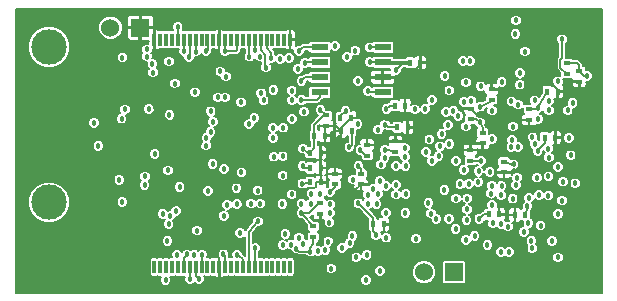
<source format=gbl>
G04 #@! TF.FileFunction,Copper,L4,Bot,Plane*
%FSLAX46Y46*%
G04 Gerber Fmt 4.6, Leading zero omitted, Abs format (unit mm)*
G04 Created by KiCad (PCBNEW 4.1.0-alpha+201605292346+6852~44~ubuntu14.04.1-product) date Thu Jun  2 19:47:09 2016*
%MOMM*%
%LPD*%
G01*
G04 APERTURE LIST*
%ADD10C,0.150000*%
%ADD11R,0.398780X0.599440*%
%ADD12R,0.599440X0.398780*%
%ADD13R,1.399540X0.599440*%
%ADD14R,1.524000X1.524000*%
%ADD15C,1.524000*%
%ADD16R,0.299720X1.099820*%
%ADD17C,3.000000*%
%ADD18C,0.457200*%
%ADD19C,0.200000*%
%ADD20C,0.127000*%
%ADD21C,0.300000*%
G04 APERTURE END LIST*
D10*
D11*
X161678620Y-86093300D03*
X162577780Y-86093300D03*
D12*
X174967900Y-87038180D03*
X174967900Y-86139020D03*
X169659300Y-94482920D03*
X169659300Y-95382080D03*
X168630600Y-89235280D03*
X168630600Y-88336120D03*
X171792900Y-90025220D03*
X171792900Y-90924380D03*
D11*
X173311820Y-88531700D03*
X174210980Y-88531700D03*
X173121320Y-92430600D03*
X174020480Y-92430600D03*
X171480480Y-98971100D03*
X170581320Y-98971100D03*
D12*
X176047400Y-86799420D03*
X176047400Y-87698580D03*
X153517600Y-100855780D03*
X153517600Y-99956620D03*
D11*
X158592520Y-99771200D03*
X159491680Y-99771200D03*
D12*
X160477200Y-93642180D03*
X160477200Y-92743020D03*
D11*
X153233120Y-93713300D03*
X154132280Y-93713300D03*
X153601420Y-92252800D03*
X154500580Y-92252800D03*
D12*
X154635200Y-90558620D03*
X154635200Y-91457780D03*
D11*
X160395920Y-89712800D03*
X161295080Y-89712800D03*
D12*
X158076900Y-93946980D03*
X158076900Y-93047820D03*
X157568900Y-95498920D03*
X157568900Y-96398080D03*
D11*
X156773880Y-91859100D03*
X155874720Y-91859100D03*
X155811220Y-90766900D03*
X156710380Y-90766900D03*
X153245820Y-94996000D03*
X154144980Y-94996000D03*
X153271220Y-96227900D03*
X154170380Y-96227900D03*
D12*
X155359100Y-96398080D03*
X155359100Y-95498920D03*
X154114500Y-97975420D03*
X154114500Y-98874580D03*
D11*
X160611820Y-91554300D03*
X161510980Y-91554300D03*
D12*
X166878000Y-90886280D03*
X166878000Y-89987120D03*
D11*
X168358820Y-98933000D03*
X169257980Y-98933000D03*
D12*
X167855900Y-92006420D03*
X167855900Y-92905580D03*
X166814500Y-94391480D03*
X166814500Y-93492320D03*
D13*
X159397700Y-88595200D03*
X154063700Y-88595200D03*
X159397700Y-87325200D03*
X159397700Y-86055200D03*
X159397700Y-84785200D03*
X154063700Y-87325200D03*
X154063700Y-86055200D03*
X154063700Y-84785200D03*
D14*
X138887200Y-83121500D03*
D15*
X136347200Y-83121500D03*
D14*
X165430200Y-103835200D03*
D15*
X162890200Y-103835200D03*
D16*
X151556720Y-103388160D03*
X151056340Y-103388160D03*
X150558500Y-103388160D03*
X150058120Y-103388160D03*
X149557740Y-103388160D03*
X149057360Y-103388160D03*
X148556980Y-103388160D03*
X148056600Y-103388160D03*
X147556220Y-103388160D03*
X147058380Y-103388160D03*
X146558000Y-103388160D03*
X146057620Y-103388160D03*
X145559780Y-103388160D03*
X145059400Y-103388160D03*
X144559020Y-103388160D03*
X144061180Y-103388160D03*
X143560800Y-103388160D03*
X143060420Y-103388160D03*
X142560040Y-103388160D03*
X142059660Y-103388160D03*
X141559280Y-103388160D03*
X141058900Y-103388160D03*
X140561060Y-103388160D03*
X140060680Y-103388160D03*
X140060680Y-84140040D03*
X140561060Y-84140040D03*
X141058900Y-84140040D03*
X141559280Y-84140040D03*
X142059660Y-84140040D03*
X142560040Y-84140040D03*
X143060420Y-84140040D03*
X143560800Y-84140040D03*
X144061180Y-84140040D03*
X144559020Y-84140040D03*
X145059400Y-84140040D03*
X145559780Y-84140040D03*
X146057620Y-84140040D03*
X146558000Y-84140040D03*
X147058380Y-84140040D03*
X147556220Y-84140040D03*
X148056600Y-84140040D03*
X148556980Y-84140040D03*
X149057360Y-84140040D03*
X149557740Y-84140040D03*
X150058120Y-84140040D03*
X150558500Y-84140040D03*
X151056340Y-84140040D03*
X151556720Y-84140040D03*
D17*
X131138600Y-84768400D03*
X131138600Y-97908400D03*
D18*
X170345100Y-92633800D03*
X172516800Y-93548200D03*
X166204900Y-85953600D03*
X174586900Y-97764600D03*
X171450000Y-85140800D03*
X156565600Y-93243400D03*
X169468800Y-87718900D03*
X167678100Y-88087200D03*
X167728900Y-94399100D03*
X166801800Y-85966300D03*
X167640000Y-91147900D03*
X167652700Y-89814400D03*
X157505400Y-93497400D03*
X157340300Y-94830900D03*
X170294300Y-89369900D03*
X172542200Y-89941400D03*
X171653200Y-98247200D03*
X167576500Y-99301300D03*
X158572200Y-96761300D03*
X170002200Y-99961700D03*
X166458900Y-101092000D03*
X172758100Y-99872800D03*
X161315400Y-98806000D03*
X168744900Y-99695000D03*
X166547800Y-98513900D03*
X163474400Y-98856800D03*
X168643300Y-96494600D03*
X169456100Y-96545400D03*
X159004000Y-97180400D03*
X173748700Y-101206300D03*
X173431200Y-97332800D03*
X159702500Y-100901500D03*
X169418000Y-97320100D03*
X162229800Y-100990400D03*
X167170100Y-100749100D03*
X172059600Y-101815900D03*
X172631100Y-97307400D03*
X168262300Y-101511100D03*
X158877000Y-98044000D03*
X168656000Y-98132900D03*
X174256700Y-98920300D03*
X174256700Y-102577900D03*
X170395900Y-97599500D03*
X170078400Y-102133400D03*
X159677100Y-98806000D03*
X171983400Y-101168200D03*
X158140400Y-98056700D03*
X169430700Y-102133400D03*
X169443400Y-99733100D03*
X172440600Y-95821500D03*
X164617400Y-96862900D03*
X159550100Y-94157800D03*
X172262800Y-92964000D03*
X166497000Y-99428300D03*
X171767500Y-97548700D03*
X166535100Y-97586800D03*
X168656000Y-92570300D03*
X163271200Y-97955100D03*
X173456600Y-90131900D03*
X165379400Y-90157300D03*
X165595300Y-94399100D03*
X161328100Y-94818200D03*
X171018200Y-86982300D03*
X160502600Y-94830900D03*
X162102800Y-90043000D03*
X170865800Y-89636600D03*
X166281100Y-89395300D03*
X167487600Y-96202500D03*
X170764200Y-95808800D03*
X172567600Y-90868500D03*
X175056800Y-90131900D03*
X167513000Y-95275400D03*
X166890700Y-89293700D03*
X166255700Y-95161100D03*
X161290000Y-94043500D03*
X164642800Y-87223600D03*
X174218600Y-87668100D03*
X142036800Y-83083400D03*
X148996400Y-85572600D03*
X148259800Y-98018600D03*
X154127200Y-97167700D03*
X142570200Y-85115400D03*
X141897100Y-98653600D03*
X154889200Y-99618800D03*
X142976600Y-85623400D03*
X145440400Y-89027000D03*
X148805900Y-96913700D03*
X148069300Y-91274900D03*
X154787600Y-101231700D03*
X150164800Y-94043500D03*
X149110700Y-88684100D03*
X146062700Y-89027000D03*
X143560800Y-85140800D03*
X155956000Y-101777800D03*
X161340800Y-97218500D03*
X165569900Y-100164900D03*
X173431200Y-93357700D03*
X171729400Y-99669600D03*
X145935700Y-99047300D03*
X148107400Y-85572600D03*
X154940000Y-98831400D03*
X147053300Y-98044000D03*
X148564600Y-85051900D03*
X154940000Y-98082100D03*
X149491700Y-86499700D03*
X152209500Y-86601300D03*
X156832300Y-100761800D03*
X150926800Y-94018100D03*
X156591000Y-101371400D03*
X149313900Y-89281000D03*
X149961600Y-85699600D03*
X171335700Y-100406200D03*
X163931600Y-99314000D03*
X159677100Y-96532700D03*
X170281600Y-93243400D03*
X164236400Y-93167200D03*
X160502600Y-97256600D03*
X165011100Y-99301300D03*
X175691800Y-96304100D03*
X175310800Y-93929200D03*
X166433500Y-91490800D03*
X166687500Y-96342200D03*
X160528000Y-96431100D03*
X175145700Y-92481400D03*
X163550600Y-89255600D03*
X159143700Y-96126300D03*
X173456600Y-89331800D03*
X168630600Y-90144600D03*
X165963600Y-96380300D03*
X165798500Y-90614500D03*
X170434000Y-91490800D03*
X162991800Y-89992200D03*
X161264600Y-93294200D03*
X166446200Y-87757000D03*
X165049200Y-92951300D03*
X170992800Y-87947500D03*
X172072300Y-92405200D03*
X163347400Y-92595700D03*
X164757100Y-90271600D03*
X164376100Y-92125800D03*
X172250100Y-89281000D03*
X151714200Y-90855800D03*
X151460200Y-85712300D03*
X139941300Y-86918800D03*
X150977600Y-91592400D03*
X141008100Y-104495600D03*
X139890500Y-86194900D03*
X150723600Y-85775800D03*
X158127700Y-88480900D03*
X152730200Y-90233500D03*
X157302200Y-87642700D03*
X150114000Y-91605100D03*
X152514300Y-89230200D03*
X143852900Y-104419400D03*
X154546300Y-101968300D03*
X153327100Y-98018600D03*
X149021800Y-98018600D03*
X153365200Y-97167700D03*
X144119600Y-102362000D03*
X152285700Y-100888800D03*
X147066000Y-102374700D03*
X148818600Y-99529900D03*
X150901400Y-98044000D03*
X143078200Y-104419400D03*
X153898600Y-102044500D03*
X152514300Y-98018600D03*
X174650400Y-96164400D03*
X175475900Y-89484200D03*
X165036500Y-88442800D03*
X152323800Y-85102700D03*
X151688800Y-88442800D03*
X150139400Y-88417400D03*
X150126700Y-92443300D03*
X152095200Y-101828600D03*
X153225500Y-102082600D03*
X148564600Y-101777800D03*
X173431200Y-95719900D03*
X170865800Y-93218000D03*
X164122100Y-94005400D03*
X170688000Y-96443800D03*
X151726900Y-89268300D03*
X152514300Y-87642700D03*
X164909500Y-91376500D03*
X165608000Y-97586800D03*
X168567100Y-97167700D03*
X163550600Y-94411800D03*
X173456600Y-94119700D03*
X168452800Y-95326200D03*
X159245300Y-94716600D03*
X163055300Y-93649800D03*
X174218600Y-94919800D03*
X147434300Y-95377000D03*
X147015200Y-96723200D03*
X151688800Y-97243900D03*
X147332700Y-100520500D03*
X143687800Y-100304600D03*
X156883100Y-95986600D03*
X157988000Y-104508300D03*
X158038800Y-102349300D03*
X141986000Y-102387400D03*
X159156400Y-103733600D03*
X158115000Y-97256600D03*
X158826200Y-100711000D03*
X157327600Y-97993200D03*
X159562800Y-93472000D03*
X152615900Y-94830900D03*
X156248100Y-90170000D03*
X155041600Y-103517700D03*
X157162500Y-102577900D03*
X155346400Y-84670900D03*
X141338300Y-90500200D03*
X170675300Y-82511900D03*
X170637200Y-83654900D03*
X137553700Y-90043000D03*
X156375100Y-85623400D03*
X157073600Y-85064600D03*
X137287000Y-90830400D03*
X145973800Y-95072200D03*
X140087350Y-93795850D03*
X139585700Y-90017600D03*
X158280100Y-84797900D03*
X158292800Y-86029800D03*
X142201900Y-96596200D03*
X141211300Y-95211900D03*
X146126200Y-87261700D03*
X146037300Y-85128100D03*
X144449800Y-85115400D03*
X143459200Y-102349300D03*
X159588200Y-91325700D03*
X159016700Y-91757500D03*
X157264100Y-91262200D03*
X145910300Y-102311200D03*
X152515400Y-98831400D03*
X160515300Y-86690200D03*
X159715200Y-90017600D03*
X154927300Y-97053400D03*
X152590500Y-96329500D03*
X152641300Y-93370400D03*
X154127200Y-90106500D03*
X144818100Y-91960700D03*
X137350500Y-97891600D03*
X137096500Y-95999300D03*
X137363200Y-85648800D03*
X139420600Y-84963000D03*
X139420600Y-85572600D03*
X141312900Y-85991700D03*
X141820900Y-87858600D03*
X144449800Y-93103700D03*
X144475200Y-92456000D03*
X143497300Y-88595200D03*
X154406600Y-103555800D03*
X159753300Y-104546400D03*
X175450500Y-91274900D03*
X139954000Y-89471500D03*
X150266400Y-100914200D03*
X154330400Y-100622100D03*
X152641300Y-97040700D03*
X172593000Y-94894400D03*
X170472100Y-95288100D03*
X161302700Y-92456000D03*
X163995100Y-82918300D03*
X137744200Y-99364800D03*
X135636000Y-100330000D03*
X155727400Y-92481400D03*
X155727400Y-94830900D03*
X132816600Y-94818200D03*
X136715500Y-94843600D03*
X142494000Y-92113100D03*
X146837400Y-89306400D03*
X165341300Y-85344000D03*
X153581100Y-90627200D03*
X139725400Y-90817700D03*
X136347200Y-100317300D03*
X138404600Y-87033100D03*
X142303500Y-86537800D03*
X142697200Y-93992700D03*
X142494000Y-92976700D03*
X149136100Y-94818200D03*
X144945100Y-93624400D03*
X151752300Y-92405200D03*
X143497300Y-87376000D03*
X141046200Y-93776800D03*
X142506700Y-91338400D03*
X141592300Y-91351100D03*
X141579600Y-92113100D03*
X141579600Y-92964000D03*
X161061400Y-85242400D03*
X141960600Y-88430100D03*
X146926300Y-86614000D03*
X145161000Y-85140800D03*
X142913100Y-100291900D03*
X151726900Y-94818200D03*
X152450800Y-103771700D03*
X145313400Y-102336600D03*
X160591500Y-103543100D03*
X155524200Y-102616000D03*
X174256700Y-90093800D03*
X169062400Y-82499200D03*
X169100500Y-85394800D03*
X172643800Y-84988400D03*
X173456600Y-87617300D03*
X170395900Y-87871300D03*
X168630600Y-90906600D03*
X172491400Y-91617800D03*
X175234600Y-95808800D03*
X167982900Y-98145600D03*
X174244000Y-93319600D03*
X175247300Y-98742500D03*
X161340800Y-88417400D03*
X159639000Y-90728800D03*
X156730700Y-97129600D03*
X154895550Y-94761050D03*
X154940000Y-94018100D03*
X154914600Y-93192600D03*
X144373600Y-91554300D03*
X176695100Y-87223600D03*
X170472100Y-94703900D03*
X174574200Y-84112100D03*
X144995900Y-94665800D03*
X145021300Y-91084400D03*
X141401800Y-99047300D03*
X152641300Y-101422200D03*
X140766800Y-98882200D03*
X151599900Y-101485700D03*
X142824200Y-102323900D03*
X141274800Y-99745800D03*
X151155400Y-100584000D03*
X150926800Y-101511100D03*
X141173200Y-101168200D03*
X144614900Y-96939100D03*
X146227800Y-98132900D03*
X145643600Y-86829900D03*
X147408900Y-89446100D03*
X139280900Y-95719900D03*
X134950200Y-91173300D03*
X139230100Y-96456500D03*
X135318500Y-93141800D03*
X148526500Y-90766900D03*
X152806400Y-86093300D03*
X150926800Y-95643700D03*
X144830800Y-90208100D03*
D19*
X166814500Y-94391480D02*
X167721280Y-94391480D01*
X167721280Y-94391480D02*
X167728900Y-94399100D01*
D20*
X172516800Y-93548200D02*
X172516800Y-93484700D01*
X173121320Y-92880180D02*
X173121320Y-92430600D01*
X172516800Y-93484700D02*
X173121320Y-92880180D01*
X157568900Y-95059500D02*
X157568900Y-95498920D01*
X156773880Y-91859100D02*
X156773880Y-93035120D01*
X156773880Y-93035120D02*
X156565600Y-93243400D01*
X167576500Y-99301300D02*
X167944800Y-98933000D01*
X167944800Y-98933000D02*
X168358820Y-98933000D01*
X167576500Y-99301300D02*
X167589200Y-99301300D01*
X167589200Y-99301300D02*
X167614600Y-99301300D01*
X170281600Y-89382600D02*
X170294300Y-89369900D01*
X172516800Y-89995022D02*
X172516800Y-89822020D01*
X172516800Y-89822020D02*
X173311820Y-88531700D01*
X171734480Y-98328480D02*
X171480480Y-98971100D01*
X171653200Y-98247200D02*
X171734480Y-98328480D01*
X167640000Y-91147900D02*
X167855900Y-91592400D01*
X167855900Y-91592400D02*
X167855900Y-92006420D01*
X167640000Y-91147900D02*
X167284400Y-90881200D01*
X168630600Y-89357200D02*
X168630600Y-89235280D01*
X167652700Y-89814400D02*
X168630600Y-89357200D01*
X172496480Y-90037920D02*
X171792900Y-90025220D01*
X158076900Y-93946980D02*
X157954980Y-93946980D01*
X157954980Y-93946980D02*
X157505400Y-93497400D01*
X157340300Y-94830900D02*
X157568900Y-95059500D01*
X172542200Y-89941400D02*
X172516800Y-89995022D01*
X172516800Y-89995022D02*
X172496480Y-90037920D01*
X167284400Y-90881200D02*
X166878000Y-90886280D01*
X142036800Y-83083400D02*
X142059660Y-83106260D01*
X142059660Y-84140040D02*
X142059660Y-83106260D01*
X142560040Y-84140040D02*
X142570200Y-84150200D01*
X142570200Y-84150200D02*
X142570200Y-85115400D01*
X142570200Y-85115400D02*
X142623540Y-85214460D01*
X143060420Y-84140040D02*
X143060420Y-85539580D01*
X143060420Y-85539580D02*
X142976600Y-85623400D01*
X142976600Y-85623400D02*
X143047720Y-85552280D01*
X143560800Y-84140040D02*
X143573500Y-85128100D01*
X143573500Y-85128100D02*
X143560800Y-85140800D01*
X148056600Y-85521800D02*
X148107400Y-85572600D01*
X148056600Y-85521800D02*
X148056600Y-84140040D01*
X148564600Y-85051900D02*
X148556980Y-85044280D01*
X148556980Y-84140040D02*
X148556980Y-85044280D01*
X149057360Y-84140040D02*
X149057360Y-84998560D01*
X149453600Y-85394800D02*
X149057360Y-84998560D01*
X149453600Y-86461600D02*
X149453600Y-85394800D01*
X149491700Y-86499700D02*
X149453600Y-86461600D01*
X149961600Y-85331300D02*
X149961600Y-85267800D01*
X149961600Y-85699600D02*
X149961600Y-85331300D01*
X149557740Y-84140040D02*
X149557740Y-84863940D01*
X149961600Y-85267800D02*
X149557740Y-84863940D01*
X173456600Y-89331800D02*
X173456600Y-89319100D01*
X158127700Y-88480900D02*
X158242000Y-88595200D01*
X158242000Y-88595200D02*
X159397700Y-88595200D01*
X158737300Y-88595200D02*
X159397700Y-88595200D01*
X157302200Y-87642700D02*
X157289500Y-87630000D01*
X154063700Y-88595200D02*
X154063700Y-89014300D01*
X153847800Y-89230200D02*
X152514300Y-89230200D01*
X154063700Y-89014300D02*
X153847800Y-89230200D01*
X143560800Y-103388160D02*
X143560800Y-104127300D01*
X143560800Y-104127300D02*
X143852900Y-104419400D01*
X143852900Y-104419400D02*
X143878300Y-104394000D01*
X149021800Y-98018600D02*
X149021800Y-98031300D01*
X144061180Y-103388160D02*
X144073880Y-102407720D01*
X144073880Y-102407720D02*
X144119600Y-102362000D01*
X147066000Y-102374700D02*
X147269200Y-102374700D01*
X147269200Y-102374700D02*
X147269200Y-102450900D01*
X147269200Y-102450900D02*
X147561300Y-102743000D01*
X147561300Y-102743000D02*
X147561300Y-103383080D01*
X147556220Y-103388160D02*
X147561300Y-103383080D01*
X148056600Y-100393500D02*
X148818600Y-99529900D01*
X148056600Y-100393500D02*
X148056600Y-103388160D01*
X143078200Y-104419400D02*
X143060420Y-104401620D01*
X143060420Y-103388160D02*
X143060420Y-104401620D01*
X152641300Y-84785200D02*
X154063700Y-84785200D01*
X152323800Y-85102700D02*
X152641300Y-84785200D01*
X150152100Y-88404700D02*
X150177500Y-88404700D01*
X150139400Y-88417400D02*
X150152100Y-88404700D01*
X153225500Y-102082600D02*
X152349200Y-102082600D01*
X152349200Y-102082600D02*
X152095200Y-101828600D01*
X153517600Y-101473000D02*
X153225500Y-101765100D01*
X153517600Y-100855780D02*
X153517600Y-101473000D01*
X153225500Y-101765100D02*
X153225500Y-102082600D01*
X152095200Y-101828600D02*
X152184100Y-101917500D01*
X153225500Y-102082600D02*
X153225500Y-101930200D01*
X148556980Y-103388160D02*
X148556980Y-101785420D01*
X148556980Y-101785420D02*
X148564600Y-101777800D01*
X148564600Y-101777800D02*
X148556980Y-101785420D01*
X154063700Y-87325200D02*
X152831800Y-87325200D01*
X152831800Y-87325200D02*
X152514300Y-87642700D01*
X158592520Y-99771200D02*
X158592520Y-99258120D01*
X158592520Y-99258120D02*
X157327600Y-97993200D01*
X158592520Y-99771200D02*
X158592520Y-100324920D01*
X158592520Y-100324920D02*
X158826200Y-100711000D01*
X160477200Y-93642180D02*
X160421320Y-93586300D01*
X160421320Y-93586300D02*
X159562800Y-93472000D01*
X152781000Y-94996000D02*
X153245820Y-94996000D01*
X152615900Y-94830900D02*
X152781000Y-94996000D01*
X155811220Y-90606880D02*
X155811220Y-90766900D01*
X156248100Y-90170000D02*
X155811220Y-90606880D01*
X154114500Y-97975420D02*
X154030680Y-97975420D01*
X153174700Y-98831400D02*
X152515400Y-98831400D01*
X154030680Y-97975420D02*
X153174700Y-98831400D01*
D19*
X155359100Y-96621600D02*
X154927300Y-97053400D01*
X155359100Y-96398080D02*
X155359100Y-96621600D01*
D20*
X154965400Y-97091500D02*
X154927300Y-97053400D01*
X158292800Y-84785200D02*
X158280100Y-84797900D01*
X159397700Y-84785200D02*
X158292800Y-84785200D01*
X158318200Y-86055200D02*
X158292800Y-86029800D01*
X158318200Y-86055200D02*
X159397700Y-86055200D01*
X146037300Y-85128100D02*
X146977100Y-85128100D01*
X146977100Y-85128100D02*
X147058380Y-85046820D01*
X147058380Y-85046820D02*
X147058380Y-84140040D01*
X146057620Y-85107780D02*
X146057620Y-84140040D01*
X146037300Y-85128100D02*
X146057620Y-85107780D01*
X144559020Y-84140040D02*
X144576800Y-84157820D01*
X144576800Y-84157820D02*
X144576800Y-84988400D01*
X144576800Y-84988400D02*
X144449800Y-85115400D01*
X160611820Y-91554300D02*
X160599120Y-91541600D01*
X160599120Y-91541600D02*
X159804100Y-91541600D01*
X159804100Y-91541600D02*
X159588200Y-91325700D01*
X160395920Y-89712800D02*
X160020000Y-89712800D01*
X160020000Y-89712800D02*
X159715200Y-90017600D01*
X146057620Y-102458520D02*
X145910300Y-102311200D01*
X146057620Y-103388160D02*
X146057620Y-102458520D01*
X152717500Y-99033500D02*
X153517600Y-99956620D01*
X152515400Y-98831400D02*
X152717500Y-99033500D01*
X161112200Y-86093300D02*
X160515300Y-86690200D01*
X161678620Y-86093300D02*
X161112200Y-86093300D01*
D21*
X161678620Y-86093300D02*
X159435800Y-86093300D01*
X159435800Y-86093300D02*
X159397700Y-86055200D01*
D20*
X152628600Y-96367600D02*
X153271220Y-96227900D01*
X152590500Y-96329500D02*
X152628600Y-96367600D01*
X153233120Y-93713300D02*
X153073100Y-93713300D01*
X153073100Y-93713300D02*
X152641300Y-93370400D01*
X153601420Y-92252800D02*
X153601420Y-93345000D01*
X153601420Y-93345000D02*
X153233120Y-93713300D01*
X154635200Y-90558620D02*
X154386280Y-90558620D01*
X153601420Y-91343480D02*
X153601420Y-92252800D01*
X154386280Y-90558620D02*
X153601420Y-91343480D01*
X154579320Y-90558620D02*
X154635200Y-90558620D01*
X154127200Y-90106500D02*
X154579320Y-90558620D01*
X156514800Y-97523300D02*
X156514800Y-97345500D01*
X156514800Y-99148900D02*
X156514800Y-97523300D01*
X156057600Y-99606100D02*
X156514800Y-99148900D01*
X155651200Y-100634800D02*
X155651200Y-99606100D01*
X155651200Y-99606100D02*
X156057600Y-99606100D01*
X156514800Y-97345500D02*
X156730700Y-97129600D01*
X171792900Y-90924380D02*
X171792900Y-91465400D01*
X171945300Y-91617800D02*
X172491400Y-91617800D01*
X171792900Y-91465400D02*
X171945300Y-91617800D01*
X154114500Y-98874580D02*
X154114500Y-99263200D01*
X154330400Y-99479100D02*
X154330400Y-100622100D01*
X154114500Y-99263200D02*
X154330400Y-99479100D01*
D19*
X140042900Y-89941400D02*
X140919200Y-90817700D01*
X140042900Y-89471500D02*
X140042900Y-89941400D01*
X139954000Y-89471500D02*
X140042900Y-89471500D01*
D20*
X150812500Y-102463600D02*
X151917400Y-102463600D01*
X150317200Y-101968300D02*
X150812500Y-102463600D01*
X150317200Y-100965000D02*
X150317200Y-101968300D01*
X150266400Y-100914200D02*
X150317200Y-100965000D01*
X151917400Y-102463600D02*
X151917400Y-102463600D01*
X151917400Y-102463600D02*
X152349200Y-102425500D01*
X152349200Y-102425500D02*
X152336500Y-102514400D01*
X152641300Y-97040700D02*
X152958800Y-96723200D01*
X153758900Y-96227900D02*
X154170380Y-96227900D01*
X153720800Y-96266000D02*
X153758900Y-96227900D01*
X153720800Y-96596200D02*
X153720800Y-96266000D01*
X153593800Y-96723200D02*
X153720800Y-96596200D01*
X152958800Y-96723200D02*
X153593800Y-96723200D01*
X154330400Y-100622100D02*
X155651200Y-100622100D01*
X155587700Y-100634800D02*
X155651200Y-100634800D01*
X155638500Y-100634800D02*
X155587700Y-100634800D01*
X155651200Y-100622100D02*
X155638500Y-100634800D01*
X152641300Y-97040700D02*
X152654000Y-97028000D01*
X172593000Y-94894400D02*
X172593000Y-95186500D01*
X172593000Y-95186500D02*
X172935900Y-95529400D01*
X172935900Y-95529400D02*
X172935900Y-96126300D01*
X172935900Y-96126300D02*
X173062900Y-96253300D01*
X173062900Y-96253300D02*
X173596300Y-96253300D01*
X173596300Y-96253300D02*
X174205900Y-95643700D01*
X174205900Y-95643700D02*
X175069500Y-95643700D01*
X175069500Y-95643700D02*
X175234600Y-95808800D01*
X169659300Y-95382080D02*
X170378120Y-95382080D01*
X170378120Y-95382080D02*
X170472100Y-95288100D01*
X170472100Y-95288100D02*
X170472100Y-95275400D01*
X161015680Y-92743020D02*
X160477200Y-92743020D01*
X161302700Y-92456000D02*
X161015680Y-92743020D01*
D21*
X165341300Y-85344000D02*
X165341300Y-85090000D01*
X165341300Y-85090000D02*
X163995100Y-82918300D01*
X136347200Y-100317300D02*
X136791700Y-100317300D01*
X136791700Y-100317300D02*
X137744200Y-99364800D01*
X136715500Y-94843600D02*
X139979400Y-94843600D01*
X139979400Y-94843600D02*
X141046200Y-93776800D01*
X136347200Y-100317300D02*
X136347200Y-95211900D01*
X136347200Y-95211900D02*
X136715500Y-94843600D01*
X135636000Y-100330000D02*
X136334500Y-100330000D01*
X136334500Y-100330000D02*
X136347200Y-100317300D01*
D20*
X154895550Y-94761050D02*
X155657550Y-94761050D01*
X155657550Y-94761050D02*
X155727400Y-94830900D01*
X142074900Y-92113100D02*
X142494000Y-92113100D01*
X162577780Y-86093300D02*
X164592000Y-86093300D01*
X164592000Y-86093300D02*
X165341300Y-85344000D01*
X151803100Y-92405200D02*
X151752300Y-92405200D01*
X153581100Y-90627200D02*
X151803100Y-92405200D01*
X139725400Y-90817700D02*
X140919200Y-90817700D01*
X141058900Y-90817700D02*
X141592300Y-91351100D01*
X140919200Y-90817700D02*
X141058900Y-90817700D01*
X142506700Y-91338400D02*
X142722600Y-91554300D01*
X142722600Y-91554300D02*
X144373600Y-91554300D01*
D21*
X138887200Y-83121500D02*
X138887200Y-86448900D01*
X138887200Y-86448900D02*
X138404600Y-87033100D01*
D19*
X142862300Y-87376000D02*
X143497300Y-87376000D01*
X142303500Y-86537800D02*
X142862300Y-87376000D01*
D20*
X146824700Y-93230700D02*
X146824700Y-89319100D01*
X146824700Y-89319100D02*
X146837400Y-89306400D01*
X147159980Y-94081600D02*
X148399500Y-94081600D01*
X149136100Y-94818200D02*
X151726900Y-94818200D01*
X148399500Y-94081600D02*
X149136100Y-94818200D01*
X144945100Y-93624400D02*
X145503900Y-93624400D01*
X145503900Y-93624400D02*
X145897600Y-93230700D01*
X145897600Y-93230700D02*
X146824700Y-93230700D01*
X146824700Y-93230700D02*
X147078700Y-93230700D01*
X147159980Y-93311980D02*
X147159980Y-94081600D01*
X147078700Y-93230700D02*
X147159980Y-93311980D01*
X154132280Y-93713300D02*
X154127200Y-93718380D01*
X154038300Y-94335600D02*
X151726900Y-94335600D01*
X154127200Y-94246700D02*
X154038300Y-94335600D01*
X154127200Y-93718380D02*
X154127200Y-94246700D01*
X151752300Y-92405200D02*
X151726900Y-92430600D01*
X151726900Y-92430600D02*
X151726900Y-94335600D01*
X151726900Y-94335600D02*
X151726900Y-94818200D01*
X146824700Y-89306400D02*
X146837400Y-89306400D01*
X141566900Y-92964000D02*
X141566900Y-93256100D01*
X141566900Y-93256100D02*
X141046200Y-93776800D01*
X142494000Y-91338400D02*
X142506700Y-91338400D01*
X141528800Y-92113100D02*
X141579600Y-92113100D01*
X141554200Y-92964000D02*
X141566900Y-92964000D01*
X141566900Y-92964000D02*
X141579600Y-92964000D01*
X162577780Y-85262720D02*
X162577780Y-86093300D01*
X162585400Y-85255100D02*
X162577780Y-85262720D01*
X161074100Y-85255100D02*
X162585400Y-85255100D01*
X161061400Y-85242400D02*
X161074100Y-85255100D01*
X143497300Y-87376000D02*
X144818100Y-87376000D01*
X145161000Y-87033100D02*
X145161000Y-85140800D01*
X144818100Y-87376000D02*
X145161000Y-87033100D01*
X143497300Y-87376000D02*
X143014700Y-87376000D01*
X143014700Y-87376000D02*
X141960600Y-88430100D01*
X145559780Y-84932520D02*
X145559780Y-84140040D01*
X145161000Y-85140800D02*
X145351500Y-85140800D01*
X145351500Y-85140800D02*
X145559780Y-84932520D01*
X175234600Y-95808800D02*
X175221900Y-94869000D01*
X175221900Y-94869000D02*
X175793400Y-94297500D01*
X175793400Y-94297500D02*
X175793400Y-93624400D01*
X175793400Y-93624400D02*
X175488600Y-93319600D01*
X175488600Y-93319600D02*
X174244000Y-93319600D01*
X152590500Y-95592900D02*
X154157680Y-95592900D01*
X151726900Y-94818200D02*
X152590500Y-95592900D01*
X152336500Y-102514400D02*
X155422600Y-102514400D01*
X155422600Y-102514400D02*
X155524200Y-102616000D01*
X152336500Y-103657400D02*
X152336500Y-102514400D01*
X152450800Y-103771700D02*
X152336500Y-103657400D01*
X161295080Y-89712800D02*
X161295080Y-88463120D01*
X161295080Y-88463120D02*
X161340800Y-88417400D01*
X145559780Y-102582980D02*
X145559780Y-103388160D01*
X145313400Y-102336600D02*
X145559780Y-102582980D01*
X155143200Y-101663500D02*
X155143200Y-101511100D01*
X155143200Y-101511100D02*
X155308300Y-101346000D01*
X155308300Y-101346000D02*
X155359100Y-101346000D01*
X155359100Y-101346000D02*
X155651200Y-101053900D01*
X155651200Y-101053900D02*
X155651200Y-100634800D01*
X160591500Y-103543100D02*
X160578800Y-103530400D01*
X155524200Y-102616000D02*
X155143200Y-102514400D01*
X155143200Y-102514400D02*
X155143200Y-101663500D01*
X155143200Y-101663500D02*
X155143200Y-101638100D01*
X162577780Y-86093300D02*
X162577780Y-86291420D01*
X162577780Y-86291420D02*
X161340800Y-87528400D01*
X159397700Y-87325200D02*
X161239200Y-87325200D01*
X161340800Y-87426800D02*
X161340800Y-87528400D01*
X161340800Y-87528400D02*
X161340800Y-88417400D01*
X161239200Y-87325200D02*
X161340800Y-87426800D01*
X169938700Y-84556600D02*
X169100500Y-85394800D01*
X169938700Y-83375500D02*
X169938700Y-84556600D01*
X169062400Y-82499200D02*
X169938700Y-83375500D01*
X170395900Y-87871300D02*
X170395900Y-86690200D01*
X170395900Y-86690200D02*
X169100500Y-85394800D01*
X170505120Y-87980520D02*
X170395900Y-87871300D01*
X170581320Y-98971100D02*
X169296080Y-98971100D01*
X169296080Y-98971100D02*
X169257980Y-98933000D01*
X173482000Y-87642700D02*
X174210980Y-88371680D01*
X174210980Y-88371680D02*
X174210980Y-88531700D01*
X174261780Y-88544400D02*
X174261780Y-89291160D01*
X174269400Y-90081100D02*
X174269400Y-89298780D01*
X174269400Y-90081100D02*
X174256700Y-90093800D01*
X174261780Y-89291160D02*
X174269400Y-89298780D01*
X172643800Y-86804500D02*
X172643800Y-84988400D01*
X173456600Y-87617300D02*
X173482000Y-87642700D01*
X173482000Y-87642700D02*
X172643800Y-86804500D01*
X167982900Y-98082100D02*
X167982900Y-98145600D01*
X167365680Y-90474800D02*
X166878000Y-89987120D01*
X168198800Y-90474800D02*
X167365680Y-90474800D01*
X168630600Y-90906600D02*
X168198800Y-90474800D01*
X175234600Y-95808800D02*
X175221900Y-98717100D01*
X175221900Y-98717100D02*
X175247300Y-98742500D01*
X172491400Y-91617800D02*
X172415200Y-91541600D01*
X154635200Y-91457780D02*
X155473400Y-91457780D01*
X155473400Y-91457780D02*
X155874720Y-91859100D01*
X156730700Y-97129600D02*
X157568900Y-96469200D01*
X157568900Y-96469200D02*
X157568900Y-96398080D01*
X155874720Y-91859100D02*
X155874720Y-91602560D01*
X155874720Y-91602560D02*
X156710380Y-90766900D01*
X154170380Y-96227900D02*
X154157680Y-95592900D01*
X154157680Y-95592900D02*
X154157680Y-95008700D01*
X154157680Y-95008700D02*
X154144980Y-94996000D01*
X154144980Y-94996000D02*
X154660600Y-94996000D01*
X154660600Y-94996000D02*
X154895550Y-94761050D01*
X154635200Y-93713300D02*
X154132280Y-93713300D01*
X154940000Y-94018100D02*
X154635200Y-93713300D01*
X154914600Y-93192600D02*
X154500580Y-92778580D01*
X154500580Y-92778580D02*
X154500580Y-91592400D01*
X154500580Y-91592400D02*
X154635200Y-91457780D01*
X141960600Y-88430100D02*
X141960600Y-89141300D01*
X141960600Y-89141300D02*
X144373600Y-91554300D01*
X174967900Y-86139020D02*
X175877220Y-86139020D01*
X176047400Y-86309200D02*
X176047400Y-86799420D01*
X175877220Y-86139020D02*
X176047400Y-86309200D01*
X176471580Y-87223600D02*
X176047400Y-86799420D01*
X176695100Y-87223600D02*
X176471580Y-87223600D01*
X169760900Y-94470220D02*
X170439080Y-94736920D01*
X170439080Y-94736920D02*
X170472100Y-94703900D01*
X174434500Y-86504780D02*
X174967900Y-87038180D01*
X174434500Y-85826600D02*
X174434500Y-86504780D01*
X174574200Y-85686900D02*
X174434500Y-85826600D01*
X174574200Y-84112100D02*
X174574200Y-85686900D01*
X152641300Y-101422200D02*
X152647650Y-101428550D01*
X142560040Y-102588060D02*
X142560040Y-103388160D01*
X142824200Y-102323900D02*
X142560040Y-102588060D01*
X154063700Y-86055200D02*
X152844500Y-86055200D01*
X152806400Y-86093300D02*
X152844500Y-86055200D01*
D19*
G36*
X177934900Y-105557600D02*
X177183784Y-105557600D01*
X177183784Y-87126838D01*
X177109556Y-86947192D01*
X176972231Y-86809627D01*
X176792715Y-86735085D01*
X176607120Y-86734923D01*
X176607120Y-86548313D01*
X176567537Y-86452752D01*
X176494398Y-86379613D01*
X176398837Y-86340030D01*
X176370900Y-86340030D01*
X176370900Y-86309200D01*
X176346275Y-86185402D01*
X176276149Y-86080451D01*
X176105969Y-85910271D01*
X176001018Y-85840145D01*
X175877220Y-85815520D01*
X175497633Y-85815520D01*
X175488037Y-85792352D01*
X175414898Y-85719213D01*
X175319337Y-85679630D01*
X175215903Y-85679630D01*
X174897700Y-85679630D01*
X174897700Y-84479546D01*
X174988173Y-84389231D01*
X175062715Y-84209715D01*
X175062884Y-84015338D01*
X174988656Y-83835692D01*
X174851331Y-83698127D01*
X174671815Y-83623585D01*
X174477438Y-83623416D01*
X174297792Y-83697644D01*
X174160227Y-83834969D01*
X174085685Y-84014485D01*
X174085516Y-84208862D01*
X174159744Y-84388508D01*
X174250700Y-84479622D01*
X174250700Y-85552902D01*
X174205751Y-85597851D01*
X174135625Y-85702802D01*
X174111000Y-85826600D01*
X174111000Y-86504780D01*
X174135625Y-86628578D01*
X174205751Y-86733529D01*
X174408180Y-86935958D01*
X174408180Y-87217772D01*
X174316215Y-87179585D01*
X174121838Y-87179416D01*
X173942192Y-87253644D01*
X173804627Y-87390969D01*
X173730085Y-87570485D01*
X173729916Y-87764862D01*
X173804127Y-87944467D01*
X173714875Y-88033721D01*
X173704849Y-88057924D01*
X173658488Y-88011563D01*
X173562927Y-87971980D01*
X173459493Y-87971980D01*
X173060713Y-87971980D01*
X172965152Y-88011563D01*
X172892013Y-88084702D01*
X172852430Y-88180263D01*
X172852430Y-88283697D01*
X172852430Y-88660590D01*
X172649666Y-88989676D01*
X172527231Y-88867027D01*
X172347715Y-88792485D01*
X172153338Y-88792316D01*
X171973692Y-88866544D01*
X171938684Y-88901490D01*
X171938684Y-85044038D01*
X171864456Y-84864392D01*
X171727131Y-84726827D01*
X171547615Y-84652285D01*
X171353238Y-84652116D01*
X171173592Y-84726344D01*
X171163984Y-84735935D01*
X171163984Y-82415138D01*
X171089756Y-82235492D01*
X170952431Y-82097927D01*
X170772915Y-82023385D01*
X170578538Y-82023216D01*
X170398892Y-82097444D01*
X170261327Y-82234769D01*
X170186785Y-82414285D01*
X170186616Y-82608662D01*
X170260844Y-82788308D01*
X170398169Y-82925873D01*
X170577685Y-83000415D01*
X170772062Y-83000584D01*
X170951708Y-82926356D01*
X171089273Y-82789031D01*
X171163815Y-82609515D01*
X171163984Y-82415138D01*
X171163984Y-84735935D01*
X171125884Y-84773968D01*
X171125884Y-83558138D01*
X171051656Y-83378492D01*
X170914331Y-83240927D01*
X170734815Y-83166385D01*
X170540438Y-83166216D01*
X170360792Y-83240444D01*
X170223227Y-83377769D01*
X170148685Y-83557285D01*
X170148516Y-83751662D01*
X170222744Y-83931308D01*
X170360069Y-84068873D01*
X170539585Y-84143415D01*
X170733962Y-84143584D01*
X170913608Y-84069356D01*
X171051173Y-83932031D01*
X171125715Y-83752515D01*
X171125884Y-83558138D01*
X171125884Y-84773968D01*
X171036027Y-84863669D01*
X170961485Y-85043185D01*
X170961316Y-85237562D01*
X171035544Y-85417208D01*
X171172869Y-85554773D01*
X171352385Y-85629315D01*
X171546762Y-85629484D01*
X171726408Y-85555256D01*
X171863973Y-85417931D01*
X171938515Y-85238415D01*
X171938684Y-85044038D01*
X171938684Y-88901490D01*
X171836127Y-89003869D01*
X171761585Y-89183385D01*
X171761416Y-89377762D01*
X171835644Y-89557408D01*
X171844051Y-89565830D01*
X171506884Y-89565830D01*
X171506884Y-86885538D01*
X171432656Y-86705892D01*
X171295331Y-86568327D01*
X171115815Y-86493785D01*
X170921438Y-86493616D01*
X170741792Y-86567844D01*
X170604227Y-86705169D01*
X170529685Y-86884685D01*
X170529516Y-87079062D01*
X170603744Y-87258708D01*
X170741069Y-87396273D01*
X170893857Y-87459716D01*
X170716392Y-87533044D01*
X170578827Y-87670369D01*
X170504285Y-87849885D01*
X170504116Y-88044262D01*
X170578344Y-88223908D01*
X170715669Y-88361473D01*
X170895185Y-88436015D01*
X171089562Y-88436184D01*
X171269208Y-88361956D01*
X171406773Y-88224631D01*
X171481315Y-88045115D01*
X171481484Y-87850738D01*
X171407256Y-87671092D01*
X171269931Y-87533527D01*
X171117142Y-87470083D01*
X171294608Y-87396756D01*
X171432173Y-87259431D01*
X171506715Y-87079915D01*
X171506884Y-86885538D01*
X171506884Y-89565830D01*
X171441463Y-89565830D01*
X171354430Y-89601880D01*
X171354484Y-89539838D01*
X171280256Y-89360192D01*
X171142931Y-89222627D01*
X170963415Y-89148085D01*
X170769038Y-89147916D01*
X170736755Y-89161255D01*
X170708756Y-89093492D01*
X170571431Y-88955927D01*
X170391915Y-88881385D01*
X170197538Y-88881216D01*
X170017892Y-88955444D01*
X169957484Y-89015746D01*
X169957484Y-87622138D01*
X169883256Y-87442492D01*
X169745931Y-87304927D01*
X169566415Y-87230385D01*
X169372038Y-87230216D01*
X169192392Y-87304444D01*
X169054827Y-87441769D01*
X168980285Y-87621285D01*
X168980141Y-87786730D01*
X168860701Y-87786730D01*
X168743100Y-87786730D01*
X168655600Y-87874230D01*
X168655600Y-88311120D01*
X169192820Y-88311120D01*
X169280320Y-88223620D01*
X169280320Y-88169684D01*
X169371185Y-88207415D01*
X169565562Y-88207584D01*
X169745208Y-88133356D01*
X169882773Y-87996031D01*
X169957315Y-87816515D01*
X169957484Y-87622138D01*
X169957484Y-89015746D01*
X169880327Y-89092769D01*
X169805785Y-89272285D01*
X169805616Y-89466662D01*
X169879844Y-89646308D01*
X170017169Y-89783873D01*
X170196685Y-89858415D01*
X170391062Y-89858584D01*
X170423344Y-89845244D01*
X170451344Y-89913008D01*
X170588669Y-90050573D01*
X170768185Y-90125115D01*
X170962562Y-90125284D01*
X171142208Y-90051056D01*
X171233180Y-89960242D01*
X171233180Y-90276327D01*
X171272763Y-90371888D01*
X171319124Y-90418249D01*
X171294921Y-90428275D01*
X171196464Y-90526731D01*
X171143180Y-90655371D01*
X171143180Y-90811880D01*
X171230680Y-90899380D01*
X171767900Y-90899380D01*
X171767900Y-90879380D01*
X171817900Y-90879380D01*
X171817900Y-90899380D01*
X171837900Y-90899380D01*
X171837900Y-90949380D01*
X171817900Y-90949380D01*
X171817900Y-91386270D01*
X171905400Y-91473770D01*
X172023001Y-91473770D01*
X172162240Y-91473770D01*
X172290879Y-91420485D01*
X172388277Y-91323087D01*
X172469985Y-91357015D01*
X172664362Y-91357184D01*
X172844008Y-91282956D01*
X172981573Y-91145631D01*
X173056115Y-90966115D01*
X173056284Y-90771738D01*
X172982056Y-90592092D01*
X172844731Y-90454527D01*
X172712595Y-90399659D01*
X172818608Y-90355856D01*
X172956173Y-90218531D01*
X172967949Y-90190170D01*
X172967916Y-90228662D01*
X173042144Y-90408308D01*
X173179469Y-90545873D01*
X173358985Y-90620415D01*
X173553362Y-90620584D01*
X173733008Y-90546356D01*
X173870573Y-90409031D01*
X173945115Y-90229515D01*
X173945284Y-90035138D01*
X173871056Y-89855492D01*
X173747534Y-89731754D01*
X173870573Y-89608931D01*
X173945115Y-89429415D01*
X173945284Y-89235038D01*
X173919239Y-89172004D01*
X173941971Y-89181420D01*
X174098480Y-89181420D01*
X174185980Y-89093920D01*
X174185980Y-88556700D01*
X174165980Y-88556700D01*
X174165980Y-88506700D01*
X174185980Y-88506700D01*
X174185980Y-88486700D01*
X174235980Y-88486700D01*
X174235980Y-88506700D01*
X174672870Y-88506700D01*
X174760370Y-88419200D01*
X174760370Y-88301599D01*
X174760370Y-88162360D01*
X174707085Y-88033721D01*
X174625578Y-87952213D01*
X174632573Y-87945231D01*
X174707115Y-87765715D01*
X174707284Y-87571338D01*
X174676803Y-87497570D01*
X174719897Y-87497570D01*
X175319337Y-87497570D01*
X175397680Y-87465118D01*
X175397680Y-87586080D01*
X175485180Y-87673580D01*
X176022400Y-87673580D01*
X176022400Y-87653580D01*
X176072400Y-87653580D01*
X176072400Y-87673580D01*
X176092400Y-87673580D01*
X176092400Y-87723580D01*
X176072400Y-87723580D01*
X176072400Y-88160470D01*
X176159900Y-88247970D01*
X176277501Y-88247970D01*
X176416740Y-88247970D01*
X176545379Y-88194685D01*
X176643836Y-88096229D01*
X176697120Y-87967589D01*
X176697120Y-87811080D01*
X176609622Y-87723582D01*
X176697120Y-87723582D01*
X176697120Y-87712201D01*
X176791862Y-87712284D01*
X176971508Y-87638056D01*
X177109073Y-87500731D01*
X177183615Y-87321215D01*
X177183784Y-87126838D01*
X177183784Y-105557600D01*
X176697120Y-105557600D01*
X176180484Y-105557600D01*
X176180484Y-96207338D01*
X176106256Y-96027692D01*
X176022400Y-95943689D01*
X176022400Y-88160470D01*
X176022400Y-87723580D01*
X175485180Y-87723580D01*
X175397680Y-87811080D01*
X175397680Y-87967589D01*
X175450964Y-88096229D01*
X175549421Y-88194685D01*
X175678060Y-88247970D01*
X175817299Y-88247970D01*
X175934900Y-88247970D01*
X176022400Y-88160470D01*
X176022400Y-95943689D01*
X175968931Y-95890127D01*
X175964584Y-95888321D01*
X175964584Y-89387438D01*
X175890356Y-89207792D01*
X175753031Y-89070227D01*
X175573515Y-88995685D01*
X175379138Y-88995516D01*
X175199492Y-89069744D01*
X175061927Y-89207069D01*
X174987385Y-89386585D01*
X174987216Y-89580962D01*
X175012957Y-89643262D01*
X174960038Y-89643216D01*
X174780392Y-89717444D01*
X174760370Y-89737431D01*
X174760370Y-88901040D01*
X174760370Y-88761801D01*
X174760370Y-88644200D01*
X174672870Y-88556700D01*
X174235980Y-88556700D01*
X174235980Y-89093920D01*
X174323480Y-89181420D01*
X174479989Y-89181420D01*
X174608629Y-89128136D01*
X174707085Y-89029679D01*
X174760370Y-88901040D01*
X174760370Y-89737431D01*
X174642827Y-89854769D01*
X174568285Y-90034285D01*
X174568116Y-90228662D01*
X174642344Y-90408308D01*
X174779669Y-90545873D01*
X174959185Y-90620415D01*
X175153562Y-90620584D01*
X175333208Y-90546356D01*
X175470773Y-90409031D01*
X175545315Y-90229515D01*
X175545484Y-90035138D01*
X175519742Y-89972837D01*
X175572662Y-89972884D01*
X175752308Y-89898656D01*
X175889873Y-89761331D01*
X175964415Y-89581815D01*
X175964584Y-89387438D01*
X175964584Y-95888321D01*
X175799484Y-95819766D01*
X175799484Y-93832438D01*
X175725256Y-93652792D01*
X175634384Y-93561761D01*
X175634384Y-92384638D01*
X175560156Y-92204992D01*
X175422831Y-92067427D01*
X175243315Y-91992885D01*
X175048938Y-91992716D01*
X174869292Y-92066944D01*
X174731727Y-92204269D01*
X174657185Y-92383785D01*
X174657016Y-92578162D01*
X174731244Y-92757808D01*
X174868569Y-92895373D01*
X175048085Y-92969915D01*
X175242462Y-92970084D01*
X175422108Y-92895856D01*
X175559673Y-92758531D01*
X175634215Y-92579015D01*
X175634384Y-92384638D01*
X175634384Y-93561761D01*
X175587931Y-93515227D01*
X175408415Y-93440685D01*
X175214038Y-93440516D01*
X175034392Y-93514744D01*
X174896827Y-93652069D01*
X174822285Y-93831585D01*
X174822116Y-94025962D01*
X174896344Y-94205608D01*
X175033669Y-94343173D01*
X175213185Y-94417715D01*
X175407562Y-94417884D01*
X175587208Y-94343656D01*
X175724773Y-94206331D01*
X175799315Y-94026815D01*
X175799484Y-93832438D01*
X175799484Y-95819766D01*
X175789415Y-95815585D01*
X175595038Y-95815416D01*
X175415392Y-95889644D01*
X175277827Y-96026969D01*
X175203285Y-96206485D01*
X175203116Y-96400862D01*
X175277344Y-96580508D01*
X175414669Y-96718073D01*
X175594185Y-96792615D01*
X175788562Y-96792784D01*
X175968208Y-96718556D01*
X176105773Y-96581231D01*
X176180315Y-96401715D01*
X176180484Y-96207338D01*
X176180484Y-105557600D01*
X175139084Y-105557600D01*
X175139084Y-96067638D01*
X175064856Y-95887992D01*
X174927531Y-95750427D01*
X174748015Y-95675885D01*
X174707284Y-95675849D01*
X174707284Y-94823038D01*
X174633056Y-94643392D01*
X174569870Y-94580095D01*
X174569870Y-92799940D01*
X174569870Y-92660701D01*
X174569870Y-92543100D01*
X174569870Y-92318100D01*
X174569870Y-92200499D01*
X174569870Y-92061260D01*
X174516585Y-91932621D01*
X174418129Y-91834164D01*
X174289489Y-91780880D01*
X174132980Y-91780880D01*
X174045480Y-91868380D01*
X174045480Y-92405600D01*
X174482370Y-92405600D01*
X174569870Y-92318100D01*
X174569870Y-92543100D01*
X174482370Y-92455600D01*
X174045480Y-92455600D01*
X174045480Y-92992820D01*
X174132980Y-93080320D01*
X174289489Y-93080320D01*
X174418129Y-93027036D01*
X174516585Y-92928579D01*
X174569870Y-92799940D01*
X174569870Y-94580095D01*
X174495731Y-94505827D01*
X174316215Y-94431285D01*
X174121838Y-94431116D01*
X173995480Y-94483325D01*
X173995480Y-92992820D01*
X173995480Y-92455600D01*
X173975480Y-92455600D01*
X173975480Y-92405600D01*
X173995480Y-92405600D01*
X173995480Y-91868380D01*
X173907980Y-91780880D01*
X173751471Y-91780880D01*
X173622831Y-91834164D01*
X173524375Y-91932621D01*
X173514349Y-91956824D01*
X173467988Y-91910463D01*
X173372427Y-91870880D01*
X173268993Y-91870880D01*
X172870213Y-91870880D01*
X172774652Y-91910463D01*
X172701513Y-91983602D01*
X172661930Y-92079163D01*
X172661930Y-92182597D01*
X172661930Y-92672239D01*
X172540834Y-92550932D01*
X172560815Y-92502815D01*
X172560984Y-92308438D01*
X172486756Y-92128792D01*
X172349431Y-91991227D01*
X172169915Y-91916685D01*
X171975538Y-91916516D01*
X171795892Y-91990744D01*
X171767900Y-92018687D01*
X171767900Y-91386270D01*
X171767900Y-90949380D01*
X171230680Y-90949380D01*
X171143180Y-91036880D01*
X171143180Y-91193389D01*
X171196464Y-91322029D01*
X171294921Y-91420485D01*
X171423560Y-91473770D01*
X171562799Y-91473770D01*
X171680400Y-91473770D01*
X171767900Y-91386270D01*
X171767900Y-92018687D01*
X171658327Y-92128069D01*
X171583785Y-92307585D01*
X171583616Y-92501962D01*
X171657844Y-92681608D01*
X171794265Y-92818267D01*
X171774285Y-92866385D01*
X171774116Y-93060762D01*
X171848344Y-93240408D01*
X171985669Y-93377973D01*
X172047734Y-93403745D01*
X172028285Y-93450585D01*
X172028116Y-93644962D01*
X172102344Y-93824608D01*
X172239669Y-93962173D01*
X172419185Y-94036715D01*
X172613562Y-94036884D01*
X172793208Y-93962656D01*
X172930773Y-93825331D01*
X173005315Y-93645815D01*
X173005349Y-93606530D01*
X173016744Y-93634108D01*
X173133893Y-93751461D01*
X173042627Y-93842569D01*
X172968085Y-94022085D01*
X172967916Y-94216462D01*
X173042144Y-94396108D01*
X173179469Y-94533673D01*
X173358985Y-94608215D01*
X173553362Y-94608384D01*
X173733008Y-94534156D01*
X173870573Y-94396831D01*
X173945115Y-94217315D01*
X173945284Y-94022938D01*
X173871056Y-93843292D01*
X173753906Y-93725938D01*
X173845173Y-93634831D01*
X173919715Y-93455315D01*
X173919884Y-93260938D01*
X173845656Y-93081292D01*
X173844685Y-93080320D01*
X173907980Y-93080320D01*
X173995480Y-92992820D01*
X173995480Y-94483325D01*
X173942192Y-94505344D01*
X173804627Y-94642669D01*
X173730085Y-94822185D01*
X173729916Y-95016562D01*
X173804144Y-95196208D01*
X173941469Y-95333773D01*
X174120985Y-95408315D01*
X174315362Y-95408484D01*
X174495008Y-95334256D01*
X174632573Y-95196931D01*
X174707115Y-95017415D01*
X174707284Y-94823038D01*
X174707284Y-95675849D01*
X174553638Y-95675716D01*
X174373992Y-95749944D01*
X174236427Y-95887269D01*
X174161885Y-96066785D01*
X174161716Y-96261162D01*
X174235944Y-96440808D01*
X174373269Y-96578373D01*
X174552785Y-96652915D01*
X174747162Y-96653084D01*
X174926808Y-96578856D01*
X175064373Y-96441531D01*
X175138915Y-96262015D01*
X175139084Y-96067638D01*
X175139084Y-105557600D01*
X175075584Y-105557600D01*
X175075584Y-97667838D01*
X175001356Y-97488192D01*
X174864031Y-97350627D01*
X174684515Y-97276085D01*
X174490138Y-97275916D01*
X174310492Y-97350144D01*
X174172927Y-97487469D01*
X174098385Y-97666985D01*
X174098216Y-97861362D01*
X174172444Y-98041008D01*
X174309769Y-98178573D01*
X174489285Y-98253115D01*
X174683662Y-98253284D01*
X174863308Y-98179056D01*
X175000873Y-98041731D01*
X175075415Y-97862215D01*
X175075584Y-97667838D01*
X175075584Y-105557600D01*
X174745384Y-105557600D01*
X174745384Y-102481138D01*
X174745384Y-98823538D01*
X174671156Y-98643892D01*
X174533831Y-98506327D01*
X174354315Y-98431785D01*
X174159938Y-98431616D01*
X173980292Y-98505844D01*
X173919884Y-98566146D01*
X173919884Y-97236038D01*
X173919884Y-95623138D01*
X173845656Y-95443492D01*
X173708331Y-95305927D01*
X173528815Y-95231385D01*
X173334438Y-95231216D01*
X173154792Y-95305444D01*
X173017227Y-95442769D01*
X172942685Y-95622285D01*
X172942516Y-95816662D01*
X173016744Y-95996308D01*
X173154069Y-96133873D01*
X173333585Y-96208415D01*
X173527962Y-96208584D01*
X173707608Y-96134356D01*
X173845173Y-95997031D01*
X173919715Y-95817515D01*
X173919884Y-95623138D01*
X173919884Y-97236038D01*
X173845656Y-97056392D01*
X173708331Y-96918827D01*
X173528815Y-96844285D01*
X173334438Y-96844116D01*
X173154792Y-96918344D01*
X173043754Y-97029187D01*
X172929284Y-96914516D01*
X172929284Y-95724738D01*
X172855056Y-95545092D01*
X172717731Y-95407527D01*
X172538215Y-95332985D01*
X172343838Y-95332816D01*
X172164192Y-95407044D01*
X172026627Y-95544369D01*
X171952085Y-95723885D01*
X171951916Y-95918262D01*
X172026144Y-96097908D01*
X172163469Y-96235473D01*
X172342985Y-96310015D01*
X172537362Y-96310184D01*
X172717008Y-96235956D01*
X172854573Y-96098631D01*
X172929115Y-95919115D01*
X172929284Y-95724738D01*
X172929284Y-96914516D01*
X172908231Y-96893427D01*
X172728715Y-96818885D01*
X172534338Y-96818716D01*
X172354692Y-96892944D01*
X172217127Y-97030269D01*
X172142585Y-97209785D01*
X172142564Y-97232832D01*
X172044631Y-97134727D01*
X171865115Y-97060185D01*
X171670738Y-97060016D01*
X171491092Y-97134244D01*
X171354484Y-97270613D01*
X171354484Y-93121238D01*
X171280256Y-92941592D01*
X171142931Y-92804027D01*
X170963415Y-92729485D01*
X170922684Y-92729449D01*
X170922684Y-91394038D01*
X170848456Y-91214392D01*
X170711131Y-91076827D01*
X170531615Y-91002285D01*
X170337238Y-91002116D01*
X170157592Y-91076344D01*
X170020027Y-91213669D01*
X169945485Y-91393185D01*
X169945316Y-91587562D01*
X170019544Y-91767208D01*
X170156869Y-91904773D01*
X170336385Y-91979315D01*
X170530762Y-91979484D01*
X170710408Y-91905256D01*
X170847973Y-91767931D01*
X170922515Y-91588415D01*
X170922684Y-91394038D01*
X170922684Y-92729449D01*
X170833616Y-92729372D01*
X170833784Y-92537038D01*
X170759556Y-92357392D01*
X170622231Y-92219827D01*
X170442715Y-92145285D01*
X170248338Y-92145116D01*
X170068692Y-92219344D01*
X169931127Y-92356669D01*
X169856585Y-92536185D01*
X169856416Y-92730562D01*
X169928641Y-92905361D01*
X169867627Y-92966269D01*
X169793085Y-93145785D01*
X169792916Y-93340162D01*
X169867144Y-93519808D01*
X170004469Y-93657373D01*
X170183985Y-93731915D01*
X170378362Y-93732084D01*
X170558008Y-93657856D01*
X170586306Y-93629606D01*
X170588669Y-93631973D01*
X170768185Y-93706515D01*
X170962562Y-93706684D01*
X171142208Y-93632456D01*
X171279773Y-93495131D01*
X171354315Y-93315615D01*
X171354484Y-93121238D01*
X171354484Y-97270613D01*
X171353527Y-97271569D01*
X171278985Y-97451085D01*
X171278816Y-97645462D01*
X171353044Y-97825108D01*
X171368715Y-97840806D01*
X171252884Y-97956435D01*
X171252884Y-95712038D01*
X171178656Y-95532392D01*
X171041331Y-95394827D01*
X170960784Y-95361380D01*
X170960784Y-94607138D01*
X170886556Y-94427492D01*
X170749231Y-94289927D01*
X170569715Y-94215385D01*
X170375338Y-94215216D01*
X170219020Y-94279805D01*
X170219020Y-94231813D01*
X170179437Y-94136252D01*
X170106298Y-94063113D01*
X170010737Y-94023530D01*
X169907303Y-94023530D01*
X169307863Y-94023530D01*
X169280320Y-94034938D01*
X169280320Y-88605129D01*
X169280320Y-88448620D01*
X169192820Y-88361120D01*
X168655600Y-88361120D01*
X168655600Y-88381120D01*
X168605600Y-88381120D01*
X168605600Y-88361120D01*
X168585600Y-88361120D01*
X168585600Y-88311120D01*
X168605600Y-88311120D01*
X168605600Y-87874230D01*
X168518100Y-87786730D01*
X168400499Y-87786730D01*
X168261260Y-87786730D01*
X168132621Y-87840015D01*
X168112814Y-87859821D01*
X168092556Y-87810792D01*
X167955231Y-87673227D01*
X167775715Y-87598685D01*
X167581338Y-87598516D01*
X167401692Y-87672744D01*
X167290484Y-87783757D01*
X167290484Y-85869538D01*
X167216256Y-85689892D01*
X167078931Y-85552327D01*
X166899415Y-85477785D01*
X166705038Y-85477616D01*
X166525392Y-85551844D01*
X166509782Y-85567426D01*
X166482031Y-85539627D01*
X166302515Y-85465085D01*
X166108138Y-85464916D01*
X165928492Y-85539144D01*
X165790927Y-85676469D01*
X165716385Y-85855985D01*
X165716216Y-86050362D01*
X165790444Y-86230008D01*
X165927769Y-86367573D01*
X166107285Y-86442115D01*
X166301662Y-86442284D01*
X166481308Y-86368056D01*
X166496917Y-86352473D01*
X166524669Y-86380273D01*
X166704185Y-86454815D01*
X166898562Y-86454984D01*
X167078208Y-86380756D01*
X167215773Y-86243431D01*
X167290315Y-86063915D01*
X167290484Y-85869538D01*
X167290484Y-87783757D01*
X167264127Y-87810069D01*
X167189585Y-87989585D01*
X167189416Y-88183962D01*
X167263644Y-88363608D01*
X167400969Y-88501173D01*
X167580485Y-88575715D01*
X167774862Y-88575884D01*
X167954508Y-88501656D01*
X167980880Y-88475330D01*
X167980880Y-88605129D01*
X168034164Y-88733769D01*
X168132621Y-88832225D01*
X168156824Y-88842250D01*
X168110463Y-88888612D01*
X168070880Y-88984173D01*
X168070880Y-89087607D01*
X168070880Y-89261776D01*
X167847470Y-89366227D01*
X167750315Y-89325885D01*
X167555938Y-89325716D01*
X167376292Y-89399944D01*
X167375164Y-89401069D01*
X167379215Y-89391315D01*
X167379384Y-89196938D01*
X167305156Y-89017292D01*
X167167831Y-88879727D01*
X166988315Y-88805185D01*
X166934884Y-88805138D01*
X166934884Y-87660238D01*
X166860656Y-87480592D01*
X166723331Y-87343027D01*
X166543815Y-87268485D01*
X166349438Y-87268316D01*
X166169792Y-87342544D01*
X166032227Y-87479869D01*
X165957685Y-87659385D01*
X165957516Y-87853762D01*
X166031744Y-88033408D01*
X166169069Y-88170973D01*
X166348585Y-88245515D01*
X166542962Y-88245684D01*
X166722608Y-88171456D01*
X166860173Y-88034131D01*
X166934715Y-87854615D01*
X166934884Y-87660238D01*
X166934884Y-88805138D01*
X166793938Y-88805016D01*
X166614292Y-88879244D01*
X166525602Y-88967778D01*
X166378715Y-88906785D01*
X166184338Y-88906616D01*
X166004692Y-88980844D01*
X165867127Y-89118169D01*
X165792585Y-89297685D01*
X165792416Y-89492062D01*
X165866644Y-89671708D01*
X166003969Y-89809273D01*
X166183485Y-89883815D01*
X166237521Y-89883861D01*
X166315780Y-89962120D01*
X166853000Y-89962120D01*
X166853000Y-89942120D01*
X166903000Y-89942120D01*
X166903000Y-89962120D01*
X166923000Y-89962120D01*
X166923000Y-90012120D01*
X166903000Y-90012120D01*
X166903000Y-90032120D01*
X166853000Y-90032120D01*
X166853000Y-90012120D01*
X166315780Y-90012120D01*
X166228280Y-90099620D01*
X166228280Y-90256129D01*
X166281564Y-90384769D01*
X166380021Y-90483225D01*
X166404224Y-90493250D01*
X166357863Y-90539612D01*
X166318280Y-90635173D01*
X166318280Y-90738607D01*
X166318280Y-91009742D01*
X166287184Y-91022590D01*
X166287184Y-90517738D01*
X166212956Y-90338092D01*
X166075631Y-90200527D01*
X165896115Y-90125985D01*
X165868027Y-90125960D01*
X165868084Y-90060538D01*
X165793856Y-89880892D01*
X165656531Y-89743327D01*
X165525184Y-89688786D01*
X165525184Y-88346038D01*
X165450956Y-88166392D01*
X165313631Y-88028827D01*
X165134115Y-87954285D01*
X165131484Y-87954282D01*
X165131484Y-87126838D01*
X165057256Y-86947192D01*
X164919931Y-86809627D01*
X164740415Y-86735085D01*
X164546038Y-86734916D01*
X164366392Y-86809144D01*
X164228827Y-86946469D01*
X164154285Y-87125985D01*
X164154116Y-87320362D01*
X164228344Y-87500008D01*
X164365669Y-87637573D01*
X164545185Y-87712115D01*
X164739562Y-87712284D01*
X164919208Y-87638056D01*
X165056773Y-87500731D01*
X165131315Y-87321215D01*
X165131484Y-87126838D01*
X165131484Y-87954282D01*
X164939738Y-87954116D01*
X164760092Y-88028344D01*
X164622527Y-88165669D01*
X164547985Y-88345185D01*
X164547816Y-88539562D01*
X164622044Y-88719208D01*
X164759369Y-88856773D01*
X164938885Y-88931315D01*
X165133262Y-88931484D01*
X165312908Y-88857256D01*
X165450473Y-88719931D01*
X165525015Y-88540415D01*
X165525184Y-88346038D01*
X165525184Y-89688786D01*
X165477015Y-89668785D01*
X165282638Y-89668616D01*
X165102992Y-89742844D01*
X165001587Y-89844071D01*
X164854715Y-89783085D01*
X164660338Y-89782916D01*
X164480692Y-89857144D01*
X164343127Y-89994469D01*
X164268585Y-90173985D01*
X164268416Y-90368362D01*
X164342644Y-90548008D01*
X164479969Y-90685573D01*
X164659485Y-90760115D01*
X164853862Y-90760284D01*
X165033508Y-90686056D01*
X165134912Y-90584828D01*
X165281785Y-90645815D01*
X165309872Y-90645839D01*
X165309816Y-90711262D01*
X165384044Y-90890908D01*
X165521369Y-91028473D01*
X165700885Y-91103015D01*
X165895262Y-91103184D01*
X166074908Y-91028956D01*
X166212473Y-90891631D01*
X166287015Y-90712115D01*
X166287184Y-90517738D01*
X166287184Y-91022590D01*
X166157092Y-91076344D01*
X166019527Y-91213669D01*
X165944985Y-91393185D01*
X165944816Y-91587562D01*
X166019044Y-91767208D01*
X166156369Y-91904773D01*
X166335885Y-91979315D01*
X166530262Y-91979484D01*
X166709908Y-91905256D01*
X166847473Y-91767931D01*
X166922015Y-91588415D01*
X166922184Y-91394038D01*
X166902198Y-91345670D01*
X167193051Y-91345670D01*
X167225544Y-91424308D01*
X167362869Y-91561873D01*
X167415683Y-91583803D01*
X167408902Y-91586613D01*
X167335763Y-91659752D01*
X167296180Y-91755313D01*
X167296180Y-91858747D01*
X167296180Y-92257527D01*
X167335763Y-92353088D01*
X167382124Y-92399449D01*
X167357921Y-92409475D01*
X167259464Y-92507931D01*
X167206180Y-92636571D01*
X167206180Y-92793080D01*
X167293680Y-92880580D01*
X167830900Y-92880580D01*
X167830900Y-92860580D01*
X167880900Y-92860580D01*
X167880900Y-92880580D01*
X167900900Y-92880580D01*
X167900900Y-92930580D01*
X167880900Y-92930580D01*
X167880900Y-93367470D01*
X167968400Y-93454970D01*
X168086001Y-93454970D01*
X168225240Y-93454970D01*
X168353879Y-93401685D01*
X168452336Y-93303229D01*
X168505620Y-93174589D01*
X168505620Y-93036904D01*
X168558385Y-93058815D01*
X168752762Y-93058984D01*
X168932408Y-92984756D01*
X169069973Y-92847431D01*
X169144515Y-92667915D01*
X169144684Y-92473538D01*
X169070456Y-92293892D01*
X168933131Y-92156327D01*
X168753615Y-92081785D01*
X168559238Y-92081616D01*
X168415620Y-92140957D01*
X168415620Y-91755313D01*
X168376037Y-91659752D01*
X168302898Y-91586613D01*
X168207337Y-91547030D01*
X168171989Y-91547030D01*
X168165247Y-91521251D01*
X168154775Y-91468602D01*
X168149357Y-91460494D01*
X168146891Y-91451062D01*
X168090970Y-91335931D01*
X168128515Y-91245515D01*
X168128684Y-91051138D01*
X168054456Y-90871492D01*
X167917131Y-90733927D01*
X167737615Y-90659385D01*
X167543238Y-90659216D01*
X167533147Y-90663385D01*
X167478500Y-90622400D01*
X167440127Y-90603998D01*
X167419159Y-90590363D01*
X167398137Y-90539612D01*
X167351775Y-90493250D01*
X167375979Y-90483225D01*
X167474436Y-90384769D01*
X167515200Y-90286353D01*
X167555085Y-90302915D01*
X167749462Y-90303084D01*
X167929108Y-90228856D01*
X168066673Y-90091531D01*
X168125190Y-89950605D01*
X168195816Y-89917585D01*
X168142085Y-90046985D01*
X168141916Y-90241362D01*
X168216144Y-90421008D01*
X168353469Y-90558573D01*
X168532985Y-90633115D01*
X168727362Y-90633284D01*
X168907008Y-90559056D01*
X169044573Y-90421731D01*
X169119115Y-90242215D01*
X169119284Y-90047838D01*
X169045056Y-89868192D01*
X168907731Y-89730627D01*
X168821137Y-89694670D01*
X168982037Y-89694670D01*
X169077598Y-89655087D01*
X169150737Y-89581948D01*
X169190320Y-89486387D01*
X169190320Y-89382953D01*
X169190320Y-88984173D01*
X169150737Y-88888612D01*
X169104375Y-88842250D01*
X169128579Y-88832225D01*
X169227036Y-88733769D01*
X169280320Y-88605129D01*
X169280320Y-94034938D01*
X169212302Y-94063113D01*
X169139163Y-94136252D01*
X169099580Y-94231813D01*
X169099580Y-94335247D01*
X169099580Y-94734027D01*
X169139163Y-94829588D01*
X169185524Y-94875949D01*
X169161321Y-94885975D01*
X169062864Y-94984431D01*
X169009580Y-95113071D01*
X169009580Y-95269580D01*
X169097080Y-95357080D01*
X169634300Y-95357080D01*
X169634300Y-95337080D01*
X169684300Y-95337080D01*
X169684300Y-95357080D01*
X170221520Y-95357080D01*
X170309020Y-95269580D01*
X170309020Y-95165231D01*
X170374485Y-95192415D01*
X170568862Y-95192584D01*
X170748508Y-95118356D01*
X170886073Y-94981031D01*
X170960615Y-94801515D01*
X170960784Y-94607138D01*
X170960784Y-95361380D01*
X170861815Y-95320285D01*
X170667438Y-95320116D01*
X170487792Y-95394344D01*
X170350227Y-95531669D01*
X170309020Y-95630905D01*
X170309020Y-95494580D01*
X170221520Y-95407080D01*
X169684300Y-95407080D01*
X169684300Y-95843970D01*
X169771800Y-95931470D01*
X169889401Y-95931470D01*
X170028640Y-95931470D01*
X170157279Y-95878185D01*
X170255736Y-95779729D01*
X170275667Y-95731610D01*
X170275516Y-95905562D01*
X170349744Y-96085208D01*
X170352682Y-96088151D01*
X170274027Y-96166669D01*
X170199485Y-96346185D01*
X170199316Y-96540562D01*
X170273544Y-96720208D01*
X170410869Y-96857773D01*
X170590385Y-96932315D01*
X170784762Y-96932484D01*
X170964408Y-96858256D01*
X171101973Y-96720931D01*
X171176515Y-96541415D01*
X171176684Y-96347038D01*
X171102456Y-96167392D01*
X171099517Y-96164448D01*
X171178173Y-96085931D01*
X171252715Y-95906415D01*
X171252884Y-95712038D01*
X171252884Y-97956435D01*
X171239227Y-97970069D01*
X171164685Y-98149585D01*
X171164516Y-98343962D01*
X171197779Y-98424466D01*
X171133812Y-98450963D01*
X171087450Y-98497324D01*
X171077425Y-98473121D01*
X170978969Y-98374664D01*
X170884584Y-98335568D01*
X170884584Y-97502738D01*
X170810356Y-97323092D01*
X170673031Y-97185527D01*
X170493515Y-97110985D01*
X170299138Y-97110816D01*
X170119492Y-97185044D01*
X169981927Y-97322369D01*
X169907385Y-97501885D01*
X169907216Y-97696262D01*
X169981444Y-97875908D01*
X170118769Y-98013473D01*
X170298285Y-98088015D01*
X170492662Y-98088184D01*
X170672308Y-98013956D01*
X170809873Y-97876631D01*
X170884415Y-97697115D01*
X170884584Y-97502738D01*
X170884584Y-98335568D01*
X170850329Y-98321380D01*
X170693820Y-98321380D01*
X170606320Y-98408880D01*
X170606320Y-98946100D01*
X170626320Y-98946100D01*
X170626320Y-98996100D01*
X170606320Y-98996100D01*
X170606320Y-99533320D01*
X170693820Y-99620820D01*
X170850329Y-99620820D01*
X170978969Y-99567536D01*
X171077425Y-99469079D01*
X171087450Y-99444875D01*
X171133812Y-99491237D01*
X171229373Y-99530820D01*
X171257978Y-99530820D01*
X171240885Y-99571985D01*
X171240716Y-99766362D01*
X171303194Y-99917571D01*
X171238938Y-99917516D01*
X171059292Y-99991744D01*
X170921727Y-100129069D01*
X170847185Y-100308585D01*
X170847016Y-100502962D01*
X170921244Y-100682608D01*
X171058569Y-100820173D01*
X171238085Y-100894715D01*
X171432462Y-100894884D01*
X171612108Y-100820656D01*
X171749673Y-100683331D01*
X171824215Y-100503815D01*
X171824384Y-100309438D01*
X171761905Y-100158228D01*
X171826162Y-100158284D01*
X172005808Y-100084056D01*
X172143373Y-99946731D01*
X172217915Y-99767215D01*
X172218084Y-99572838D01*
X172143856Y-99393192D01*
X172006531Y-99255627D01*
X171939870Y-99227946D01*
X171939870Y-99219103D01*
X171939870Y-98688912D01*
X171964352Y-98626972D01*
X172067173Y-98524331D01*
X172141715Y-98344815D01*
X172141884Y-98150438D01*
X172067656Y-97970792D01*
X172051984Y-97955093D01*
X172181473Y-97825831D01*
X172256015Y-97646315D01*
X172256035Y-97623267D01*
X172353969Y-97721373D01*
X172533485Y-97795915D01*
X172727862Y-97796084D01*
X172907508Y-97721856D01*
X173018545Y-97611012D01*
X173154069Y-97746773D01*
X173333585Y-97821315D01*
X173527962Y-97821484D01*
X173707608Y-97747256D01*
X173845173Y-97609931D01*
X173919715Y-97430415D01*
X173919884Y-97236038D01*
X173919884Y-98566146D01*
X173842727Y-98643169D01*
X173768185Y-98822685D01*
X173768016Y-99017062D01*
X173842244Y-99196708D01*
X173979569Y-99334273D01*
X174159085Y-99408815D01*
X174353462Y-99408984D01*
X174533108Y-99334756D01*
X174670673Y-99197431D01*
X174745215Y-99017915D01*
X174745384Y-98823538D01*
X174745384Y-102481138D01*
X174671156Y-102301492D01*
X174533831Y-102163927D01*
X174354315Y-102089385D01*
X174237384Y-102089283D01*
X174237384Y-101109538D01*
X174163156Y-100929892D01*
X174025831Y-100792327D01*
X173846315Y-100717785D01*
X173651938Y-100717616D01*
X173472292Y-100791844D01*
X173334727Y-100929169D01*
X173260185Y-101108685D01*
X173260016Y-101303062D01*
X173334244Y-101482708D01*
X173471569Y-101620273D01*
X173651085Y-101694815D01*
X173845462Y-101694984D01*
X174025108Y-101620756D01*
X174162673Y-101483431D01*
X174237215Y-101303915D01*
X174237384Y-101109538D01*
X174237384Y-102089283D01*
X174159938Y-102089216D01*
X173980292Y-102163444D01*
X173842727Y-102300769D01*
X173768185Y-102480285D01*
X173768016Y-102674662D01*
X173842244Y-102854308D01*
X173979569Y-102991873D01*
X174159085Y-103066415D01*
X174353462Y-103066584D01*
X174533108Y-102992356D01*
X174670673Y-102855031D01*
X174745215Y-102675515D01*
X174745384Y-102481138D01*
X174745384Y-105557600D01*
X173246784Y-105557600D01*
X173246784Y-99776038D01*
X173172556Y-99596392D01*
X173035231Y-99458827D01*
X172855715Y-99384285D01*
X172661338Y-99384116D01*
X172481692Y-99458344D01*
X172344127Y-99595669D01*
X172269585Y-99775185D01*
X172269416Y-99969562D01*
X172343644Y-100149208D01*
X172480969Y-100286773D01*
X172660485Y-100361315D01*
X172854862Y-100361484D01*
X173034508Y-100287256D01*
X173172073Y-100149931D01*
X173246615Y-99970415D01*
X173246784Y-99776038D01*
X173246784Y-105557600D01*
X172548284Y-105557600D01*
X172548284Y-101719138D01*
X172474056Y-101539492D01*
X172388701Y-101453987D01*
X172397373Y-101445331D01*
X172471915Y-101265815D01*
X172472084Y-101071438D01*
X172397856Y-100891792D01*
X172260531Y-100754227D01*
X172081015Y-100679685D01*
X171886638Y-100679516D01*
X171706992Y-100753744D01*
X171569427Y-100891069D01*
X171494885Y-101070585D01*
X171494716Y-101264962D01*
X171568944Y-101444608D01*
X171654298Y-101530112D01*
X171645627Y-101538769D01*
X171571085Y-101718285D01*
X171570916Y-101912662D01*
X171645144Y-102092308D01*
X171782469Y-102229873D01*
X171961985Y-102304415D01*
X172156362Y-102304584D01*
X172336008Y-102230356D01*
X172473573Y-102093031D01*
X172548115Y-101913515D01*
X172548284Y-101719138D01*
X172548284Y-105557600D01*
X170567084Y-105557600D01*
X170567084Y-102036638D01*
X170556320Y-102010587D01*
X170556320Y-99533320D01*
X170556320Y-98996100D01*
X170556320Y-98946100D01*
X170556320Y-98408880D01*
X170468820Y-98321380D01*
X170312311Y-98321380D01*
X170183671Y-98374664D01*
X170085215Y-98473121D01*
X170031930Y-98601760D01*
X170031930Y-98740999D01*
X170031930Y-98858600D01*
X170119430Y-98946100D01*
X170556320Y-98946100D01*
X170556320Y-98996100D01*
X170119430Y-98996100D01*
X170031930Y-99083600D01*
X170031930Y-99201201D01*
X170031930Y-99340440D01*
X170085215Y-99469079D01*
X170089311Y-99473175D01*
X169905438Y-99473016D01*
X169870556Y-99487428D01*
X169857856Y-99456692D01*
X169776989Y-99375684D01*
X169807370Y-99302340D01*
X169807370Y-99163101D01*
X169807370Y-99045500D01*
X169807370Y-98820500D01*
X169807370Y-98702899D01*
X169807370Y-98563660D01*
X169754085Y-98435021D01*
X169655629Y-98336564D01*
X169526989Y-98283280D01*
X169370480Y-98283280D01*
X169282980Y-98370780D01*
X169282980Y-98908000D01*
X169719870Y-98908000D01*
X169807370Y-98820500D01*
X169807370Y-99045500D01*
X169719870Y-98958000D01*
X169282980Y-98958000D01*
X169282980Y-98978000D01*
X169232980Y-98978000D01*
X169232980Y-98958000D01*
X169212980Y-98958000D01*
X169212980Y-98908000D01*
X169232980Y-98908000D01*
X169232980Y-98370780D01*
X169145480Y-98283280D01*
X169122604Y-98283280D01*
X169144515Y-98230515D01*
X169144684Y-98036138D01*
X169070456Y-97856492D01*
X168933131Y-97718927D01*
X168753615Y-97644385D01*
X168693029Y-97644332D01*
X168843508Y-97582156D01*
X168952611Y-97473242D01*
X169003544Y-97596508D01*
X169140869Y-97734073D01*
X169320385Y-97808615D01*
X169514762Y-97808784D01*
X169694408Y-97734556D01*
X169831973Y-97597231D01*
X169906515Y-97417715D01*
X169906684Y-97223338D01*
X169832456Y-97043692D01*
X169740651Y-96951726D01*
X169870073Y-96822531D01*
X169944615Y-96643015D01*
X169944784Y-96448638D01*
X169870556Y-96268992D01*
X169733231Y-96131427D01*
X169634300Y-96090347D01*
X169634300Y-95843970D01*
X169634300Y-95407080D01*
X169097080Y-95407080D01*
X169009580Y-95494580D01*
X169009580Y-95651089D01*
X169062864Y-95779729D01*
X169161321Y-95878185D01*
X169289960Y-95931470D01*
X169429199Y-95931470D01*
X169546800Y-95931470D01*
X169634300Y-95843970D01*
X169634300Y-96090347D01*
X169553715Y-96056885D01*
X169359338Y-96056716D01*
X169179692Y-96130944D01*
X169067841Y-96242599D01*
X169057756Y-96218192D01*
X168941484Y-96101716D01*
X168941484Y-95229438D01*
X168867256Y-95049792D01*
X168729931Y-94912227D01*
X168550415Y-94837685D01*
X168356038Y-94837516D01*
X168176392Y-94911744D01*
X168038827Y-95049069D01*
X167993375Y-95158528D01*
X167927456Y-94998992D01*
X167816434Y-94887775D01*
X167825662Y-94887784D01*
X168005308Y-94813556D01*
X168142873Y-94676231D01*
X168217415Y-94496715D01*
X168217584Y-94302338D01*
X168143356Y-94122692D01*
X168006031Y-93985127D01*
X167830900Y-93912405D01*
X167830900Y-93367470D01*
X167830900Y-92930580D01*
X167293680Y-92930580D01*
X167252775Y-92971484D01*
X167183840Y-92942930D01*
X167044601Y-92942930D01*
X166927000Y-92942930D01*
X166839500Y-93030430D01*
X166839500Y-93467320D01*
X167376720Y-93467320D01*
X167417624Y-93426415D01*
X167486560Y-93454970D01*
X167625799Y-93454970D01*
X167743400Y-93454970D01*
X167830900Y-93367470D01*
X167830900Y-93912405D01*
X167826515Y-93910585D01*
X167632138Y-93910416D01*
X167452492Y-93984644D01*
X167405574Y-94031480D01*
X167321305Y-94031480D01*
X167288275Y-93998450D01*
X167312479Y-93988425D01*
X167410936Y-93889969D01*
X167464220Y-93761329D01*
X167464220Y-93604820D01*
X167376720Y-93517320D01*
X166839500Y-93517320D01*
X166839500Y-93537320D01*
X166789500Y-93537320D01*
X166789500Y-93517320D01*
X166789500Y-93467320D01*
X166789500Y-93030430D01*
X166702000Y-92942930D01*
X166584399Y-92942930D01*
X166445160Y-92942930D01*
X166316521Y-92996215D01*
X166218064Y-93094671D01*
X166164780Y-93223311D01*
X166164780Y-93379820D01*
X166252280Y-93467320D01*
X166789500Y-93467320D01*
X166789500Y-93517320D01*
X166252280Y-93517320D01*
X166164780Y-93604820D01*
X166164780Y-93761329D01*
X166218064Y-93889969D01*
X166316521Y-93988425D01*
X166340724Y-93998450D01*
X166294363Y-94044812D01*
X166254780Y-94140373D01*
X166254780Y-94243807D01*
X166254780Y-94642587D01*
X166267174Y-94672510D01*
X166158938Y-94672416D01*
X166083984Y-94703386D01*
X166083984Y-94302338D01*
X166009756Y-94122692D01*
X165872431Y-93985127D01*
X165692915Y-93910585D01*
X165537884Y-93910450D01*
X165537884Y-92854538D01*
X165463656Y-92674892D01*
X165398184Y-92609305D01*
X165398184Y-91279738D01*
X165323956Y-91100092D01*
X165186631Y-90962527D01*
X165007115Y-90887985D01*
X164812738Y-90887816D01*
X164633092Y-90962044D01*
X164495527Y-91099369D01*
X164420985Y-91278885D01*
X164420816Y-91473262D01*
X164491669Y-91644740D01*
X164473715Y-91637285D01*
X164279338Y-91637116D01*
X164099692Y-91711344D01*
X164039284Y-91771646D01*
X164039284Y-89158838D01*
X163965056Y-88979192D01*
X163827731Y-88841627D01*
X163648215Y-88767085D01*
X163453838Y-88766916D01*
X163274192Y-88841144D01*
X163136627Y-88978469D01*
X163127170Y-89001243D01*
X163127170Y-86462640D01*
X163127170Y-86323401D01*
X163127170Y-86205800D01*
X163127170Y-85980800D01*
X163127170Y-85863199D01*
X163127170Y-85723960D01*
X163073885Y-85595321D01*
X162975429Y-85496864D01*
X162846789Y-85443580D01*
X162690280Y-85443580D01*
X162602780Y-85531080D01*
X162602780Y-86068300D01*
X163039670Y-86068300D01*
X163127170Y-85980800D01*
X163127170Y-86205800D01*
X163039670Y-86118300D01*
X162602780Y-86118300D01*
X162602780Y-86655520D01*
X162690280Y-86743020D01*
X162846789Y-86743020D01*
X162975429Y-86689736D01*
X163073885Y-86591279D01*
X163127170Y-86462640D01*
X163127170Y-89001243D01*
X163062085Y-89157985D01*
X163061916Y-89352362D01*
X163131695Y-89521241D01*
X163089415Y-89503685D01*
X162895038Y-89503516D01*
X162715392Y-89577744D01*
X162577827Y-89715069D01*
X162552780Y-89775387D01*
X162552780Y-86655520D01*
X162552780Y-86118300D01*
X162532780Y-86118300D01*
X162532780Y-86068300D01*
X162552780Y-86068300D01*
X162552780Y-85531080D01*
X162465280Y-85443580D01*
X162308771Y-85443580D01*
X162180131Y-85496864D01*
X162081675Y-85595321D01*
X162071649Y-85619524D01*
X162025288Y-85573163D01*
X161929727Y-85533580D01*
X161826293Y-85533580D01*
X161427513Y-85533580D01*
X161331952Y-85573163D01*
X161258813Y-85646302D01*
X161243487Y-85683300D01*
X160357470Y-85683300D01*
X160357470Y-85136637D01*
X160357470Y-85033203D01*
X160357470Y-84433763D01*
X160317887Y-84338202D01*
X160244748Y-84265063D01*
X160149187Y-84225480D01*
X160045753Y-84225480D01*
X158646213Y-84225480D01*
X158550652Y-84265063D01*
X158477513Y-84338202D01*
X158473051Y-84348972D01*
X158377715Y-84309385D01*
X158183338Y-84309216D01*
X158003692Y-84383444D01*
X157866127Y-84520769D01*
X157791585Y-84700285D01*
X157791416Y-84894662D01*
X157865644Y-85074308D01*
X158002969Y-85211873D01*
X158182485Y-85286415D01*
X158376862Y-85286584D01*
X158486569Y-85241254D01*
X158550652Y-85305337D01*
X158646213Y-85344920D01*
X158749647Y-85344920D01*
X160149187Y-85344920D01*
X160244748Y-85305337D01*
X160317887Y-85232198D01*
X160357470Y-85136637D01*
X160357470Y-85683300D01*
X160348993Y-85683300D01*
X160317887Y-85608202D01*
X160244748Y-85535063D01*
X160149187Y-85495480D01*
X160045753Y-85495480D01*
X158646213Y-85495480D01*
X158550652Y-85535063D01*
X158499241Y-85586473D01*
X158390415Y-85541285D01*
X158196038Y-85541116D01*
X158016392Y-85615344D01*
X157878827Y-85752669D01*
X157804285Y-85932185D01*
X157804116Y-86126562D01*
X157878344Y-86306208D01*
X158015669Y-86443773D01*
X158195185Y-86518315D01*
X158389562Y-86518484D01*
X158470420Y-86485074D01*
X158477513Y-86502198D01*
X158550652Y-86575337D01*
X158646213Y-86614920D01*
X158749647Y-86614920D01*
X160026765Y-86614920D01*
X160026712Y-86675480D01*
X159510200Y-86675480D01*
X159422700Y-86762980D01*
X159422700Y-87300200D01*
X160359970Y-87300200D01*
X160447470Y-87212700D01*
X160447470Y-87178740D01*
X160612062Y-87178884D01*
X160791708Y-87104656D01*
X160929273Y-86967331D01*
X161003815Y-86787815D01*
X161003926Y-86659071D01*
X161159698Y-86503300D01*
X161243487Y-86503300D01*
X161258813Y-86540298D01*
X161331952Y-86613437D01*
X161427513Y-86653020D01*
X161530947Y-86653020D01*
X161929727Y-86653020D01*
X162025288Y-86613437D01*
X162071649Y-86567075D01*
X162081675Y-86591279D01*
X162180131Y-86689736D01*
X162308771Y-86743020D01*
X162465280Y-86743020D01*
X162552780Y-86655520D01*
X162552780Y-89775387D01*
X162536795Y-89813882D01*
X162517256Y-89766592D01*
X162379931Y-89629027D01*
X162200415Y-89554485D01*
X162006038Y-89554316D01*
X161844470Y-89621074D01*
X161826392Y-89628544D01*
X161767034Y-89687798D01*
X161756972Y-89687798D01*
X161844470Y-89600300D01*
X161844470Y-89482699D01*
X161844470Y-89343460D01*
X161791185Y-89214821D01*
X161692729Y-89116364D01*
X161564089Y-89063080D01*
X161407580Y-89063080D01*
X161320080Y-89150580D01*
X161320080Y-89687800D01*
X161340080Y-89687800D01*
X161340080Y-89737800D01*
X161320080Y-89737800D01*
X161320080Y-90275020D01*
X161407580Y-90362520D01*
X161564089Y-90362520D01*
X161685396Y-90312273D01*
X161688344Y-90319408D01*
X161825669Y-90456973D01*
X162005185Y-90531515D01*
X162199562Y-90531684D01*
X162379208Y-90457456D01*
X162516773Y-90320131D01*
X162557804Y-90221317D01*
X162577344Y-90268608D01*
X162714669Y-90406173D01*
X162894185Y-90480715D01*
X163088562Y-90480884D01*
X163268208Y-90406656D01*
X163405773Y-90269331D01*
X163480315Y-90089815D01*
X163480484Y-89895438D01*
X163410704Y-89726558D01*
X163452985Y-89744115D01*
X163647362Y-89744284D01*
X163827008Y-89670056D01*
X163964573Y-89532731D01*
X164039115Y-89353215D01*
X164039284Y-89158838D01*
X164039284Y-91771646D01*
X163962127Y-91848669D01*
X163887585Y-92028185D01*
X163887416Y-92222562D01*
X163961644Y-92402208D01*
X164098969Y-92539773D01*
X164278485Y-92614315D01*
X164472862Y-92614484D01*
X164652508Y-92540256D01*
X164790073Y-92402931D01*
X164864615Y-92223415D01*
X164864784Y-92029038D01*
X164793930Y-91857559D01*
X164811885Y-91865015D01*
X165006262Y-91865184D01*
X165185908Y-91790956D01*
X165323473Y-91653631D01*
X165398015Y-91474115D01*
X165398184Y-91279738D01*
X165398184Y-92609305D01*
X165326331Y-92537327D01*
X165146815Y-92462785D01*
X164952438Y-92462616D01*
X164772792Y-92536844D01*
X164635227Y-92674169D01*
X164576292Y-92816098D01*
X164513531Y-92753227D01*
X164334015Y-92678685D01*
X164139638Y-92678516D01*
X163959992Y-92752744D01*
X163836084Y-92876435D01*
X163836084Y-92498938D01*
X163761856Y-92319292D01*
X163624531Y-92181727D01*
X163445015Y-92107185D01*
X163250638Y-92107016D01*
X163070992Y-92181244D01*
X162933427Y-92318569D01*
X162858885Y-92498085D01*
X162858716Y-92692462D01*
X162932944Y-92872108D01*
X163070269Y-93009673D01*
X163249785Y-93084215D01*
X163444162Y-93084384D01*
X163623808Y-93010156D01*
X163761373Y-92872831D01*
X163835915Y-92693315D01*
X163836084Y-92498938D01*
X163836084Y-92876435D01*
X163822427Y-92890069D01*
X163747885Y-93069585D01*
X163747716Y-93263962D01*
X163821944Y-93443608D01*
X163933007Y-93554865D01*
X163845692Y-93590944D01*
X163708127Y-93728269D01*
X163633585Y-93907785D01*
X163633571Y-93923272D01*
X163470850Y-93923130D01*
X163543815Y-93747415D01*
X163543984Y-93553038D01*
X163469756Y-93373392D01*
X163332431Y-93235827D01*
X163152915Y-93161285D01*
X162958538Y-93161116D01*
X162778892Y-93235344D01*
X162641327Y-93372669D01*
X162566785Y-93552185D01*
X162566616Y-93746562D01*
X162640844Y-93926208D01*
X162778169Y-94063773D01*
X162957685Y-94138315D01*
X163135049Y-94138469D01*
X163062085Y-94314185D01*
X163061916Y-94508562D01*
X163136144Y-94688208D01*
X163273469Y-94825773D01*
X163452985Y-94900315D01*
X163647362Y-94900484D01*
X163827008Y-94826256D01*
X163964573Y-94688931D01*
X164039115Y-94509415D01*
X164039128Y-94493927D01*
X164218862Y-94494084D01*
X164398508Y-94419856D01*
X164536073Y-94282531D01*
X164610615Y-94103015D01*
X164610784Y-93908638D01*
X164536556Y-93728992D01*
X164425492Y-93617734D01*
X164512808Y-93581656D01*
X164650373Y-93444331D01*
X164709307Y-93302401D01*
X164772069Y-93365273D01*
X164951585Y-93439815D01*
X165145962Y-93439984D01*
X165325608Y-93365756D01*
X165463173Y-93228431D01*
X165537715Y-93048915D01*
X165537884Y-92854538D01*
X165537884Y-93910450D01*
X165498538Y-93910416D01*
X165318892Y-93984644D01*
X165181327Y-94121969D01*
X165106785Y-94301485D01*
X165106616Y-94495862D01*
X165180844Y-94675508D01*
X165318169Y-94813073D01*
X165497685Y-94887615D01*
X165692062Y-94887784D01*
X165871708Y-94813556D01*
X166009273Y-94676231D01*
X166083815Y-94496715D01*
X166083984Y-94302338D01*
X166083984Y-94703386D01*
X165979292Y-94746644D01*
X165841727Y-94883969D01*
X165767185Y-95063485D01*
X165767016Y-95257862D01*
X165841244Y-95437508D01*
X165978569Y-95575073D01*
X166158085Y-95649615D01*
X166352462Y-95649784D01*
X166532108Y-95575556D01*
X166669673Y-95438231D01*
X166744215Y-95258715D01*
X166744384Y-95064338D01*
X166670156Y-94884692D01*
X166636393Y-94850870D01*
X167165937Y-94850870D01*
X167261498Y-94811287D01*
X167321305Y-94751480D01*
X167390283Y-94751480D01*
X167425465Y-94786724D01*
X167416238Y-94786716D01*
X167236592Y-94860944D01*
X167099027Y-94998269D01*
X167024485Y-95177785D01*
X167024316Y-95372162D01*
X167098544Y-95551808D01*
X167235869Y-95689373D01*
X167342667Y-95733719D01*
X167211192Y-95788044D01*
X167073627Y-95925369D01*
X167040769Y-96004498D01*
X166964631Y-95928227D01*
X166785115Y-95853685D01*
X166590738Y-95853516D01*
X166411092Y-95927744D01*
X166306471Y-96032182D01*
X166240731Y-95966327D01*
X166061215Y-95891785D01*
X165866838Y-95891616D01*
X165687192Y-95965844D01*
X165549627Y-96103169D01*
X165475085Y-96282685D01*
X165474916Y-96477062D01*
X165549144Y-96656708D01*
X165686469Y-96794273D01*
X165865985Y-96868815D01*
X166060362Y-96868984D01*
X166240008Y-96794756D01*
X166344628Y-96690317D01*
X166410369Y-96756173D01*
X166589885Y-96830715D01*
X166784262Y-96830884D01*
X166963908Y-96756656D01*
X167101473Y-96619331D01*
X167134330Y-96540201D01*
X167210469Y-96616473D01*
X167389985Y-96691015D01*
X167584362Y-96691184D01*
X167764008Y-96616956D01*
X167901573Y-96479631D01*
X167976115Y-96300115D01*
X167976284Y-96105738D01*
X167902056Y-95926092D01*
X167764731Y-95788527D01*
X167657932Y-95744180D01*
X167789408Y-95689856D01*
X167926973Y-95552531D01*
X167972424Y-95443071D01*
X168038344Y-95602608D01*
X168175669Y-95740173D01*
X168355185Y-95814715D01*
X168549562Y-95814884D01*
X168729208Y-95740656D01*
X168866773Y-95603331D01*
X168941315Y-95423815D01*
X168941484Y-95229438D01*
X168941484Y-96101716D01*
X168920431Y-96080627D01*
X168740915Y-96006085D01*
X168546538Y-96005916D01*
X168366892Y-96080144D01*
X168229327Y-96217469D01*
X168154785Y-96396985D01*
X168154616Y-96591362D01*
X168228844Y-96771008D01*
X168250832Y-96793034D01*
X168153127Y-96890569D01*
X168078585Y-97070085D01*
X168078416Y-97264462D01*
X168152644Y-97444108D01*
X168289969Y-97581673D01*
X168469485Y-97656215D01*
X168530070Y-97656267D01*
X168379592Y-97718444D01*
X168242027Y-97855769D01*
X168167485Y-98035285D01*
X168167316Y-98229662D01*
X168226657Y-98373280D01*
X168107713Y-98373280D01*
X168012152Y-98412863D01*
X167939013Y-98486002D01*
X167899430Y-98581563D01*
X167899430Y-98618524D01*
X167821002Y-98634125D01*
X167716051Y-98704251D01*
X167607574Y-98812727D01*
X167479738Y-98812616D01*
X167300092Y-98886844D01*
X167162527Y-99024169D01*
X167087985Y-99203685D01*
X167087816Y-99398062D01*
X167162044Y-99577708D01*
X167299369Y-99715273D01*
X167478885Y-99789815D01*
X167673262Y-99789984D01*
X167852908Y-99715756D01*
X167990473Y-99578431D01*
X168038046Y-99463862D01*
X168107713Y-99492720D01*
X168211147Y-99492720D01*
X168299845Y-99492720D01*
X168256385Y-99597385D01*
X168256216Y-99791762D01*
X168330444Y-99971408D01*
X168467769Y-100108973D01*
X168647285Y-100183515D01*
X168841662Y-100183684D01*
X169021308Y-100109456D01*
X169075106Y-100055751D01*
X169166269Y-100147073D01*
X169345785Y-100221615D01*
X169540162Y-100221784D01*
X169575043Y-100207371D01*
X169587744Y-100238108D01*
X169725069Y-100375673D01*
X169904585Y-100450215D01*
X170098962Y-100450384D01*
X170278608Y-100376156D01*
X170416173Y-100238831D01*
X170490715Y-100059315D01*
X170490884Y-99864938D01*
X170416656Y-99685292D01*
X170352296Y-99620820D01*
X170468820Y-99620820D01*
X170556320Y-99533320D01*
X170556320Y-102010587D01*
X170492856Y-101856992D01*
X170355531Y-101719427D01*
X170176015Y-101644885D01*
X169981638Y-101644716D01*
X169801992Y-101718944D01*
X169754587Y-101766265D01*
X169707831Y-101719427D01*
X169528315Y-101644885D01*
X169333938Y-101644716D01*
X169154292Y-101718944D01*
X169016727Y-101856269D01*
X168942185Y-102035785D01*
X168942016Y-102230162D01*
X169016244Y-102409808D01*
X169153569Y-102547373D01*
X169333085Y-102621915D01*
X169527462Y-102622084D01*
X169707108Y-102547856D01*
X169754512Y-102500534D01*
X169801269Y-102547373D01*
X169980785Y-102621915D01*
X170175162Y-102622084D01*
X170354808Y-102547856D01*
X170492373Y-102410531D01*
X170566915Y-102231015D01*
X170567084Y-102036638D01*
X170567084Y-105557600D01*
X168750984Y-105557600D01*
X168750984Y-101414338D01*
X168676756Y-101234692D01*
X168539431Y-101097127D01*
X168359915Y-101022585D01*
X168165538Y-101022416D01*
X167985892Y-101096644D01*
X167848327Y-101233969D01*
X167773785Y-101413485D01*
X167773616Y-101607862D01*
X167847844Y-101787508D01*
X167985169Y-101925073D01*
X168164685Y-101999615D01*
X168359062Y-101999784D01*
X168538708Y-101925556D01*
X168676273Y-101788231D01*
X168750815Y-101608715D01*
X168750984Y-101414338D01*
X168750984Y-105557600D01*
X167658784Y-105557600D01*
X167658784Y-100652338D01*
X167584556Y-100472692D01*
X167447231Y-100335127D01*
X167267715Y-100260585D01*
X167073338Y-100260416D01*
X167036484Y-100275643D01*
X167036484Y-98417138D01*
X166962256Y-98237492D01*
X166824931Y-98099927D01*
X166699129Y-98047689D01*
X166811508Y-98001256D01*
X166949073Y-97863931D01*
X167023615Y-97684415D01*
X167023784Y-97490038D01*
X166949556Y-97310392D01*
X166812231Y-97172827D01*
X166632715Y-97098285D01*
X166438338Y-97098116D01*
X166258692Y-97172344D01*
X166121127Y-97309669D01*
X166071519Y-97429135D01*
X166022456Y-97310392D01*
X165885131Y-97172827D01*
X165705615Y-97098285D01*
X165511238Y-97098116D01*
X165331592Y-97172344D01*
X165194027Y-97309669D01*
X165119485Y-97489185D01*
X165119316Y-97683562D01*
X165193544Y-97863208D01*
X165330869Y-98000773D01*
X165510385Y-98075315D01*
X165704762Y-98075484D01*
X165884408Y-98001256D01*
X166021973Y-97863931D01*
X166071580Y-97744464D01*
X166120644Y-97863208D01*
X166257969Y-98000773D01*
X166383770Y-98053010D01*
X166271392Y-98099444D01*
X166133827Y-98236769D01*
X166059285Y-98416285D01*
X166059116Y-98610662D01*
X166133344Y-98790308D01*
X166270669Y-98927873D01*
X166349468Y-98960593D01*
X166220592Y-99013844D01*
X166083027Y-99151169D01*
X166008485Y-99330685D01*
X166008316Y-99525062D01*
X166082544Y-99704708D01*
X166219869Y-99842273D01*
X166399385Y-99916815D01*
X166593762Y-99916984D01*
X166773408Y-99842756D01*
X166910973Y-99705431D01*
X166985515Y-99525915D01*
X166985684Y-99331538D01*
X166911456Y-99151892D01*
X166774131Y-99014327D01*
X166695331Y-98981606D01*
X166824208Y-98928356D01*
X166961773Y-98791031D01*
X167036315Y-98611515D01*
X167036484Y-98417138D01*
X167036484Y-100275643D01*
X166893692Y-100334644D01*
X166756127Y-100471969D01*
X166681585Y-100651485D01*
X166681581Y-100655417D01*
X166556515Y-100603485D01*
X166362138Y-100603316D01*
X166182492Y-100677544D01*
X166058584Y-100801235D01*
X166058584Y-100068138D01*
X165984356Y-99888492D01*
X165847031Y-99750927D01*
X165667515Y-99676385D01*
X165499784Y-99676239D01*
X165499784Y-99204538D01*
X165425556Y-99024892D01*
X165288231Y-98887327D01*
X165108715Y-98812785D01*
X165106084Y-98812782D01*
X165106084Y-96766138D01*
X165031856Y-96586492D01*
X164894531Y-96448927D01*
X164715015Y-96374385D01*
X164520638Y-96374216D01*
X164340992Y-96448444D01*
X164203427Y-96585769D01*
X164128885Y-96765285D01*
X164128716Y-96959662D01*
X164202944Y-97139308D01*
X164340269Y-97276873D01*
X164519785Y-97351415D01*
X164714162Y-97351584D01*
X164893808Y-97277356D01*
X165031373Y-97140031D01*
X165105915Y-96960515D01*
X165106084Y-96766138D01*
X165106084Y-98812782D01*
X164914338Y-98812616D01*
X164734692Y-98886844D01*
X164597127Y-99024169D01*
X164522585Y-99203685D01*
X164522416Y-99398062D01*
X164596644Y-99577708D01*
X164733969Y-99715273D01*
X164913485Y-99789815D01*
X165107862Y-99789984D01*
X165287508Y-99715756D01*
X165425073Y-99578431D01*
X165499615Y-99398915D01*
X165499784Y-99204538D01*
X165499784Y-99676239D01*
X165473138Y-99676216D01*
X165293492Y-99750444D01*
X165155927Y-99887769D01*
X165081385Y-100067285D01*
X165081216Y-100261662D01*
X165155444Y-100441308D01*
X165292769Y-100578873D01*
X165472285Y-100653415D01*
X165666662Y-100653584D01*
X165846308Y-100579356D01*
X165983873Y-100442031D01*
X166058415Y-100262515D01*
X166058584Y-100068138D01*
X166058584Y-100801235D01*
X166044927Y-100814869D01*
X165970385Y-100994385D01*
X165970216Y-101188762D01*
X166044444Y-101368408D01*
X166181769Y-101505973D01*
X166361285Y-101580515D01*
X166555662Y-101580684D01*
X166735308Y-101506456D01*
X166872873Y-101369131D01*
X166947415Y-101189615D01*
X166947418Y-101185682D01*
X167072485Y-101237615D01*
X167266862Y-101237784D01*
X167446508Y-101163556D01*
X167584073Y-101026231D01*
X167658615Y-100846715D01*
X167658784Y-100652338D01*
X167658784Y-105557600D01*
X166452200Y-105557600D01*
X166452200Y-104648917D01*
X166452200Y-104545483D01*
X166452200Y-103021483D01*
X166412617Y-102925922D01*
X166339478Y-102852783D01*
X166243917Y-102813200D01*
X166140483Y-102813200D01*
X164616483Y-102813200D01*
X164520922Y-102852783D01*
X164447783Y-102925922D01*
X164420284Y-102992309D01*
X164420284Y-99217238D01*
X164346056Y-99037592D01*
X164208731Y-98900027D01*
X164029215Y-98825485D01*
X163963027Y-98825427D01*
X163963084Y-98760038D01*
X163888856Y-98580392D01*
X163751531Y-98442827D01*
X163572015Y-98368285D01*
X163548901Y-98368264D01*
X163685173Y-98232231D01*
X163759715Y-98052715D01*
X163759884Y-97858338D01*
X163685656Y-97678692D01*
X163548331Y-97541127D01*
X163368815Y-97466585D01*
X163174438Y-97466416D01*
X162994792Y-97540644D01*
X162857227Y-97677969D01*
X162782685Y-97857485D01*
X162782516Y-98051862D01*
X162856744Y-98231508D01*
X162994069Y-98369073D01*
X163173585Y-98443615D01*
X163196698Y-98443635D01*
X163060427Y-98579669D01*
X162985885Y-98759185D01*
X162985716Y-98953562D01*
X163059944Y-99133208D01*
X163197269Y-99270773D01*
X163376785Y-99345315D01*
X163442972Y-99345372D01*
X163442916Y-99410762D01*
X163517144Y-99590408D01*
X163654469Y-99727973D01*
X163833985Y-99802515D01*
X164028362Y-99802684D01*
X164208008Y-99728456D01*
X164345573Y-99591131D01*
X164420115Y-99411615D01*
X164420284Y-99217238D01*
X164420284Y-102992309D01*
X164408200Y-103021483D01*
X164408200Y-103124917D01*
X164408200Y-104648917D01*
X164447783Y-104744478D01*
X164520922Y-104817617D01*
X164616483Y-104857200D01*
X164719917Y-104857200D01*
X166243917Y-104857200D01*
X166339478Y-104817617D01*
X166412617Y-104744478D01*
X166452200Y-104648917D01*
X166452200Y-105557600D01*
X163912377Y-105557600D01*
X163912377Y-103632804D01*
X163757114Y-103257040D01*
X163469872Y-102969296D01*
X163094380Y-102813378D01*
X162718484Y-102813049D01*
X162718484Y-100893638D01*
X162644256Y-100713992D01*
X162506931Y-100576427D01*
X162327415Y-100501885D01*
X162133038Y-100501716D01*
X162060370Y-100531741D01*
X162060370Y-91923640D01*
X162060370Y-91784401D01*
X162060370Y-91666800D01*
X162060370Y-91441800D01*
X162060370Y-91324199D01*
X162060370Y-91184960D01*
X162007085Y-91056321D01*
X161908629Y-90957864D01*
X161779989Y-90904580D01*
X161623480Y-90904580D01*
X161535980Y-90992080D01*
X161535980Y-91529300D01*
X161972870Y-91529300D01*
X162060370Y-91441800D01*
X162060370Y-91666800D01*
X161972870Y-91579300D01*
X161535980Y-91579300D01*
X161535980Y-92116520D01*
X161623480Y-92204020D01*
X161779989Y-92204020D01*
X161908629Y-92150736D01*
X162007085Y-92052279D01*
X162060370Y-91923640D01*
X162060370Y-100531741D01*
X161953392Y-100575944D01*
X161829484Y-100699635D01*
X161829484Y-97121738D01*
X161816784Y-97091001D01*
X161816784Y-94721438D01*
X161742556Y-94541792D01*
X161612717Y-94411726D01*
X161703973Y-94320631D01*
X161778515Y-94141115D01*
X161778684Y-93946738D01*
X161704456Y-93767092D01*
X161593656Y-93656099D01*
X161678573Y-93571331D01*
X161753115Y-93391815D01*
X161753284Y-93197438D01*
X161679056Y-93017792D01*
X161541731Y-92880227D01*
X161485980Y-92857077D01*
X161485980Y-92116520D01*
X161485980Y-91579300D01*
X161465980Y-91579300D01*
X161465980Y-91529300D01*
X161485980Y-91529300D01*
X161485980Y-90992080D01*
X161398480Y-90904580D01*
X161270080Y-90904580D01*
X161270080Y-90275020D01*
X161270080Y-89737800D01*
X161250080Y-89737800D01*
X161250080Y-89687800D01*
X161270080Y-89687800D01*
X161270080Y-89150580D01*
X161182580Y-89063080D01*
X161026071Y-89063080D01*
X160897431Y-89116364D01*
X160798975Y-89214821D01*
X160788949Y-89239024D01*
X160742588Y-89192663D01*
X160647027Y-89153080D01*
X160543593Y-89153080D01*
X160447470Y-89153080D01*
X160447470Y-87694539D01*
X160447470Y-87437700D01*
X160359970Y-87350200D01*
X159422700Y-87350200D01*
X159422700Y-87887420D01*
X159510200Y-87974920D01*
X160027851Y-87974920D01*
X160167090Y-87974920D01*
X160295729Y-87921635D01*
X160394186Y-87823179D01*
X160447470Y-87694539D01*
X160447470Y-89153080D01*
X160153629Y-89153080D01*
X160244748Y-89115337D01*
X160317887Y-89042198D01*
X160357470Y-88946637D01*
X160357470Y-88843203D01*
X160357470Y-88243763D01*
X160317887Y-88148202D01*
X160244748Y-88075063D01*
X160149187Y-88035480D01*
X160045753Y-88035480D01*
X159372700Y-88035480D01*
X159372700Y-87887420D01*
X159372700Y-87350200D01*
X159372700Y-87300200D01*
X159372700Y-86762980D01*
X159285200Y-86675480D01*
X158767549Y-86675480D01*
X158628310Y-86675480D01*
X158499671Y-86728765D01*
X158401214Y-86827221D01*
X158347930Y-86955861D01*
X158347930Y-87212700D01*
X158435430Y-87300200D01*
X159372700Y-87300200D01*
X159372700Y-87350200D01*
X158435430Y-87350200D01*
X158347930Y-87437700D01*
X158347930Y-87694539D01*
X158401214Y-87823179D01*
X158499671Y-87921635D01*
X158628310Y-87974920D01*
X158767549Y-87974920D01*
X159285200Y-87974920D01*
X159372700Y-87887420D01*
X159372700Y-88035480D01*
X158646213Y-88035480D01*
X158550652Y-88075063D01*
X158481742Y-88143972D01*
X158404831Y-88066927D01*
X158225315Y-87992385D01*
X158030938Y-87992216D01*
X157851292Y-88066444D01*
X157790884Y-88126746D01*
X157790884Y-87545938D01*
X157716656Y-87366292D01*
X157579331Y-87228727D01*
X157562284Y-87221648D01*
X157562284Y-84967838D01*
X157488056Y-84788192D01*
X157350731Y-84650627D01*
X157171215Y-84576085D01*
X156976838Y-84575916D01*
X156797192Y-84650144D01*
X156659627Y-84787469D01*
X156585085Y-84966985D01*
X156584916Y-85161362D01*
X156594947Y-85185640D01*
X156472715Y-85134885D01*
X156278338Y-85134716D01*
X156098692Y-85208944D01*
X155961127Y-85346269D01*
X155886585Y-85525785D01*
X155886416Y-85720162D01*
X155960644Y-85899808D01*
X156097969Y-86037373D01*
X156277485Y-86111915D01*
X156471862Y-86112084D01*
X156651508Y-86037856D01*
X156789073Y-85900531D01*
X156863615Y-85721015D01*
X156863784Y-85526638D01*
X156853752Y-85502359D01*
X156975985Y-85553115D01*
X157170362Y-85553284D01*
X157350008Y-85479056D01*
X157487573Y-85341731D01*
X157562115Y-85162215D01*
X157562284Y-84967838D01*
X157562284Y-87221648D01*
X157399815Y-87154185D01*
X157205438Y-87154016D01*
X157025792Y-87228244D01*
X156888227Y-87365569D01*
X156813685Y-87545085D01*
X156813516Y-87739462D01*
X156887744Y-87919108D01*
X157025069Y-88056673D01*
X157204585Y-88131215D01*
X157398962Y-88131384D01*
X157578608Y-88057156D01*
X157716173Y-87919831D01*
X157790715Y-87740315D01*
X157790884Y-87545938D01*
X157790884Y-88126746D01*
X157713727Y-88203769D01*
X157639185Y-88383285D01*
X157639016Y-88577662D01*
X157713244Y-88757308D01*
X157850569Y-88894873D01*
X158030085Y-88969415D01*
X158224462Y-88969584D01*
X158347611Y-88918700D01*
X158437930Y-88918700D01*
X158437930Y-88946637D01*
X158477513Y-89042198D01*
X158550652Y-89115337D01*
X158646213Y-89154920D01*
X158749647Y-89154920D01*
X160140370Y-89154920D01*
X160049252Y-89192663D01*
X159976113Y-89265802D01*
X159936530Y-89361363D01*
X159936530Y-89405903D01*
X159896202Y-89413925D01*
X159791251Y-89484051D01*
X159746274Y-89529027D01*
X159618438Y-89528916D01*
X159438792Y-89603144D01*
X159301227Y-89740469D01*
X159226685Y-89919985D01*
X159226516Y-90114362D01*
X159300744Y-90294008D01*
X159438069Y-90431573D01*
X159617585Y-90506115D01*
X159811962Y-90506284D01*
X159991608Y-90432056D01*
X160129173Y-90294731D01*
X160139337Y-90270252D01*
X160144813Y-90272520D01*
X160248247Y-90272520D01*
X160647027Y-90272520D01*
X160742588Y-90232937D01*
X160788949Y-90186575D01*
X160798975Y-90210779D01*
X160897431Y-90309236D01*
X161026071Y-90362520D01*
X161182580Y-90362520D01*
X161270080Y-90275020D01*
X161270080Y-90904580D01*
X161241971Y-90904580D01*
X161113331Y-90957864D01*
X161014875Y-91056321D01*
X161004849Y-91080524D01*
X160958488Y-91034163D01*
X160862927Y-90994580D01*
X160759493Y-90994580D01*
X160360713Y-90994580D01*
X160265152Y-91034163D01*
X160192013Y-91107302D01*
X160152430Y-91202863D01*
X160152430Y-91218100D01*
X160072405Y-91218100D01*
X160002656Y-91049292D01*
X159865331Y-90911727D01*
X159685815Y-90837185D01*
X159491438Y-90837016D01*
X159311792Y-90911244D01*
X159174227Y-91048569D01*
X159099685Y-91228085D01*
X159099649Y-91268972D01*
X158919938Y-91268816D01*
X158740292Y-91343044D01*
X158602727Y-91480369D01*
X158528185Y-91659885D01*
X158528016Y-91854262D01*
X158602244Y-92033908D01*
X158739569Y-92171473D01*
X158919085Y-92246015D01*
X159113462Y-92246184D01*
X159293108Y-92171956D01*
X159430673Y-92034631D01*
X159505215Y-91855115D01*
X159505250Y-91814227D01*
X159641197Y-91814345D01*
X159680302Y-91840475D01*
X159804100Y-91865100D01*
X160152430Y-91865100D01*
X160152430Y-91905737D01*
X160192013Y-92001298D01*
X160265152Y-92074437D01*
X160360713Y-92114020D01*
X160464147Y-92114020D01*
X160862927Y-92114020D01*
X160958488Y-92074437D01*
X161004849Y-92028075D01*
X161014875Y-92052279D01*
X161113331Y-92150736D01*
X161241971Y-92204020D01*
X161398480Y-92204020D01*
X161485980Y-92116520D01*
X161485980Y-92857077D01*
X161362215Y-92805685D01*
X161167838Y-92805516D01*
X161126920Y-92822422D01*
X161126920Y-92630520D01*
X161126920Y-92474011D01*
X161073636Y-92345371D01*
X160975179Y-92246915D01*
X160846540Y-92193630D01*
X160707301Y-92193630D01*
X160589700Y-92193630D01*
X160502200Y-92281130D01*
X160502200Y-92718020D01*
X161039420Y-92718020D01*
X161126920Y-92630520D01*
X161126920Y-92822422D01*
X161103499Y-92832099D01*
X161039420Y-92768020D01*
X160502200Y-92768020D01*
X160502200Y-92788020D01*
X160452200Y-92788020D01*
X160452200Y-92768020D01*
X160452200Y-92718020D01*
X160452200Y-92281130D01*
X160364700Y-92193630D01*
X160247099Y-92193630D01*
X160107860Y-92193630D01*
X159979221Y-92246915D01*
X159880764Y-92345371D01*
X159827480Y-92474011D01*
X159827480Y-92630520D01*
X159914980Y-92718020D01*
X160452200Y-92718020D01*
X160452200Y-92768020D01*
X159914980Y-92768020D01*
X159827480Y-92855520D01*
X159827480Y-93012029D01*
X159851214Y-93069330D01*
X159839931Y-93058027D01*
X159660415Y-92983485D01*
X159466038Y-92983316D01*
X159286392Y-93057544D01*
X159148827Y-93194869D01*
X159074285Y-93374385D01*
X159074116Y-93568762D01*
X159148344Y-93748408D01*
X159208376Y-93808545D01*
X159136127Y-93880669D01*
X159061585Y-94060185D01*
X159061416Y-94254562D01*
X159064716Y-94262550D01*
X158968892Y-94302144D01*
X158831327Y-94439469D01*
X158756785Y-94618985D01*
X158756616Y-94813362D01*
X158830844Y-94993008D01*
X158968169Y-95130573D01*
X159147685Y-95205115D01*
X159342062Y-95205284D01*
X159521708Y-95131056D01*
X159659273Y-94993731D01*
X159733815Y-94814215D01*
X159733984Y-94619838D01*
X159730683Y-94611849D01*
X159826508Y-94572256D01*
X159964073Y-94434931D01*
X160038615Y-94255415D01*
X160038780Y-94065540D01*
X160125763Y-94101570D01*
X160229197Y-94101570D01*
X160801349Y-94101570D01*
X160801316Y-94140262D01*
X160875544Y-94319908D01*
X161005382Y-94449973D01*
X160914127Y-94541069D01*
X160911051Y-94548476D01*
X160779731Y-94416927D01*
X160600215Y-94342385D01*
X160405838Y-94342216D01*
X160226192Y-94416444D01*
X160088627Y-94553769D01*
X160014085Y-94733285D01*
X160013916Y-94927662D01*
X160088144Y-95107308D01*
X160225469Y-95244873D01*
X160404985Y-95319415D01*
X160599362Y-95319584D01*
X160779008Y-95245356D01*
X160916573Y-95108031D01*
X160919648Y-95100623D01*
X161050969Y-95232173D01*
X161230485Y-95306715D01*
X161424862Y-95306884D01*
X161604508Y-95232656D01*
X161742073Y-95095331D01*
X161816615Y-94915815D01*
X161816784Y-94721438D01*
X161816784Y-97091001D01*
X161755256Y-96942092D01*
X161617931Y-96804527D01*
X161438415Y-96729985D01*
X161244038Y-96729816D01*
X161064392Y-96804044D01*
X160926827Y-96941369D01*
X160912571Y-96975699D01*
X160789007Y-96851919D01*
X160804408Y-96845556D01*
X160941973Y-96708231D01*
X161016515Y-96528715D01*
X161016684Y-96334338D01*
X160942456Y-96154692D01*
X160805131Y-96017127D01*
X160625615Y-95942585D01*
X160431238Y-95942416D01*
X160251592Y-96016644D01*
X160114027Y-96153969D01*
X160077419Y-96242130D01*
X159954231Y-96118727D01*
X159774715Y-96044185D01*
X159632371Y-96044061D01*
X159632384Y-96029538D01*
X159558156Y-95849892D01*
X159420831Y-95712327D01*
X159241315Y-95637785D01*
X159046938Y-95637616D01*
X158867292Y-95711844D01*
X158729727Y-95849169D01*
X158726620Y-95856651D01*
X158726620Y-93316829D01*
X158726620Y-93160320D01*
X158726620Y-92935320D01*
X158726620Y-92778811D01*
X158673336Y-92650171D01*
X158574879Y-92551715D01*
X158446240Y-92498430D01*
X158307001Y-92498430D01*
X158189400Y-92498430D01*
X158101900Y-92585930D01*
X158101900Y-93022820D01*
X158639120Y-93022820D01*
X158726620Y-92935320D01*
X158726620Y-93160320D01*
X158639120Y-93072820D01*
X158101900Y-93072820D01*
X158101900Y-93092820D01*
X158051900Y-93092820D01*
X158051900Y-93072820D01*
X158031900Y-93072820D01*
X158031900Y-93022820D01*
X158051900Y-93022820D01*
X158051900Y-92585930D01*
X157964400Y-92498430D01*
X157846799Y-92498430D01*
X157707560Y-92498430D01*
X157578921Y-92551715D01*
X157480464Y-92650171D01*
X157427180Y-92778811D01*
X157427180Y-92935320D01*
X157500656Y-93008796D01*
X157408638Y-93008716D01*
X157228992Y-93082944D01*
X157091427Y-93220269D01*
X157054141Y-93310060D01*
X157054249Y-93186613D01*
X157072755Y-93158918D01*
X157097380Y-93035120D01*
X157097380Y-92388833D01*
X157120548Y-92379237D01*
X157193687Y-92306098D01*
X157233270Y-92210537D01*
X157233270Y-92107103D01*
X157233270Y-91750773D01*
X157360862Y-91750884D01*
X157540508Y-91676656D01*
X157678073Y-91539331D01*
X157752615Y-91359815D01*
X157752784Y-91165438D01*
X157678556Y-90985792D01*
X157541231Y-90848227D01*
X157361715Y-90773685D01*
X157167338Y-90773516D01*
X157122845Y-90791900D01*
X156735380Y-90791900D01*
X156735380Y-90811900D01*
X156685380Y-90811900D01*
X156685380Y-90791900D01*
X156665380Y-90791900D01*
X156665380Y-90741900D01*
X156685380Y-90741900D01*
X156685380Y-90721900D01*
X156735380Y-90721900D01*
X156735380Y-90741900D01*
X157172270Y-90741900D01*
X157259770Y-90654400D01*
X157259770Y-90536799D01*
X157259770Y-90397560D01*
X157206485Y-90268921D01*
X157108029Y-90170464D01*
X156979389Y-90117180D01*
X156822880Y-90117180D01*
X156736670Y-90203389D01*
X156736784Y-90073238D01*
X156662556Y-89893592D01*
X156525231Y-89756027D01*
X156345715Y-89681485D01*
X156151338Y-89681316D01*
X155971692Y-89755544D01*
X155835084Y-89891913D01*
X155835084Y-84574138D01*
X155760856Y-84394492D01*
X155623531Y-84256927D01*
X155444015Y-84182385D01*
X155249638Y-84182216D01*
X155069992Y-84256444D01*
X154985116Y-84341171D01*
X154983887Y-84338202D01*
X154910748Y-84265063D01*
X154815187Y-84225480D01*
X154711753Y-84225480D01*
X153312213Y-84225480D01*
X153216652Y-84265063D01*
X153143513Y-84338202D01*
X153103930Y-84433763D01*
X153103930Y-84461700D01*
X152641300Y-84461700D01*
X152517502Y-84486325D01*
X152412551Y-84556451D01*
X152354874Y-84614127D01*
X152227038Y-84614016D01*
X152056580Y-84684447D01*
X152056580Y-84252540D01*
X152056580Y-84027540D01*
X152056580Y-83520511D01*
X152003296Y-83391871D01*
X151904839Y-83293415D01*
X151776200Y-83240130D01*
X151669220Y-83240130D01*
X151581720Y-83327630D01*
X151581720Y-84115040D01*
X151969080Y-84115040D01*
X152056580Y-84027540D01*
X152056580Y-84252540D01*
X151969080Y-84165040D01*
X151581720Y-84165040D01*
X151581720Y-84952450D01*
X151669220Y-85039950D01*
X151776200Y-85039950D01*
X151835275Y-85015479D01*
X151835116Y-85199462D01*
X151909344Y-85379108D01*
X152046669Y-85516673D01*
X152226185Y-85591215D01*
X152420562Y-85591384D01*
X152600208Y-85517156D01*
X152737773Y-85379831D01*
X152812315Y-85200315D01*
X152812394Y-85108700D01*
X153103930Y-85108700D01*
X153103930Y-85136637D01*
X153143513Y-85232198D01*
X153216652Y-85305337D01*
X153312213Y-85344920D01*
X153415647Y-85344920D01*
X154815187Y-85344920D01*
X154910748Y-85305337D01*
X154983887Y-85232198D01*
X155023470Y-85136637D01*
X155023470Y-85038993D01*
X155069269Y-85084873D01*
X155248785Y-85159415D01*
X155443162Y-85159584D01*
X155622808Y-85085356D01*
X155760373Y-84948031D01*
X155834915Y-84768515D01*
X155835084Y-84574138D01*
X155835084Y-89891913D01*
X155834127Y-89892869D01*
X155759585Y-90072385D01*
X155759473Y-90201128D01*
X155753422Y-90207180D01*
X155560113Y-90207180D01*
X155464552Y-90246763D01*
X155391413Y-90319902D01*
X155351830Y-90415463D01*
X155351830Y-90518897D01*
X155351830Y-91118337D01*
X155391413Y-91213898D01*
X155458625Y-91281110D01*
X155378615Y-91361121D01*
X155325330Y-91489760D01*
X155325330Y-91628999D01*
X155325330Y-91746600D01*
X155412830Y-91834100D01*
X155849720Y-91834100D01*
X155849720Y-91814100D01*
X155899720Y-91814100D01*
X155899720Y-91834100D01*
X155919720Y-91834100D01*
X155919720Y-91884100D01*
X155899720Y-91884100D01*
X155899720Y-92421320D01*
X155987220Y-92508820D01*
X156143729Y-92508820D01*
X156272369Y-92455536D01*
X156370825Y-92357079D01*
X156380850Y-92332875D01*
X156427212Y-92379237D01*
X156450380Y-92388833D01*
X156450380Y-92762342D01*
X156289192Y-92828944D01*
X156151627Y-92966269D01*
X156077085Y-93145785D01*
X156076916Y-93340162D01*
X156151144Y-93519808D01*
X156288469Y-93657373D01*
X156467985Y-93731915D01*
X156662362Y-93732084D01*
X156842008Y-93657856D01*
X156979573Y-93520531D01*
X157016858Y-93430739D01*
X157016716Y-93594162D01*
X157090944Y-93773808D01*
X157228269Y-93911373D01*
X157407785Y-93985915D01*
X157517180Y-93986010D01*
X157517180Y-94198087D01*
X157556763Y-94293648D01*
X157629902Y-94366787D01*
X157725463Y-94406370D01*
X157828897Y-94406370D01*
X158428337Y-94406370D01*
X158523898Y-94366787D01*
X158597037Y-94293648D01*
X158636620Y-94198087D01*
X158636620Y-94094653D01*
X158636620Y-93695873D01*
X158597037Y-93600312D01*
X158550675Y-93553950D01*
X158574879Y-93543925D01*
X158673336Y-93445469D01*
X158726620Y-93316829D01*
X158726620Y-95856651D01*
X158655185Y-96028685D01*
X158655016Y-96223062D01*
X158676751Y-96275665D01*
X158669815Y-96272785D01*
X158475438Y-96272616D01*
X158295792Y-96346844D01*
X158218620Y-96423880D01*
X158218620Y-96285580D01*
X158218620Y-96129071D01*
X158165336Y-96000431D01*
X158066879Y-95901975D01*
X158042675Y-95891949D01*
X158089037Y-95845588D01*
X158128620Y-95750027D01*
X158128620Y-95646593D01*
X158128620Y-95247813D01*
X158089037Y-95152252D01*
X158015898Y-95079113D01*
X157920337Y-95039530D01*
X157888427Y-95039530D01*
X157867775Y-94935702D01*
X157828859Y-94877460D01*
X157828984Y-94734138D01*
X157754756Y-94554492D01*
X157617431Y-94416927D01*
X157437915Y-94342385D01*
X157243538Y-94342216D01*
X157063892Y-94416444D01*
X156926327Y-94553769D01*
X156851785Y-94733285D01*
X156851616Y-94927662D01*
X156925844Y-95107308D01*
X157025873Y-95207512D01*
X157009180Y-95247813D01*
X157009180Y-95351247D01*
X157009180Y-95509904D01*
X156980715Y-95498085D01*
X156786338Y-95497916D01*
X156606692Y-95572144D01*
X156469127Y-95709469D01*
X156394585Y-95888985D01*
X156394416Y-96083362D01*
X156468644Y-96263008D01*
X156605969Y-96400573D01*
X156785485Y-96475115D01*
X156954498Y-96475261D01*
X156919180Y-96510580D01*
X156919180Y-96667089D01*
X156972464Y-96795729D01*
X157070921Y-96894185D01*
X157199560Y-96947470D01*
X157338799Y-96947470D01*
X157456400Y-96947470D01*
X157543900Y-96859970D01*
X157543900Y-96423080D01*
X157523900Y-96423080D01*
X157523900Y-96373080D01*
X157543900Y-96373080D01*
X157543900Y-96353080D01*
X157593900Y-96353080D01*
X157593900Y-96373080D01*
X158131120Y-96373080D01*
X158218620Y-96285580D01*
X158218620Y-96423880D01*
X158175232Y-96467192D01*
X158131120Y-96423080D01*
X157593900Y-96423080D01*
X157593900Y-96859970D01*
X157681400Y-96947470D01*
X157733081Y-96947470D01*
X157701027Y-96979469D01*
X157626485Y-97158985D01*
X157626316Y-97353362D01*
X157700544Y-97533008D01*
X157836743Y-97669445D01*
X157755856Y-97750191D01*
X157742056Y-97716792D01*
X157604731Y-97579227D01*
X157425215Y-97504685D01*
X157230838Y-97504516D01*
X157051192Y-97578744D01*
X156913627Y-97716069D01*
X156839085Y-97895585D01*
X156838916Y-98089962D01*
X156913144Y-98269608D01*
X157050469Y-98407173D01*
X157229985Y-98481715D01*
X157358728Y-98481826D01*
X158186908Y-99310006D01*
X158172713Y-99324202D01*
X158133130Y-99419763D01*
X158133130Y-99523197D01*
X158133130Y-100122637D01*
X158172713Y-100218198D01*
X158245852Y-100291337D01*
X158269020Y-100300933D01*
X158269020Y-100324920D01*
X158273833Y-100349118D01*
X158272729Y-100373769D01*
X158286033Y-100410450D01*
X158293645Y-100448718D01*
X158307353Y-100469234D01*
X158315766Y-100492429D01*
X158358555Y-100563124D01*
X158337685Y-100613385D01*
X158337516Y-100807762D01*
X158411744Y-100987408D01*
X158549069Y-101124973D01*
X158728585Y-101199515D01*
X158922962Y-101199684D01*
X159102608Y-101125456D01*
X159218549Y-101009717D01*
X159288044Y-101177908D01*
X159425369Y-101315473D01*
X159604885Y-101390015D01*
X159799262Y-101390184D01*
X159978908Y-101315956D01*
X160116473Y-101178631D01*
X160191015Y-100999115D01*
X160191184Y-100804738D01*
X160116956Y-100625092D01*
X159979631Y-100487527D01*
X159800115Y-100412985D01*
X159779888Y-100412967D01*
X159889329Y-100367636D01*
X159987785Y-100269179D01*
X160041070Y-100140540D01*
X160041070Y-100001301D01*
X160041070Y-99883700D01*
X159953570Y-99796200D01*
X159516680Y-99796200D01*
X159516680Y-100333420D01*
X159598900Y-100415640D01*
X159426092Y-100487044D01*
X159310150Y-100602782D01*
X159240656Y-100434592D01*
X159227007Y-100420920D01*
X159379180Y-100420920D01*
X159466680Y-100333420D01*
X159466680Y-99796200D01*
X159446680Y-99796200D01*
X159446680Y-99746200D01*
X159466680Y-99746200D01*
X159466680Y-99726200D01*
X159516680Y-99726200D01*
X159516680Y-99746200D01*
X159953570Y-99746200D01*
X160041070Y-99658700D01*
X160041070Y-99541099D01*
X160041070Y-99401860D01*
X159987785Y-99273221D01*
X159940425Y-99225861D01*
X159953508Y-99220456D01*
X160091073Y-99083131D01*
X160165615Y-98903615D01*
X160165784Y-98709238D01*
X160091556Y-98529592D01*
X159954231Y-98392027D01*
X159774715Y-98317485D01*
X159580338Y-98317316D01*
X159400692Y-98391544D01*
X159263127Y-98528869D01*
X159188585Y-98708385D01*
X159188416Y-98902762D01*
X159262644Y-99082408D01*
X159301647Y-99121480D01*
X159222671Y-99121480D01*
X159094031Y-99174764D01*
X158995575Y-99273221D01*
X158985549Y-99297424D01*
X158939188Y-99251063D01*
X158912409Y-99239971D01*
X158891395Y-99134322D01*
X158821269Y-99029371D01*
X158308008Y-98516110D01*
X158416808Y-98471156D01*
X158515089Y-98373045D01*
X158599869Y-98457973D01*
X158779385Y-98532515D01*
X158973762Y-98532684D01*
X159153408Y-98458456D01*
X159290973Y-98321131D01*
X159365515Y-98141615D01*
X159365684Y-97947238D01*
X159291456Y-97767592D01*
X159166149Y-97642066D01*
X159280408Y-97594856D01*
X159417973Y-97457531D01*
X159492515Y-97278015D01*
X159492684Y-97083638D01*
X159443572Y-96964778D01*
X159579485Y-97021215D01*
X159773862Y-97021384D01*
X159953508Y-96947156D01*
X160091073Y-96809831D01*
X160127680Y-96721669D01*
X160241592Y-96835780D01*
X160226192Y-96842144D01*
X160088627Y-96979469D01*
X160014085Y-97158985D01*
X160013916Y-97353362D01*
X160088144Y-97533008D01*
X160225469Y-97670573D01*
X160404985Y-97745115D01*
X160599362Y-97745284D01*
X160779008Y-97671056D01*
X160916573Y-97533731D01*
X160930828Y-97499400D01*
X161063669Y-97632473D01*
X161243185Y-97707015D01*
X161437562Y-97707184D01*
X161617208Y-97632956D01*
X161754773Y-97495631D01*
X161829315Y-97316115D01*
X161829484Y-97121738D01*
X161829484Y-100699635D01*
X161815827Y-100713269D01*
X161804084Y-100741549D01*
X161804084Y-98709238D01*
X161729856Y-98529592D01*
X161592531Y-98392027D01*
X161413015Y-98317485D01*
X161218638Y-98317316D01*
X161038992Y-98391544D01*
X160901427Y-98528869D01*
X160826885Y-98708385D01*
X160826716Y-98902762D01*
X160900944Y-99082408D01*
X161038269Y-99219973D01*
X161217785Y-99294515D01*
X161412162Y-99294684D01*
X161591808Y-99220456D01*
X161729373Y-99083131D01*
X161803915Y-98903615D01*
X161804084Y-98709238D01*
X161804084Y-100741549D01*
X161741285Y-100892785D01*
X161741116Y-101087162D01*
X161815344Y-101266808D01*
X161952669Y-101404373D01*
X162132185Y-101478915D01*
X162326562Y-101479084D01*
X162506208Y-101404856D01*
X162643773Y-101267531D01*
X162718315Y-101088015D01*
X162718484Y-100893638D01*
X162718484Y-102813049D01*
X162687804Y-102813023D01*
X162312040Y-102968286D01*
X162024296Y-103255528D01*
X161868378Y-103631020D01*
X161868023Y-104037596D01*
X162023286Y-104413360D01*
X162310528Y-104701104D01*
X162686020Y-104857022D01*
X163092596Y-104857377D01*
X163468360Y-104702114D01*
X163756104Y-104414872D01*
X163912022Y-104039380D01*
X163912377Y-103632804D01*
X163912377Y-105557600D01*
X159645084Y-105557600D01*
X159645084Y-103636838D01*
X159570856Y-103457192D01*
X159433531Y-103319627D01*
X159254015Y-103245085D01*
X159059638Y-103244916D01*
X158879992Y-103319144D01*
X158742427Y-103456469D01*
X158667885Y-103635985D01*
X158667716Y-103830362D01*
X158741944Y-104010008D01*
X158879269Y-104147573D01*
X159058785Y-104222115D01*
X159253162Y-104222284D01*
X159432808Y-104148056D01*
X159570373Y-104010731D01*
X159644915Y-103831215D01*
X159645084Y-103636838D01*
X159645084Y-105557600D01*
X158527484Y-105557600D01*
X158527484Y-102252538D01*
X158453256Y-102072892D01*
X158315931Y-101935327D01*
X158136415Y-101860785D01*
X157942038Y-101860616D01*
X157762392Y-101934844D01*
X157624827Y-102072169D01*
X157550285Y-102251685D01*
X157550264Y-102274754D01*
X157439631Y-102163927D01*
X157320984Y-102114660D01*
X157320984Y-100665038D01*
X157246756Y-100485392D01*
X157109431Y-100347827D01*
X156929915Y-100273285D01*
X156735538Y-100273116D01*
X156555892Y-100347344D01*
X156418327Y-100484669D01*
X156343785Y-100664185D01*
X156343616Y-100858562D01*
X156374105Y-100932353D01*
X156314592Y-100956944D01*
X156177027Y-101094269D01*
X156102485Y-101273785D01*
X156102453Y-101309564D01*
X156053615Y-101289285D01*
X156008820Y-101289246D01*
X156008820Y-95767929D01*
X156008820Y-95611420D01*
X156008820Y-95386420D01*
X156008820Y-95229911D01*
X155955536Y-95101271D01*
X155857079Y-95002815D01*
X155849720Y-94999766D01*
X155849720Y-92421320D01*
X155849720Y-91884100D01*
X155412830Y-91884100D01*
X155325330Y-91971600D01*
X155325330Y-92089201D01*
X155325330Y-92228440D01*
X155378615Y-92357079D01*
X155477071Y-92455536D01*
X155605711Y-92508820D01*
X155762220Y-92508820D01*
X155849720Y-92421320D01*
X155849720Y-94999766D01*
X155728440Y-94949530D01*
X155589201Y-94949530D01*
X155471600Y-94949530D01*
X155384100Y-95037030D01*
X155384100Y-95473920D01*
X155921320Y-95473920D01*
X156008820Y-95386420D01*
X156008820Y-95611420D01*
X155921320Y-95523920D01*
X155384100Y-95523920D01*
X155384100Y-95543920D01*
X155334100Y-95543920D01*
X155334100Y-95523920D01*
X155334100Y-95473920D01*
X155334100Y-95037030D01*
X155246600Y-94949530D01*
X155128999Y-94949530D01*
X155049970Y-94949530D01*
X155049970Y-92622140D01*
X155049970Y-92482901D01*
X155049970Y-92365300D01*
X154962470Y-92277800D01*
X154525580Y-92277800D01*
X154525580Y-92815020D01*
X154613080Y-92902520D01*
X154769589Y-92902520D01*
X154898229Y-92849236D01*
X154996685Y-92750779D01*
X155049970Y-92622140D01*
X155049970Y-94949530D01*
X154989760Y-94949530D01*
X154861121Y-95002815D01*
X154762664Y-95101271D01*
X154709380Y-95229911D01*
X154709380Y-95386420D01*
X154796880Y-95473920D01*
X155334100Y-95473920D01*
X155334100Y-95523920D01*
X154796880Y-95523920D01*
X154709380Y-95611420D01*
X154709380Y-95767929D01*
X154762664Y-95896569D01*
X154861121Y-95995025D01*
X154885324Y-96005050D01*
X154838963Y-96051412D01*
X154799380Y-96146973D01*
X154799380Y-96250407D01*
X154799380Y-96577590D01*
X154713151Y-96613219D01*
X154719770Y-96597240D01*
X154719770Y-96458001D01*
X154719770Y-96340400D01*
X154719770Y-96115400D01*
X154719770Y-95997799D01*
X154719770Y-95858560D01*
X154666485Y-95729921D01*
X154568029Y-95631464D01*
X154508217Y-95606689D01*
X154542629Y-95592436D01*
X154641085Y-95493979D01*
X154694370Y-95365340D01*
X154694370Y-95226101D01*
X154694370Y-95108500D01*
X154694370Y-94883500D01*
X154694370Y-94765899D01*
X154694370Y-94626660D01*
X154641085Y-94498021D01*
X154542629Y-94399564D01*
X154427846Y-94352019D01*
X154529929Y-94309736D01*
X154628385Y-94211279D01*
X154681670Y-94082640D01*
X154681670Y-93943401D01*
X154681670Y-93825800D01*
X154681670Y-93600800D01*
X154681670Y-93483199D01*
X154681670Y-93343960D01*
X154628385Y-93215321D01*
X154529929Y-93116864D01*
X154401289Y-93063580D01*
X154244780Y-93063580D01*
X154157280Y-93151080D01*
X154157280Y-93688300D01*
X154594170Y-93688300D01*
X154681670Y-93600800D01*
X154681670Y-93825800D01*
X154594170Y-93738300D01*
X154157280Y-93738300D01*
X154157280Y-94275520D01*
X154242760Y-94361000D01*
X154169980Y-94433780D01*
X154169980Y-94971000D01*
X154606870Y-94971000D01*
X154694370Y-94883500D01*
X154694370Y-95108500D01*
X154606870Y-95021000D01*
X154169980Y-95021000D01*
X154169980Y-95558220D01*
X154236410Y-95624650D01*
X154195380Y-95665680D01*
X154195380Y-96202900D01*
X154632270Y-96202900D01*
X154719770Y-96115400D01*
X154719770Y-96340400D01*
X154632270Y-96252900D01*
X154195380Y-96252900D01*
X154195380Y-96272900D01*
X154145380Y-96272900D01*
X154145380Y-96252900D01*
X154125380Y-96252900D01*
X154125380Y-96202900D01*
X154145380Y-96202900D01*
X154145380Y-95665680D01*
X154078950Y-95599250D01*
X154119980Y-95558220D01*
X154119980Y-95021000D01*
X154099980Y-95021000D01*
X154099980Y-94971000D01*
X154119980Y-94971000D01*
X154119980Y-94433780D01*
X154034500Y-94348300D01*
X154107280Y-94275520D01*
X154107280Y-93738300D01*
X154087280Y-93738300D01*
X154087280Y-93688300D01*
X154107280Y-93688300D01*
X154107280Y-93151080D01*
X154019780Y-93063580D01*
X153924920Y-93063580D01*
X153924920Y-92782533D01*
X153948088Y-92772937D01*
X153994449Y-92726575D01*
X154004475Y-92750779D01*
X154102931Y-92849236D01*
X154231571Y-92902520D01*
X154388080Y-92902520D01*
X154475580Y-92815020D01*
X154475580Y-92277800D01*
X154455580Y-92277800D01*
X154455580Y-92227800D01*
X154475580Y-92227800D01*
X154475580Y-92207800D01*
X154525580Y-92207800D01*
X154525580Y-92227800D01*
X154962470Y-92227800D01*
X155049970Y-92140300D01*
X155049970Y-92022699D01*
X155049970Y-91988351D01*
X155133179Y-91953885D01*
X155231636Y-91855429D01*
X155284920Y-91726789D01*
X155284920Y-91570280D01*
X155197420Y-91482780D01*
X154660200Y-91482780D01*
X154660200Y-91502780D01*
X154610200Y-91502780D01*
X154610200Y-91482780D01*
X154072980Y-91482780D01*
X153985480Y-91570280D01*
X153985480Y-91726789D01*
X154000783Y-91763734D01*
X153994449Y-91779024D01*
X153948088Y-91732663D01*
X153924920Y-91723066D01*
X153924920Y-91477478D01*
X154021299Y-91381099D01*
X154072980Y-91432780D01*
X154610200Y-91432780D01*
X154610200Y-91412780D01*
X154660200Y-91412780D01*
X154660200Y-91432780D01*
X155197420Y-91432780D01*
X155284920Y-91345280D01*
X155284920Y-91188771D01*
X155231636Y-91060131D01*
X155133179Y-90961675D01*
X155108975Y-90951649D01*
X155155337Y-90905288D01*
X155194920Y-90809727D01*
X155194920Y-90706293D01*
X155194920Y-90307513D01*
X155155337Y-90211952D01*
X155082198Y-90138813D01*
X155023470Y-90114486D01*
X155023470Y-88946637D01*
X155023470Y-88843203D01*
X155023470Y-88243763D01*
X155023470Y-87676637D01*
X155023470Y-87573203D01*
X155023470Y-86973763D01*
X155023470Y-86406637D01*
X155023470Y-86303203D01*
X155023470Y-85703763D01*
X154983887Y-85608202D01*
X154910748Y-85535063D01*
X154815187Y-85495480D01*
X154711753Y-85495480D01*
X153312213Y-85495480D01*
X153216652Y-85535063D01*
X153143513Y-85608202D01*
X153105101Y-85700935D01*
X153083531Y-85679327D01*
X152904015Y-85604785D01*
X152709638Y-85604616D01*
X152529992Y-85678844D01*
X152392427Y-85816169D01*
X152317885Y-85995685D01*
X152317779Y-86117213D01*
X152307115Y-86112785D01*
X152112738Y-86112616D01*
X151948884Y-86180318D01*
X151948884Y-85615538D01*
X151874656Y-85435892D01*
X151737331Y-85298327D01*
X151557815Y-85223785D01*
X151363438Y-85223616D01*
X151183792Y-85297844D01*
X151060110Y-85421309D01*
X151000731Y-85361827D01*
X150821215Y-85287285D01*
X150626838Y-85287116D01*
X150447192Y-85361344D01*
X150378736Y-85429679D01*
X150376056Y-85423192D01*
X150285100Y-85332077D01*
X150285100Y-85331300D01*
X150285100Y-85267800D01*
X150260475Y-85144002D01*
X150190349Y-85039051D01*
X150101248Y-84949950D01*
X150259697Y-84949950D01*
X150308310Y-84929813D01*
X150356923Y-84949950D01*
X150460357Y-84949950D01*
X150760077Y-84949950D01*
X150807420Y-84930339D01*
X150854763Y-84949950D01*
X150958197Y-84949950D01*
X151171885Y-84949950D01*
X151208601Y-84986665D01*
X151337240Y-85039950D01*
X151444220Y-85039950D01*
X151531720Y-84952450D01*
X151531720Y-84165040D01*
X151511720Y-84165040D01*
X151511720Y-84115040D01*
X151531720Y-84115040D01*
X151531720Y-83327630D01*
X151444220Y-83240130D01*
X151337240Y-83240130D01*
X151208601Y-83293415D01*
X151171885Y-83330130D01*
X151154483Y-83330130D01*
X150854763Y-83330130D01*
X150807420Y-83349740D01*
X150760077Y-83330130D01*
X150656643Y-83330130D01*
X150356923Y-83330130D01*
X150308310Y-83350266D01*
X150259697Y-83330130D01*
X150156263Y-83330130D01*
X149856543Y-83330130D01*
X149807930Y-83350266D01*
X149759317Y-83330130D01*
X149655883Y-83330130D01*
X149356163Y-83330130D01*
X149307550Y-83350266D01*
X149258937Y-83330130D01*
X149155503Y-83330130D01*
X148855783Y-83330130D01*
X148807170Y-83350266D01*
X148758557Y-83330130D01*
X148655123Y-83330130D01*
X148355403Y-83330130D01*
X148306790Y-83350266D01*
X148258177Y-83330130D01*
X148154743Y-83330130D01*
X147855023Y-83330130D01*
X147806410Y-83350266D01*
X147757797Y-83330130D01*
X147654363Y-83330130D01*
X147354643Y-83330130D01*
X147307300Y-83349740D01*
X147259957Y-83330130D01*
X147156523Y-83330130D01*
X146856803Y-83330130D01*
X146808190Y-83350266D01*
X146759577Y-83330130D01*
X146656143Y-83330130D01*
X146356423Y-83330130D01*
X146307810Y-83350266D01*
X146259197Y-83330130D01*
X146155763Y-83330130D01*
X145944614Y-83330130D01*
X145907899Y-83293415D01*
X145779260Y-83240130D01*
X145672280Y-83240130D01*
X145584780Y-83327630D01*
X145584780Y-84115040D01*
X145604780Y-84115040D01*
X145604780Y-84165040D01*
X145584780Y-84165040D01*
X145584780Y-84185040D01*
X145534780Y-84185040D01*
X145534780Y-84165040D01*
X145514780Y-84165040D01*
X145514780Y-84115040D01*
X145534780Y-84115040D01*
X145534780Y-83327630D01*
X145447280Y-83240130D01*
X145340300Y-83240130D01*
X145211661Y-83293415D01*
X145174945Y-83330130D01*
X145157543Y-83330130D01*
X144857823Y-83330130D01*
X144809210Y-83350266D01*
X144760597Y-83330130D01*
X144657163Y-83330130D01*
X144357443Y-83330130D01*
X144310100Y-83349740D01*
X144262757Y-83330130D01*
X144159323Y-83330130D01*
X143859603Y-83330130D01*
X143810990Y-83350266D01*
X143762377Y-83330130D01*
X143658943Y-83330130D01*
X143359223Y-83330130D01*
X143310610Y-83350266D01*
X143261997Y-83330130D01*
X143158563Y-83330130D01*
X142858843Y-83330130D01*
X142810230Y-83350266D01*
X142761617Y-83330130D01*
X142658183Y-83330130D01*
X142463396Y-83330130D01*
X142525315Y-83181015D01*
X142525484Y-82986638D01*
X142451256Y-82806992D01*
X142313931Y-82669427D01*
X142134415Y-82594885D01*
X141940038Y-82594716D01*
X141760392Y-82668944D01*
X141622827Y-82806269D01*
X141548285Y-82985785D01*
X141548116Y-83180162D01*
X141610081Y-83330130D01*
X141357703Y-83330130D01*
X141309090Y-83350266D01*
X141260477Y-83330130D01*
X141157043Y-83330130D01*
X140857323Y-83330130D01*
X140809980Y-83349740D01*
X140762637Y-83330130D01*
X140659203Y-83330130D01*
X140445514Y-83330130D01*
X140408799Y-83293415D01*
X140280160Y-83240130D01*
X140173180Y-83240130D01*
X140085680Y-83327630D01*
X140085680Y-84115040D01*
X140105680Y-84115040D01*
X140105680Y-84165040D01*
X140085680Y-84165040D01*
X140085680Y-84952450D01*
X140173180Y-85039950D01*
X140280160Y-85039950D01*
X140408799Y-84986665D01*
X140445514Y-84949950D01*
X140462917Y-84949950D01*
X140762637Y-84949950D01*
X140809980Y-84930339D01*
X140857323Y-84949950D01*
X140960757Y-84949950D01*
X141260477Y-84949950D01*
X141309090Y-84929813D01*
X141357703Y-84949950D01*
X141461137Y-84949950D01*
X141760857Y-84949950D01*
X141809470Y-84929813D01*
X141858083Y-84949950D01*
X141961517Y-84949950D01*
X142109852Y-84949950D01*
X142081685Y-85017785D01*
X142081516Y-85212162D01*
X142155744Y-85391808D01*
X142293069Y-85529373D01*
X142472585Y-85603915D01*
X142488017Y-85603928D01*
X142487916Y-85720162D01*
X142562144Y-85899808D01*
X142699469Y-86037373D01*
X142878985Y-86111915D01*
X143073362Y-86112084D01*
X143253008Y-86037856D01*
X143390573Y-85900531D01*
X143465115Y-85721015D01*
X143465194Y-85629316D01*
X143657562Y-85629484D01*
X143837208Y-85555256D01*
X143974773Y-85417931D01*
X144010543Y-85331786D01*
X144035344Y-85391808D01*
X144172669Y-85529373D01*
X144352185Y-85603915D01*
X144546562Y-85604084D01*
X144726208Y-85529856D01*
X144863773Y-85392531D01*
X144938315Y-85213015D01*
X144938484Y-85018638D01*
X144910102Y-84949950D01*
X144961257Y-84949950D01*
X145174945Y-84949950D01*
X145211661Y-84986665D01*
X145340300Y-85039950D01*
X145447280Y-85039950D01*
X145534778Y-84952452D01*
X145534778Y-85039950D01*
X145534780Y-85039950D01*
X145548776Y-85039950D01*
X145548616Y-85224862D01*
X145622844Y-85404508D01*
X145760169Y-85542073D01*
X145939685Y-85616615D01*
X146134062Y-85616784D01*
X146313708Y-85542556D01*
X146404822Y-85451600D01*
X146977100Y-85451600D01*
X147100898Y-85426975D01*
X147205849Y-85356849D01*
X147287129Y-85275569D01*
X147357255Y-85170618D01*
X147381880Y-85046820D01*
X147381880Y-84949950D01*
X147458077Y-84949950D01*
X147733100Y-84949950D01*
X147733100Y-85255865D01*
X147693427Y-85295469D01*
X147618885Y-85474985D01*
X147618716Y-85669362D01*
X147692944Y-85849008D01*
X147830269Y-85986573D01*
X148009785Y-86061115D01*
X148204162Y-86061284D01*
X148383808Y-85987056D01*
X148521373Y-85849731D01*
X148551883Y-85776254D01*
X148581944Y-85849008D01*
X148719269Y-85986573D01*
X148898785Y-86061115D01*
X149093162Y-86061284D01*
X149130100Y-86046021D01*
X149130100Y-86170287D01*
X149077727Y-86222569D01*
X149003185Y-86402085D01*
X149003016Y-86596462D01*
X149077244Y-86776108D01*
X149214569Y-86913673D01*
X149394085Y-86988215D01*
X149588462Y-86988384D01*
X149768108Y-86914156D01*
X149905673Y-86776831D01*
X149980215Y-86597315D01*
X149980384Y-86402938D01*
X149906156Y-86223292D01*
X149871046Y-86188121D01*
X150058362Y-86188284D01*
X150238008Y-86114056D01*
X150306463Y-86045720D01*
X150309144Y-86052208D01*
X150446469Y-86189773D01*
X150625985Y-86264315D01*
X150820362Y-86264484D01*
X151000008Y-86190256D01*
X151123689Y-86066790D01*
X151183069Y-86126273D01*
X151362585Y-86200815D01*
X151556962Y-86200984D01*
X151736608Y-86126756D01*
X151874173Y-85989431D01*
X151948715Y-85809915D01*
X151948884Y-85615538D01*
X151948884Y-86180318D01*
X151933092Y-86186844D01*
X151795527Y-86324169D01*
X151720985Y-86503685D01*
X151720816Y-86698062D01*
X151795044Y-86877708D01*
X151932369Y-87015273D01*
X152111885Y-87089815D01*
X152306262Y-87089984D01*
X152485908Y-87015756D01*
X152623473Y-86878431D01*
X152698015Y-86698915D01*
X152698120Y-86577386D01*
X152708785Y-86581815D01*
X152903162Y-86581984D01*
X153082808Y-86507756D01*
X153127383Y-86463258D01*
X153143513Y-86502198D01*
X153216652Y-86575337D01*
X153312213Y-86614920D01*
X153415647Y-86614920D01*
X154815187Y-86614920D01*
X154910748Y-86575337D01*
X154983887Y-86502198D01*
X155023470Y-86406637D01*
X155023470Y-86973763D01*
X154983887Y-86878202D01*
X154910748Y-86805063D01*
X154815187Y-86765480D01*
X154711753Y-86765480D01*
X153312213Y-86765480D01*
X153216652Y-86805063D01*
X153143513Y-86878202D01*
X153103930Y-86973763D01*
X153103930Y-87001700D01*
X152831800Y-87001700D01*
X152708002Y-87026325D01*
X152603051Y-87096451D01*
X152545374Y-87154127D01*
X152417538Y-87154016D01*
X152237892Y-87228244D01*
X152100327Y-87365569D01*
X152025785Y-87545085D01*
X152025616Y-87739462D01*
X152099844Y-87919108D01*
X152237169Y-88056673D01*
X152416685Y-88131215D01*
X152611062Y-88131384D01*
X152790708Y-88057156D01*
X152928273Y-87919831D01*
X153002815Y-87740315D01*
X153002894Y-87648700D01*
X153103930Y-87648700D01*
X153103930Y-87676637D01*
X153143513Y-87772198D01*
X153216652Y-87845337D01*
X153312213Y-87884920D01*
X153415647Y-87884920D01*
X154815187Y-87884920D01*
X154910748Y-87845337D01*
X154983887Y-87772198D01*
X155023470Y-87676637D01*
X155023470Y-88243763D01*
X154983887Y-88148202D01*
X154910748Y-88075063D01*
X154815187Y-88035480D01*
X154711753Y-88035480D01*
X153312213Y-88035480D01*
X153216652Y-88075063D01*
X153143513Y-88148202D01*
X153103930Y-88243763D01*
X153103930Y-88347197D01*
X153103930Y-88906700D01*
X152881746Y-88906700D01*
X152791431Y-88816227D01*
X152611915Y-88741685D01*
X152417538Y-88741516D01*
X152237892Y-88815744D01*
X152101465Y-88951932D01*
X152004031Y-88854327D01*
X151978685Y-88843802D01*
X152102773Y-88719931D01*
X152177315Y-88540415D01*
X152177484Y-88346038D01*
X152103256Y-88166392D01*
X151965931Y-88028827D01*
X151786415Y-87954285D01*
X151592038Y-87954116D01*
X151412392Y-88028344D01*
X151274827Y-88165669D01*
X151200285Y-88345185D01*
X151200116Y-88539562D01*
X151274344Y-88719208D01*
X151411669Y-88856773D01*
X151437014Y-88867297D01*
X151312927Y-88991169D01*
X151238385Y-89170685D01*
X151238216Y-89365062D01*
X151312444Y-89544708D01*
X151449769Y-89682273D01*
X151629285Y-89756815D01*
X151823662Y-89756984D01*
X152003308Y-89682756D01*
X152139734Y-89546567D01*
X152237169Y-89644173D01*
X152416685Y-89718715D01*
X152611062Y-89718884D01*
X152790708Y-89644656D01*
X152881822Y-89553700D01*
X153847800Y-89553700D01*
X153971598Y-89529075D01*
X154076549Y-89458949D01*
X154292449Y-89243049D01*
X154351334Y-89154920D01*
X154815187Y-89154920D01*
X154910748Y-89115337D01*
X154983887Y-89042198D01*
X155023470Y-88946637D01*
X155023470Y-90114486D01*
X154986637Y-90099230D01*
X154883203Y-90099230D01*
X154615806Y-90099230D01*
X154615884Y-90009738D01*
X154541656Y-89830092D01*
X154404331Y-89692527D01*
X154224815Y-89617985D01*
X154030438Y-89617816D01*
X153850792Y-89692044D01*
X153713227Y-89829369D01*
X153638685Y-90008885D01*
X153638516Y-90203262D01*
X153712744Y-90382908D01*
X153850069Y-90520473D01*
X153932641Y-90554760D01*
X153372671Y-91114731D01*
X153302545Y-91219682D01*
X153277920Y-91343480D01*
X153277920Y-91723066D01*
X153254752Y-91732663D01*
X153218884Y-91768531D01*
X153218884Y-90136738D01*
X153144656Y-89957092D01*
X153007331Y-89819527D01*
X152827815Y-89744985D01*
X152633438Y-89744816D01*
X152453792Y-89819044D01*
X152316227Y-89956369D01*
X152241685Y-90135885D01*
X152241516Y-90330262D01*
X152315744Y-90509908D01*
X152453069Y-90647473D01*
X152632585Y-90722015D01*
X152826962Y-90722184D01*
X153006608Y-90647956D01*
X153144173Y-90510631D01*
X153218715Y-90331115D01*
X153218884Y-90136738D01*
X153218884Y-91768531D01*
X153181613Y-91805802D01*
X153142030Y-91901363D01*
X153142030Y-92004797D01*
X153142030Y-92604237D01*
X153181613Y-92699798D01*
X153254752Y-92772937D01*
X153277920Y-92782533D01*
X153277920Y-93153580D01*
X153080377Y-93153580D01*
X153055756Y-93093992D01*
X152918431Y-92956427D01*
X152738915Y-92881885D01*
X152544538Y-92881716D01*
X152364892Y-92955944D01*
X152227327Y-93093269D01*
X152202884Y-93152133D01*
X152202884Y-90759038D01*
X152128656Y-90579392D01*
X151991331Y-90441827D01*
X151811815Y-90367285D01*
X151617438Y-90367116D01*
X151437792Y-90441344D01*
X151300227Y-90578669D01*
X151225685Y-90758185D01*
X151225516Y-90952562D01*
X151299744Y-91132208D01*
X151437069Y-91269773D01*
X151616585Y-91344315D01*
X151810962Y-91344484D01*
X151990608Y-91270256D01*
X152128173Y-91132931D01*
X152202715Y-90953415D01*
X152202884Y-90759038D01*
X152202884Y-93152133D01*
X152152785Y-93272785D01*
X152152616Y-93467162D01*
X152226844Y-93646808D01*
X152364169Y-93784373D01*
X152543685Y-93858915D01*
X152736482Y-93859082D01*
X152773730Y-93888661D01*
X152773730Y-94064737D01*
X152813313Y-94160298D01*
X152886452Y-94233437D01*
X152982013Y-94273020D01*
X153085447Y-94273020D01*
X153484227Y-94273020D01*
X153579788Y-94233437D01*
X153626149Y-94187075D01*
X153636175Y-94211279D01*
X153734631Y-94309736D01*
X153849413Y-94357280D01*
X153747331Y-94399564D01*
X153648875Y-94498021D01*
X153638849Y-94522224D01*
X153592488Y-94475863D01*
X153496927Y-94436280D01*
X153393493Y-94436280D01*
X152994713Y-94436280D01*
X152936444Y-94460415D01*
X152893031Y-94416927D01*
X152713515Y-94342385D01*
X152519138Y-94342216D01*
X152339492Y-94416444D01*
X152201927Y-94553769D01*
X152127385Y-94733285D01*
X152127216Y-94927662D01*
X152201444Y-95107308D01*
X152338769Y-95244873D01*
X152518285Y-95319415D01*
X152712662Y-95319584D01*
X152735006Y-95310351D01*
X152781000Y-95319500D01*
X152786430Y-95319500D01*
X152786430Y-95347437D01*
X152826013Y-95442998D01*
X152899152Y-95516137D01*
X152994713Y-95555720D01*
X153098147Y-95555720D01*
X153496927Y-95555720D01*
X153592488Y-95516137D01*
X153638849Y-95469775D01*
X153648875Y-95493979D01*
X153747331Y-95592436D01*
X153807142Y-95617210D01*
X153772731Y-95631464D01*
X153674275Y-95729921D01*
X153664249Y-95754124D01*
X153617888Y-95707763D01*
X153522327Y-95668180D01*
X153418893Y-95668180D01*
X153020113Y-95668180D01*
X152924552Y-95707763D01*
X152851413Y-95780902D01*
X152811830Y-95876463D01*
X152811830Y-95892356D01*
X152688115Y-95840985D01*
X152493738Y-95840816D01*
X152314092Y-95915044D01*
X152176527Y-96052369D01*
X152101985Y-96231885D01*
X152101816Y-96426262D01*
X152176044Y-96605908D01*
X152313369Y-96743473D01*
X152492885Y-96818015D01*
X152687262Y-96818184D01*
X152866908Y-96743956D01*
X152893712Y-96717197D01*
X152924552Y-96748037D01*
X153020113Y-96787620D01*
X153054355Y-96787620D01*
X152951227Y-96890569D01*
X152876685Y-97070085D01*
X152876516Y-97264462D01*
X152950744Y-97444108D01*
X153088069Y-97581673D01*
X153096551Y-97585195D01*
X153050692Y-97604144D01*
X152920593Y-97734015D01*
X152791431Y-97604627D01*
X152611915Y-97530085D01*
X152417538Y-97529916D01*
X152237892Y-97604144D01*
X152177484Y-97664446D01*
X152177484Y-97147138D01*
X152103256Y-96967492D01*
X151965931Y-96829927D01*
X151786415Y-96755385D01*
X151592038Y-96755216D01*
X151466284Y-96807176D01*
X151466284Y-91495638D01*
X151392056Y-91315992D01*
X151254731Y-91178427D01*
X151075215Y-91103885D01*
X150880838Y-91103716D01*
X150701192Y-91177944D01*
X150628084Y-91250924D01*
X150628084Y-88320638D01*
X150553856Y-88140992D01*
X150416531Y-88003427D01*
X150237015Y-87928885D01*
X150042638Y-87928716D01*
X149862992Y-88002944D01*
X149725427Y-88140269D01*
X149650885Y-88319785D01*
X149650716Y-88514162D01*
X149724944Y-88693808D01*
X149862269Y-88831373D01*
X150041785Y-88905915D01*
X150236162Y-88906084D01*
X150415808Y-88831856D01*
X150553373Y-88694531D01*
X150627915Y-88515015D01*
X150628084Y-88320638D01*
X150628084Y-91250924D01*
X150563627Y-91315269D01*
X150543218Y-91364418D01*
X150528456Y-91328692D01*
X150391131Y-91191127D01*
X150211615Y-91116585D01*
X150017238Y-91116416D01*
X149837592Y-91190644D01*
X149802584Y-91225590D01*
X149802584Y-89184238D01*
X149728356Y-89004592D01*
X149591031Y-88867027D01*
X149567796Y-88857379D01*
X149599215Y-88781715D01*
X149599384Y-88587338D01*
X149525156Y-88407692D01*
X149387831Y-88270127D01*
X149208315Y-88195585D01*
X149013938Y-88195416D01*
X148834292Y-88269644D01*
X148696727Y-88406969D01*
X148622185Y-88586485D01*
X148622016Y-88780862D01*
X148696244Y-88960508D01*
X148833569Y-89098073D01*
X148856803Y-89107720D01*
X148825385Y-89183385D01*
X148825216Y-89377762D01*
X148899444Y-89557408D01*
X149036769Y-89694973D01*
X149216285Y-89769515D01*
X149410662Y-89769684D01*
X149590308Y-89695456D01*
X149727873Y-89558131D01*
X149802415Y-89378615D01*
X149802584Y-89184238D01*
X149802584Y-91225590D01*
X149700027Y-91327969D01*
X149625485Y-91507485D01*
X149625316Y-91701862D01*
X149699544Y-91881508D01*
X149836869Y-92019073D01*
X149855358Y-92026750D01*
X149850292Y-92028844D01*
X149712727Y-92166169D01*
X149638185Y-92345685D01*
X149638016Y-92540062D01*
X149712244Y-92719708D01*
X149849569Y-92857273D01*
X150029085Y-92931815D01*
X150223462Y-92931984D01*
X150403108Y-92857756D01*
X150540673Y-92720431D01*
X150615215Y-92540915D01*
X150615384Y-92346538D01*
X150541156Y-92166892D01*
X150403831Y-92029327D01*
X150385341Y-92021649D01*
X150390408Y-92019556D01*
X150527973Y-91882231D01*
X150548381Y-91833081D01*
X150563144Y-91868808D01*
X150700469Y-92006373D01*
X150879985Y-92080915D01*
X151074362Y-92081084D01*
X151254008Y-92006856D01*
X151391573Y-91869531D01*
X151466115Y-91690015D01*
X151466284Y-91495638D01*
X151466284Y-96807176D01*
X151415484Y-96828166D01*
X151415484Y-95546938D01*
X151415484Y-93921338D01*
X151341256Y-93741692D01*
X151203931Y-93604127D01*
X151024415Y-93529585D01*
X150830038Y-93529416D01*
X150650392Y-93603644D01*
X150533038Y-93720793D01*
X150441931Y-93629527D01*
X150262415Y-93554985D01*
X150068038Y-93554816D01*
X149888392Y-93629044D01*
X149750827Y-93766369D01*
X149676285Y-93945885D01*
X149676116Y-94140262D01*
X149750344Y-94319908D01*
X149887669Y-94457473D01*
X150067185Y-94532015D01*
X150261562Y-94532184D01*
X150441208Y-94457956D01*
X150558561Y-94340806D01*
X150649669Y-94432073D01*
X150829185Y-94506615D01*
X151023562Y-94506784D01*
X151203208Y-94432556D01*
X151340773Y-94295231D01*
X151415315Y-94115715D01*
X151415484Y-93921338D01*
X151415484Y-95546938D01*
X151341256Y-95367292D01*
X151203931Y-95229727D01*
X151024415Y-95155185D01*
X150830038Y-95155016D01*
X150650392Y-95229244D01*
X150512827Y-95366569D01*
X150438285Y-95546085D01*
X150438116Y-95740462D01*
X150512344Y-95920108D01*
X150649669Y-96057673D01*
X150829185Y-96132215D01*
X151023562Y-96132384D01*
X151203208Y-96058156D01*
X151340773Y-95920831D01*
X151415315Y-95741315D01*
X151415484Y-95546938D01*
X151415484Y-96828166D01*
X151412392Y-96829444D01*
X151274827Y-96966769D01*
X151200285Y-97146285D01*
X151200116Y-97340662D01*
X151274344Y-97520308D01*
X151411669Y-97657873D01*
X151591185Y-97732415D01*
X151785562Y-97732584D01*
X151965208Y-97658356D01*
X152102773Y-97521031D01*
X152177315Y-97341515D01*
X152177484Y-97147138D01*
X152177484Y-97664446D01*
X152100327Y-97741469D01*
X152025785Y-97920985D01*
X152025616Y-98115362D01*
X152099844Y-98295008D01*
X152230264Y-98425656D01*
X152101427Y-98554269D01*
X152026885Y-98733785D01*
X152026716Y-98928162D01*
X152100944Y-99107808D01*
X152238269Y-99245373D01*
X152417785Y-99319915D01*
X152537735Y-99320019D01*
X152957880Y-99804763D01*
X152957880Y-99808947D01*
X152957880Y-100207727D01*
X152997463Y-100303288D01*
X153070602Y-100376427D01*
X153142479Y-100406200D01*
X153070602Y-100435973D01*
X152997463Y-100509112D01*
X152957880Y-100604673D01*
X152957880Y-100708107D01*
X152957880Y-101047744D01*
X152918431Y-101008227D01*
X152774248Y-100948356D01*
X152774384Y-100792038D01*
X152700156Y-100612392D01*
X152562831Y-100474827D01*
X152383315Y-100400285D01*
X152188938Y-100400116D01*
X152009292Y-100474344D01*
X151871727Y-100611669D01*
X151797185Y-100791185D01*
X151797016Y-100985562D01*
X151823420Y-101049465D01*
X151697515Y-100997185D01*
X151503138Y-100997016D01*
X151323492Y-101071244D01*
X151250665Y-101143943D01*
X151203931Y-101097127D01*
X151144841Y-101072590D01*
X151252162Y-101072684D01*
X151431808Y-100998456D01*
X151569373Y-100861131D01*
X151643915Y-100681615D01*
X151644084Y-100487238D01*
X151569856Y-100307592D01*
X151432531Y-100170027D01*
X151390084Y-100152401D01*
X151390084Y-97947238D01*
X151315856Y-97767592D01*
X151178531Y-97630027D01*
X150999015Y-97555485D01*
X150804638Y-97555316D01*
X150624992Y-97629544D01*
X150487427Y-97766869D01*
X150412885Y-97946385D01*
X150412716Y-98140762D01*
X150486944Y-98320408D01*
X150624269Y-98457973D01*
X150803785Y-98532515D01*
X150998162Y-98532684D01*
X151177808Y-98458456D01*
X151315373Y-98321131D01*
X151389915Y-98141615D01*
X151390084Y-97947238D01*
X151390084Y-100152401D01*
X151253015Y-100095485D01*
X151058638Y-100095316D01*
X150878992Y-100169544D01*
X150741427Y-100306869D01*
X150666885Y-100486385D01*
X150666716Y-100680762D01*
X150740944Y-100860408D01*
X150878269Y-100997973D01*
X150937358Y-101022509D01*
X150830038Y-101022416D01*
X150650392Y-101096644D01*
X150512827Y-101233969D01*
X150438285Y-101413485D01*
X150438116Y-101607862D01*
X150512344Y-101787508D01*
X150649669Y-101925073D01*
X150829185Y-101999615D01*
X151023562Y-101999784D01*
X151203208Y-101925556D01*
X151276034Y-101852856D01*
X151322769Y-101899673D01*
X151502285Y-101974215D01*
X151626746Y-101974323D01*
X151680744Y-102105008D01*
X151818069Y-102242573D01*
X151997585Y-102317115D01*
X152129251Y-102317229D01*
X152225402Y-102381475D01*
X152349200Y-102406100D01*
X152858053Y-102406100D01*
X152948369Y-102496573D01*
X153127885Y-102571115D01*
X153322262Y-102571284D01*
X153501908Y-102497056D01*
X153581084Y-102418017D01*
X153621469Y-102458473D01*
X153800985Y-102533015D01*
X153995362Y-102533184D01*
X154175008Y-102458956D01*
X154260512Y-102373601D01*
X154269169Y-102382273D01*
X154448685Y-102456815D01*
X154643062Y-102456984D01*
X154822708Y-102382756D01*
X154960273Y-102245431D01*
X155034815Y-102065915D01*
X155034984Y-101871538D01*
X154960756Y-101691892D01*
X154958583Y-101689716D01*
X155064008Y-101646156D01*
X155201573Y-101508831D01*
X155276115Y-101329315D01*
X155276284Y-101134938D01*
X155202056Y-100955292D01*
X155064731Y-100817727D01*
X154885215Y-100743185D01*
X154690838Y-100743016D01*
X154511192Y-100817244D01*
X154373627Y-100954569D01*
X154299085Y-101134085D01*
X154298916Y-101328462D01*
X154373144Y-101508108D01*
X154375316Y-101510283D01*
X154269892Y-101553844D01*
X154184387Y-101639198D01*
X154175731Y-101630527D01*
X153996215Y-101555985D01*
X153824622Y-101555835D01*
X153841100Y-101473000D01*
X153841100Y-101315170D01*
X153869037Y-101315170D01*
X153964598Y-101275587D01*
X154037737Y-101202448D01*
X154077320Y-101106887D01*
X154077320Y-101003453D01*
X154077320Y-100604673D01*
X154037737Y-100509112D01*
X153964598Y-100435973D01*
X153892720Y-100406200D01*
X153964598Y-100376427D01*
X154037737Y-100303288D01*
X154077320Y-100207727D01*
X154077320Y-100104293D01*
X154077320Y-99705513D01*
X154037737Y-99609952D01*
X153964598Y-99536813D01*
X153869037Y-99497230D01*
X153765603Y-99497230D01*
X153547530Y-99497230D01*
X153239628Y-99141984D01*
X153298498Y-99130275D01*
X153403449Y-99060149D01*
X153464780Y-98998818D01*
X153464780Y-99143589D01*
X153518064Y-99272229D01*
X153616521Y-99370685D01*
X153745160Y-99423970D01*
X153884399Y-99423970D01*
X154002000Y-99423970D01*
X154089500Y-99336470D01*
X154089500Y-98899580D01*
X154069500Y-98899580D01*
X154069500Y-98849580D01*
X154089500Y-98849580D01*
X154089500Y-98829580D01*
X154139500Y-98829580D01*
X154139500Y-98849580D01*
X154159500Y-98849580D01*
X154159500Y-98899580D01*
X154139500Y-98899580D01*
X154139500Y-99336470D01*
X154227000Y-99423970D01*
X154344601Y-99423970D01*
X154441052Y-99423970D01*
X154400685Y-99521185D01*
X154400516Y-99715562D01*
X154474744Y-99895208D01*
X154612069Y-100032773D01*
X154791585Y-100107315D01*
X154985962Y-100107484D01*
X155165608Y-100033256D01*
X155303173Y-99895931D01*
X155377715Y-99716415D01*
X155377884Y-99522038D01*
X155303656Y-99342392D01*
X155209951Y-99248523D01*
X155216408Y-99245856D01*
X155353973Y-99108531D01*
X155428515Y-98929015D01*
X155428684Y-98734638D01*
X155354456Y-98554992D01*
X155256334Y-98456699D01*
X155353973Y-98359231D01*
X155428515Y-98179715D01*
X155428684Y-97985338D01*
X155354456Y-97805692D01*
X155217131Y-97668127D01*
X155037615Y-97593585D01*
X154843238Y-97593416D01*
X154663592Y-97667644D01*
X154654504Y-97676715D01*
X154634637Y-97628752D01*
X154561498Y-97555613D01*
X154468702Y-97517175D01*
X154541173Y-97444831D01*
X154566581Y-97383639D01*
X154650169Y-97467373D01*
X154829685Y-97541915D01*
X155024062Y-97542084D01*
X155203708Y-97467856D01*
X155341273Y-97330531D01*
X155415815Y-97151015D01*
X155415882Y-97073934D01*
X155613658Y-96876159D01*
X155613658Y-96876158D01*
X155626145Y-96857470D01*
X155710537Y-96857470D01*
X155806098Y-96817887D01*
X155879237Y-96744748D01*
X155918820Y-96649187D01*
X155918820Y-96545753D01*
X155918820Y-96146973D01*
X155879237Y-96051412D01*
X155832875Y-96005050D01*
X155857079Y-95995025D01*
X155955536Y-95896569D01*
X156008820Y-95767929D01*
X156008820Y-101289246D01*
X155859238Y-101289116D01*
X155679592Y-101363344D01*
X155542027Y-101500669D01*
X155467485Y-101680185D01*
X155467316Y-101874562D01*
X155541544Y-102054208D01*
X155678869Y-102191773D01*
X155858385Y-102266315D01*
X156052762Y-102266484D01*
X156232408Y-102192256D01*
X156369973Y-102054931D01*
X156444515Y-101875415D01*
X156444546Y-101839635D01*
X156493385Y-101859915D01*
X156687762Y-101860084D01*
X156867408Y-101785856D01*
X157004973Y-101648531D01*
X157079515Y-101469015D01*
X157079684Y-101274638D01*
X157049194Y-101200846D01*
X157108708Y-101176256D01*
X157246273Y-101038931D01*
X157320815Y-100859415D01*
X157320984Y-100665038D01*
X157320984Y-102114660D01*
X157260115Y-102089385D01*
X157065738Y-102089216D01*
X156886092Y-102163444D01*
X156748527Y-102300769D01*
X156673985Y-102480285D01*
X156673816Y-102674662D01*
X156748044Y-102854308D01*
X156885369Y-102991873D01*
X157064885Y-103066415D01*
X157259262Y-103066584D01*
X157438908Y-102992356D01*
X157576473Y-102855031D01*
X157651015Y-102675515D01*
X157651035Y-102652445D01*
X157761669Y-102763273D01*
X157941185Y-102837815D01*
X158135562Y-102837984D01*
X158315208Y-102763756D01*
X158452773Y-102626431D01*
X158527315Y-102446915D01*
X158527484Y-102252538D01*
X158527484Y-105557600D01*
X158476684Y-105557600D01*
X158476684Y-104411538D01*
X158402456Y-104231892D01*
X158265131Y-104094327D01*
X158085615Y-104019785D01*
X157891238Y-104019616D01*
X157711592Y-104093844D01*
X157574027Y-104231169D01*
X157499485Y-104410685D01*
X157499316Y-104605062D01*
X157573544Y-104784708D01*
X157710869Y-104922273D01*
X157890385Y-104996815D01*
X158084762Y-104996984D01*
X158264408Y-104922756D01*
X158401973Y-104785431D01*
X158476515Y-104605915D01*
X158476684Y-104411538D01*
X158476684Y-105557600D01*
X155530284Y-105557600D01*
X155530284Y-103420938D01*
X155456056Y-103241292D01*
X155318731Y-103103727D01*
X155139215Y-103029185D01*
X154944838Y-103029016D01*
X154765192Y-103103244D01*
X154627627Y-103240569D01*
X154553085Y-103420085D01*
X154552916Y-103614462D01*
X154627144Y-103794108D01*
X154764469Y-103931673D01*
X154943985Y-104006215D01*
X155138362Y-104006384D01*
X155318008Y-103932156D01*
X155455573Y-103794831D01*
X155530115Y-103615315D01*
X155530284Y-103420938D01*
X155530284Y-105557600D01*
X151966580Y-105557600D01*
X151966580Y-103989787D01*
X151966580Y-103886353D01*
X151966580Y-102786533D01*
X151926997Y-102690972D01*
X151853858Y-102617833D01*
X151758297Y-102578250D01*
X151654863Y-102578250D01*
X151355143Y-102578250D01*
X151306530Y-102598386D01*
X151257917Y-102578250D01*
X151154483Y-102578250D01*
X150854763Y-102578250D01*
X150807420Y-102597860D01*
X150760077Y-102578250D01*
X150656643Y-102578250D01*
X150356923Y-102578250D01*
X150308310Y-102598386D01*
X150259697Y-102578250D01*
X150156263Y-102578250D01*
X149856543Y-102578250D01*
X149807930Y-102598386D01*
X149759317Y-102578250D01*
X149655883Y-102578250D01*
X149510484Y-102578250D01*
X149510484Y-97921838D01*
X149436256Y-97742192D01*
X149298931Y-97604627D01*
X149294584Y-97602821D01*
X149294584Y-96816938D01*
X149220356Y-96637292D01*
X149083031Y-96499727D01*
X149015184Y-96471554D01*
X149015184Y-90670138D01*
X148940956Y-90490492D01*
X148803631Y-90352927D01*
X148624115Y-90278385D01*
X148429738Y-90278216D01*
X148250092Y-90352444D01*
X148112527Y-90489769D01*
X148037985Y-90669285D01*
X148037883Y-90786272D01*
X147972538Y-90786216D01*
X147897584Y-90817186D01*
X147897584Y-89349338D01*
X147823356Y-89169692D01*
X147686031Y-89032127D01*
X147506515Y-88957585D01*
X147312138Y-88957416D01*
X147132492Y-89031644D01*
X146994927Y-89168969D01*
X146920385Y-89348485D01*
X146920216Y-89542862D01*
X146994444Y-89722508D01*
X147131769Y-89860073D01*
X147311285Y-89934615D01*
X147505662Y-89934784D01*
X147685308Y-89860556D01*
X147822873Y-89723231D01*
X147897415Y-89543715D01*
X147897584Y-89349338D01*
X147897584Y-90817186D01*
X147792892Y-90860444D01*
X147655327Y-90997769D01*
X147580785Y-91177285D01*
X147580616Y-91371662D01*
X147654844Y-91551308D01*
X147792169Y-91688873D01*
X147971685Y-91763415D01*
X148166062Y-91763584D01*
X148345708Y-91689356D01*
X148483273Y-91552031D01*
X148557815Y-91372515D01*
X148557916Y-91255527D01*
X148623262Y-91255584D01*
X148802908Y-91181356D01*
X148940473Y-91044031D01*
X149015015Y-90864515D01*
X149015184Y-90670138D01*
X149015184Y-96471554D01*
X148903515Y-96425185D01*
X148709138Y-96425016D01*
X148529492Y-96499244D01*
X148391927Y-96636569D01*
X148317385Y-96816085D01*
X148317216Y-97010462D01*
X148391444Y-97190108D01*
X148528769Y-97327673D01*
X148708285Y-97402215D01*
X148902662Y-97402384D01*
X149082308Y-97328156D01*
X149219873Y-97190831D01*
X149294415Y-97011315D01*
X149294584Y-96816938D01*
X149294584Y-97602821D01*
X149119415Y-97530085D01*
X148925038Y-97529916D01*
X148745392Y-97604144D01*
X148640737Y-97708615D01*
X148536931Y-97604627D01*
X148357415Y-97530085D01*
X148163038Y-97529916D01*
X147983392Y-97604144D01*
X147922984Y-97664446D01*
X147922984Y-95280238D01*
X147848756Y-95100592D01*
X147711431Y-94963027D01*
X147531915Y-94888485D01*
X147337538Y-94888316D01*
X147157892Y-94962544D01*
X147020327Y-95099869D01*
X146945785Y-95279385D01*
X146945616Y-95473762D01*
X147019844Y-95653408D01*
X147157169Y-95790973D01*
X147336685Y-95865515D01*
X147531062Y-95865684D01*
X147710708Y-95791456D01*
X147848273Y-95654131D01*
X147922815Y-95474615D01*
X147922984Y-95280238D01*
X147922984Y-97664446D01*
X147845827Y-97741469D01*
X147771285Y-97920985D01*
X147771116Y-98115362D01*
X147845344Y-98295008D01*
X147982669Y-98432573D01*
X148162185Y-98507115D01*
X148356562Y-98507284D01*
X148536208Y-98433056D01*
X148640862Y-98328584D01*
X148744669Y-98432573D01*
X148924185Y-98507115D01*
X149118562Y-98507284D01*
X149298208Y-98433056D01*
X149435773Y-98295731D01*
X149510315Y-98116215D01*
X149510484Y-97921838D01*
X149510484Y-102578250D01*
X149356163Y-102578250D01*
X149307550Y-102598386D01*
X149258937Y-102578250D01*
X149155503Y-102578250D01*
X148880480Y-102578250D01*
X148880480Y-102152852D01*
X148978573Y-102054931D01*
X149053115Y-101875415D01*
X149053284Y-101681038D01*
X148979056Y-101501392D01*
X148841731Y-101363827D01*
X148662215Y-101289285D01*
X148467838Y-101289116D01*
X148380100Y-101325368D01*
X148380100Y-100515817D01*
X148818909Y-100018500D01*
X148915362Y-100018584D01*
X149095008Y-99944356D01*
X149232573Y-99807031D01*
X149307115Y-99627515D01*
X149307284Y-99433138D01*
X149233056Y-99253492D01*
X149095731Y-99115927D01*
X148916215Y-99041385D01*
X148721838Y-99041216D01*
X148542192Y-99115444D01*
X148404627Y-99252769D01*
X148330085Y-99432285D01*
X148329943Y-99594760D01*
X147814027Y-100179465D01*
X147787281Y-100225467D01*
X147757732Y-100269690D01*
X147747156Y-100244092D01*
X147609831Y-100106527D01*
X147541984Y-100078354D01*
X147541984Y-97947238D01*
X147503884Y-97855028D01*
X147503884Y-96626438D01*
X147429656Y-96446792D01*
X147292331Y-96309227D01*
X147112815Y-96234685D01*
X146918438Y-96234516D01*
X146738792Y-96308744D01*
X146614884Y-96432435D01*
X146614884Y-87164938D01*
X146540656Y-86985292D01*
X146403331Y-86847727D01*
X146223815Y-86773185D01*
X146132249Y-86773105D01*
X146132284Y-86733138D01*
X146058056Y-86553492D01*
X145920731Y-86415927D01*
X145741215Y-86341385D01*
X145546838Y-86341216D01*
X145534780Y-86346198D01*
X145367192Y-86415444D01*
X145229627Y-86552769D01*
X145155085Y-86732285D01*
X145154916Y-86926662D01*
X145229144Y-87106308D01*
X145366469Y-87243873D01*
X145545985Y-87318415D01*
X145637550Y-87318494D01*
X145637516Y-87358462D01*
X145711744Y-87538108D01*
X145849069Y-87675673D01*
X146028585Y-87750215D01*
X146222962Y-87750384D01*
X146402608Y-87676156D01*
X146540173Y-87538831D01*
X146614715Y-87359315D01*
X146614884Y-87164938D01*
X146614884Y-96432435D01*
X146601227Y-96446069D01*
X146551384Y-96566103D01*
X146551384Y-88930238D01*
X146477156Y-88750592D01*
X146339831Y-88613027D01*
X146160315Y-88538485D01*
X145965938Y-88538316D01*
X145786292Y-88612544D01*
X145751609Y-88647165D01*
X145717531Y-88613027D01*
X145538015Y-88538485D01*
X145343638Y-88538316D01*
X145163992Y-88612544D01*
X145026427Y-88749869D01*
X144951885Y-88929385D01*
X144951716Y-89123762D01*
X145025944Y-89303408D01*
X145163269Y-89440973D01*
X145342785Y-89515515D01*
X145537162Y-89515684D01*
X145716808Y-89441456D01*
X145751490Y-89406834D01*
X145785569Y-89440973D01*
X145965085Y-89515515D01*
X146159462Y-89515684D01*
X146339108Y-89441456D01*
X146476673Y-89304131D01*
X146551215Y-89124615D01*
X146551384Y-88930238D01*
X146551384Y-96566103D01*
X146526685Y-96625585D01*
X146526516Y-96819962D01*
X146600744Y-96999608D01*
X146738069Y-97137173D01*
X146917585Y-97211715D01*
X147111962Y-97211884D01*
X147291608Y-97137656D01*
X147429173Y-97000331D01*
X147503715Y-96820815D01*
X147503884Y-96626438D01*
X147503884Y-97855028D01*
X147467756Y-97767592D01*
X147330431Y-97630027D01*
X147150915Y-97555485D01*
X146956538Y-97555316D01*
X146776892Y-97629544D01*
X146639327Y-97766869D01*
X146613905Y-97828091D01*
X146504931Y-97718927D01*
X146462484Y-97701301D01*
X146462484Y-94975438D01*
X146388256Y-94795792D01*
X146250931Y-94658227D01*
X146071415Y-94583685D01*
X145877038Y-94583516D01*
X145697392Y-94657744D01*
X145559827Y-94795069D01*
X145509984Y-94915103D01*
X145509984Y-90987638D01*
X145435756Y-90807992D01*
X145298431Y-90670427D01*
X145129515Y-90600286D01*
X145244773Y-90485231D01*
X145319315Y-90305715D01*
X145319484Y-90111338D01*
X145245256Y-89931692D01*
X145107931Y-89794127D01*
X144928415Y-89719585D01*
X144734038Y-89719416D01*
X144554392Y-89793644D01*
X144416827Y-89930969D01*
X144342285Y-90110485D01*
X144342116Y-90304862D01*
X144416344Y-90484508D01*
X144553669Y-90622073D01*
X144722584Y-90692213D01*
X144607327Y-90807269D01*
X144532785Y-90986785D01*
X144532616Y-91181162D01*
X144606844Y-91360808D01*
X144718874Y-91473034D01*
X144541692Y-91546244D01*
X144404127Y-91683569D01*
X144329585Y-91863085D01*
X144329476Y-91987546D01*
X144198792Y-92041544D01*
X144061227Y-92178869D01*
X143986685Y-92358385D01*
X143986516Y-92552762D01*
X144060744Y-92732408D01*
X144095387Y-92767112D01*
X144035827Y-92826569D01*
X143985984Y-92946603D01*
X143985984Y-88498438D01*
X143911756Y-88318792D01*
X143774431Y-88181227D01*
X143594915Y-88106685D01*
X143400538Y-88106516D01*
X143220892Y-88180744D01*
X143083327Y-88318069D01*
X143008785Y-88497585D01*
X143008616Y-88691962D01*
X143082844Y-88871608D01*
X143220169Y-89009173D01*
X143399685Y-89083715D01*
X143594062Y-89083884D01*
X143773708Y-89009656D01*
X143911273Y-88872331D01*
X143985815Y-88692815D01*
X143985984Y-88498438D01*
X143985984Y-92946603D01*
X143961285Y-93006085D01*
X143961116Y-93200462D01*
X144035344Y-93380108D01*
X144172669Y-93517673D01*
X144352185Y-93592215D01*
X144546562Y-93592384D01*
X144726208Y-93518156D01*
X144863773Y-93380831D01*
X144938315Y-93201315D01*
X144938484Y-93006938D01*
X144864256Y-92827292D01*
X144829612Y-92792587D01*
X144889173Y-92733131D01*
X144963715Y-92553615D01*
X144963823Y-92429153D01*
X145094508Y-92375156D01*
X145232073Y-92237831D01*
X145306615Y-92058315D01*
X145306784Y-91863938D01*
X145232556Y-91684292D01*
X145120525Y-91572065D01*
X145297708Y-91498856D01*
X145435273Y-91361531D01*
X145509815Y-91182015D01*
X145509984Y-90987638D01*
X145509984Y-94915103D01*
X145485285Y-94974585D01*
X145485116Y-95168962D01*
X145559344Y-95348608D01*
X145696669Y-95486173D01*
X145876185Y-95560715D01*
X146070562Y-95560884D01*
X146250208Y-95486656D01*
X146387773Y-95349331D01*
X146462315Y-95169815D01*
X146462484Y-94975438D01*
X146462484Y-97701301D01*
X146325415Y-97644385D01*
X146131038Y-97644216D01*
X145951392Y-97718444D01*
X145813827Y-97855769D01*
X145739285Y-98035285D01*
X145739116Y-98229662D01*
X145813344Y-98409308D01*
X145950669Y-98546873D01*
X145979242Y-98558737D01*
X145838938Y-98558616D01*
X145659292Y-98632844D01*
X145521727Y-98770169D01*
X145484584Y-98859618D01*
X145484584Y-94569038D01*
X145410356Y-94389392D01*
X145273031Y-94251827D01*
X145093515Y-94177285D01*
X144899138Y-94177116D01*
X144719492Y-94251344D01*
X144581927Y-94388669D01*
X144507385Y-94568185D01*
X144507216Y-94762562D01*
X144581444Y-94942208D01*
X144718769Y-95079773D01*
X144898285Y-95154315D01*
X145092662Y-95154484D01*
X145272308Y-95080256D01*
X145409873Y-94942931D01*
X145484415Y-94763415D01*
X145484584Y-94569038D01*
X145484584Y-98859618D01*
X145447185Y-98949685D01*
X145447016Y-99144062D01*
X145521244Y-99323708D01*
X145658569Y-99461273D01*
X145838085Y-99535815D01*
X146032462Y-99535984D01*
X146212108Y-99461756D01*
X146349673Y-99324431D01*
X146424215Y-99144915D01*
X146424384Y-98950538D01*
X146350156Y-98770892D01*
X146212831Y-98633327D01*
X146184257Y-98621462D01*
X146324562Y-98621584D01*
X146504208Y-98547356D01*
X146641773Y-98410031D01*
X146667194Y-98348808D01*
X146776169Y-98457973D01*
X146955685Y-98532515D01*
X147150062Y-98532684D01*
X147329708Y-98458456D01*
X147467273Y-98321131D01*
X147541815Y-98141615D01*
X147541984Y-97947238D01*
X147541984Y-100078354D01*
X147430315Y-100031985D01*
X147235938Y-100031816D01*
X147056292Y-100106044D01*
X146918727Y-100243369D01*
X146844185Y-100422885D01*
X146844016Y-100617262D01*
X146918244Y-100796908D01*
X147055569Y-100934473D01*
X147235085Y-101009015D01*
X147429462Y-101009184D01*
X147609108Y-100934956D01*
X147733100Y-100811180D01*
X147733100Y-102457302D01*
X147578348Y-102302550D01*
X147568075Y-102250902D01*
X147503711Y-102154575D01*
X147480456Y-102098292D01*
X147343131Y-101960727D01*
X147163615Y-101886185D01*
X146969238Y-101886016D01*
X146789592Y-101960244D01*
X146652027Y-102097569D01*
X146577485Y-102277085D01*
X146577316Y-102471462D01*
X146621439Y-102578250D01*
X146381120Y-102578250D01*
X146381120Y-102458520D01*
X146380166Y-102453725D01*
X146398815Y-102408815D01*
X146398984Y-102214438D01*
X146324756Y-102034792D01*
X146187431Y-101897227D01*
X146007915Y-101822685D01*
X145813538Y-101822516D01*
X145633892Y-101896744D01*
X145496327Y-102034069D01*
X145421785Y-102213585D01*
X145421616Y-102407962D01*
X145454790Y-102488250D01*
X145460078Y-102501048D01*
X145447280Y-102488250D01*
X145340300Y-102488250D01*
X145211661Y-102541535D01*
X145174945Y-102578250D01*
X145157543Y-102578250D01*
X145103584Y-102578250D01*
X145103584Y-96842338D01*
X145029356Y-96662692D01*
X144892031Y-96525127D01*
X144712515Y-96450585D01*
X144518138Y-96450416D01*
X144338492Y-96524644D01*
X144200927Y-96661969D01*
X144126385Y-96841485D01*
X144126216Y-97035862D01*
X144200444Y-97215508D01*
X144337769Y-97353073D01*
X144517285Y-97427615D01*
X144711662Y-97427784D01*
X144891308Y-97353556D01*
X145028873Y-97216231D01*
X145103415Y-97036715D01*
X145103584Y-96842338D01*
X145103584Y-102578250D01*
X144857823Y-102578250D01*
X144809210Y-102598386D01*
X144760597Y-102578250D01*
X144657163Y-102578250D01*
X144558853Y-102578250D01*
X144608115Y-102459615D01*
X144608284Y-102265238D01*
X144534056Y-102085592D01*
X144396731Y-101948027D01*
X144217215Y-101873485D01*
X144176484Y-101873449D01*
X144176484Y-100207838D01*
X144102256Y-100028192D01*
X143964931Y-99890627D01*
X143785415Y-99816085D01*
X143591038Y-99815916D01*
X143411392Y-99890144D01*
X143273827Y-100027469D01*
X143199285Y-100206985D01*
X143199116Y-100401362D01*
X143273344Y-100581008D01*
X143410669Y-100718573D01*
X143590185Y-100793115D01*
X143784562Y-100793284D01*
X143964208Y-100719056D01*
X144101773Y-100581731D01*
X144176315Y-100402215D01*
X144176484Y-100207838D01*
X144176484Y-101873449D01*
X144022838Y-101873316D01*
X143843192Y-101947544D01*
X143795776Y-101994876D01*
X143736331Y-101935327D01*
X143556815Y-101860785D01*
X143362438Y-101860616D01*
X143182792Y-101934844D01*
X143154448Y-101963137D01*
X143101331Y-101909927D01*
X142921815Y-101835385D01*
X142727438Y-101835216D01*
X142690584Y-101850443D01*
X142690584Y-96499438D01*
X142616356Y-96319792D01*
X142479031Y-96182227D01*
X142309584Y-96111866D01*
X142309584Y-87761838D01*
X142235356Y-87582192D01*
X142098031Y-87444627D01*
X141918515Y-87370085D01*
X141801584Y-87369983D01*
X141801584Y-85894938D01*
X141727356Y-85715292D01*
X141590031Y-85577727D01*
X141410515Y-85503185D01*
X141216138Y-85503016D01*
X141036492Y-85577244D01*
X140898927Y-85714569D01*
X140824385Y-85894085D01*
X140824216Y-86088462D01*
X140898444Y-86268108D01*
X141035769Y-86405673D01*
X141215285Y-86480215D01*
X141409662Y-86480384D01*
X141589308Y-86406156D01*
X141726873Y-86268831D01*
X141801415Y-86089315D01*
X141801584Y-85894938D01*
X141801584Y-87369983D01*
X141724138Y-87369916D01*
X141544492Y-87444144D01*
X141406927Y-87581469D01*
X141332385Y-87760985D01*
X141332216Y-87955362D01*
X141406444Y-88135008D01*
X141543769Y-88272573D01*
X141723285Y-88347115D01*
X141917662Y-88347284D01*
X142097308Y-88273056D01*
X142234873Y-88135731D01*
X142309415Y-87956215D01*
X142309584Y-87761838D01*
X142309584Y-96111866D01*
X142299515Y-96107685D01*
X142105138Y-96107516D01*
X141925492Y-96181744D01*
X141826984Y-96280080D01*
X141826984Y-90403438D01*
X141752756Y-90223792D01*
X141615431Y-90086227D01*
X141435915Y-90011685D01*
X141241538Y-90011516D01*
X141061892Y-90085744D01*
X140924327Y-90223069D01*
X140849785Y-90402585D01*
X140849616Y-90596962D01*
X140923844Y-90776608D01*
X141061169Y-90914173D01*
X141240685Y-90988715D01*
X141435062Y-90988884D01*
X141614708Y-90914656D01*
X141752273Y-90777331D01*
X141826815Y-90597815D01*
X141826984Y-90403438D01*
X141826984Y-96280080D01*
X141787927Y-96319069D01*
X141713385Y-96498585D01*
X141713216Y-96692962D01*
X141787444Y-96872608D01*
X141924769Y-97010173D01*
X142104285Y-97084715D01*
X142298662Y-97084884D01*
X142478308Y-97010656D01*
X142615873Y-96873331D01*
X142690415Y-96693815D01*
X142690584Y-96499438D01*
X142690584Y-101850443D01*
X142547792Y-101909444D01*
X142410227Y-102046769D01*
X142388522Y-102099038D01*
X142385784Y-102096295D01*
X142385784Y-98556838D01*
X142311556Y-98377192D01*
X142174231Y-98239627D01*
X141994715Y-98165085D01*
X141800338Y-98164916D01*
X141699984Y-98206381D01*
X141699984Y-95115138D01*
X141625756Y-94935492D01*
X141488431Y-94797927D01*
X141308915Y-94723385D01*
X141114538Y-94723216D01*
X140934892Y-94797444D01*
X140797327Y-94934769D01*
X140722785Y-95114285D01*
X140722616Y-95308662D01*
X140796844Y-95488308D01*
X140934169Y-95625873D01*
X141113685Y-95700415D01*
X141308062Y-95700584D01*
X141487708Y-95626356D01*
X141625273Y-95489031D01*
X141699815Y-95309515D01*
X141699984Y-95115138D01*
X141699984Y-98206381D01*
X141620692Y-98239144D01*
X141483127Y-98376469D01*
X141408585Y-98555985D01*
X141408582Y-98558706D01*
X141305038Y-98558616D01*
X141182656Y-98609182D01*
X141181256Y-98605792D01*
X141043931Y-98468227D01*
X140864415Y-98393685D01*
X140670038Y-98393516D01*
X140576034Y-98432357D01*
X140576034Y-93699088D01*
X140501806Y-93519442D01*
X140429984Y-93447494D01*
X140429984Y-86822038D01*
X140355756Y-86642392D01*
X140244978Y-86531421D01*
X140304473Y-86472031D01*
X140379015Y-86292515D01*
X140379184Y-86098138D01*
X140304956Y-85918492D01*
X140167631Y-85780927D01*
X139988115Y-85706385D01*
X139894129Y-85706303D01*
X139909115Y-85670215D01*
X139909284Y-85475838D01*
X139835056Y-85296192D01*
X139806784Y-85267871D01*
X139834573Y-85240131D01*
X139909115Y-85060615D01*
X139909132Y-85039950D01*
X139948180Y-85039950D01*
X140035680Y-84952450D01*
X140035680Y-84165040D01*
X140015680Y-84165040D01*
X140015680Y-84115040D01*
X140035680Y-84115040D01*
X140035680Y-83327630D01*
X139999200Y-83291150D01*
X139999200Y-83234000D01*
X139999200Y-83009000D01*
X139999200Y-82429119D01*
X139999200Y-82289880D01*
X139945915Y-82161241D01*
X139847459Y-82062784D01*
X139718819Y-82009500D01*
X138999700Y-82009500D01*
X138912200Y-82097000D01*
X138912200Y-83096500D01*
X139911700Y-83096500D01*
X139999200Y-83009000D01*
X139999200Y-83234000D01*
X139911700Y-83146500D01*
X138912200Y-83146500D01*
X138912200Y-84146000D01*
X138999700Y-84233500D01*
X139579860Y-84233500D01*
X139560820Y-84252540D01*
X139560820Y-84492176D01*
X139518215Y-84474485D01*
X139323838Y-84474316D01*
X139144192Y-84548544D01*
X139006627Y-84685869D01*
X138932085Y-84865385D01*
X138931916Y-85059762D01*
X139006144Y-85239408D01*
X139034415Y-85267728D01*
X139006627Y-85295469D01*
X138932085Y-85474985D01*
X138931916Y-85669362D01*
X139006144Y-85849008D01*
X139143469Y-85986573D01*
X139322985Y-86061115D01*
X139416970Y-86061196D01*
X139401985Y-86097285D01*
X139401816Y-86291662D01*
X139476044Y-86471308D01*
X139586821Y-86582278D01*
X139527327Y-86641669D01*
X139452785Y-86821185D01*
X139452616Y-87015562D01*
X139526844Y-87195208D01*
X139664169Y-87332773D01*
X139843685Y-87407315D01*
X140038062Y-87407484D01*
X140217708Y-87333256D01*
X140355273Y-87195931D01*
X140429815Y-87016415D01*
X140429984Y-86822038D01*
X140429984Y-93447494D01*
X140364481Y-93381877D01*
X140184965Y-93307335D01*
X140074384Y-93307238D01*
X140074384Y-89920838D01*
X140000156Y-89741192D01*
X139862831Y-89603627D01*
X139683315Y-89529085D01*
X139488938Y-89528916D01*
X139309292Y-89603144D01*
X139171727Y-89740469D01*
X139097185Y-89919985D01*
X139097016Y-90114362D01*
X139171244Y-90294008D01*
X139308569Y-90431573D01*
X139488085Y-90506115D01*
X139682462Y-90506284D01*
X139862108Y-90432056D01*
X139999673Y-90294731D01*
X140074215Y-90115215D01*
X140074384Y-89920838D01*
X140074384Y-93307238D01*
X139990588Y-93307166D01*
X139810942Y-93381394D01*
X139673377Y-93518719D01*
X139598835Y-93698235D01*
X139598666Y-93892612D01*
X139672894Y-94072258D01*
X139810219Y-94209823D01*
X139989735Y-94284365D01*
X140184112Y-94284534D01*
X140363758Y-94210306D01*
X140501323Y-94072981D01*
X140575865Y-93893465D01*
X140576034Y-93699088D01*
X140576034Y-98432357D01*
X140490392Y-98467744D01*
X140352827Y-98605069D01*
X140278285Y-98784585D01*
X140278116Y-98978962D01*
X140352344Y-99158608D01*
X140489669Y-99296173D01*
X140669185Y-99370715D01*
X140863562Y-99370884D01*
X140985943Y-99320317D01*
X140987344Y-99323708D01*
X140996676Y-99333056D01*
X140860827Y-99468669D01*
X140786285Y-99648185D01*
X140786116Y-99842562D01*
X140860344Y-100022208D01*
X140997669Y-100159773D01*
X141177185Y-100234315D01*
X141371562Y-100234484D01*
X141551208Y-100160256D01*
X141688773Y-100022931D01*
X141763315Y-99843415D01*
X141763484Y-99649038D01*
X141689256Y-99469392D01*
X141679923Y-99460043D01*
X141815773Y-99324431D01*
X141890315Y-99144915D01*
X141890317Y-99142193D01*
X141993862Y-99142284D01*
X142173508Y-99068056D01*
X142311073Y-98930731D01*
X142385615Y-98751215D01*
X142385784Y-98556838D01*
X142385784Y-102096295D01*
X142263131Y-101973427D01*
X142083615Y-101898885D01*
X141889238Y-101898716D01*
X141709592Y-101972944D01*
X141661884Y-102020568D01*
X141661884Y-101071438D01*
X141587656Y-100891792D01*
X141450331Y-100754227D01*
X141270815Y-100679685D01*
X141076438Y-100679516D01*
X140896792Y-100753744D01*
X140759227Y-100891069D01*
X140684685Y-101070585D01*
X140684516Y-101264962D01*
X140758744Y-101444608D01*
X140896069Y-101582173D01*
X141075585Y-101656715D01*
X141269962Y-101656884D01*
X141449608Y-101582656D01*
X141587173Y-101445331D01*
X141661715Y-101265815D01*
X141661884Y-101071438D01*
X141661884Y-102020568D01*
X141572027Y-102110269D01*
X141497485Y-102289785D01*
X141497316Y-102484162D01*
X141536192Y-102578250D01*
X141357703Y-102578250D01*
X141309090Y-102598386D01*
X141260477Y-102578250D01*
X141157043Y-102578250D01*
X140857323Y-102578250D01*
X140809980Y-102597860D01*
X140762637Y-102578250D01*
X140659203Y-102578250D01*
X140359483Y-102578250D01*
X140310870Y-102598386D01*
X140262257Y-102578250D01*
X140158823Y-102578250D01*
X139859103Y-102578250D01*
X139769584Y-102615330D01*
X139769584Y-95623138D01*
X139695356Y-95443492D01*
X139558031Y-95305927D01*
X139378515Y-95231385D01*
X139184138Y-95231216D01*
X139004492Y-95305444D01*
X138866927Y-95442769D01*
X138862200Y-95454152D01*
X138862200Y-84146000D01*
X138862200Y-83146500D01*
X138862200Y-83096500D01*
X138862200Y-82097000D01*
X138774700Y-82009500D01*
X138055581Y-82009500D01*
X137926941Y-82062784D01*
X137828485Y-82161241D01*
X137775200Y-82289880D01*
X137775200Y-82429119D01*
X137775200Y-83009000D01*
X137862700Y-83096500D01*
X138862200Y-83096500D01*
X138862200Y-83146500D01*
X137862700Y-83146500D01*
X137775200Y-83234000D01*
X137775200Y-83813881D01*
X137775200Y-83953120D01*
X137828485Y-84081759D01*
X137926941Y-84180216D01*
X138055581Y-84233500D01*
X138774700Y-84233500D01*
X138862200Y-84146000D01*
X138862200Y-95454152D01*
X138792385Y-95622285D01*
X138792216Y-95816662D01*
X138866444Y-95996308D01*
X138932859Y-96062839D01*
X138816127Y-96179369D01*
X138741585Y-96358885D01*
X138741416Y-96553262D01*
X138815644Y-96732908D01*
X138952969Y-96870473D01*
X139132485Y-96945015D01*
X139326862Y-96945184D01*
X139506508Y-96870956D01*
X139644073Y-96733631D01*
X139718615Y-96554115D01*
X139718784Y-96359738D01*
X139644556Y-96180092D01*
X139578140Y-96113560D01*
X139694873Y-95997031D01*
X139769415Y-95817515D01*
X139769584Y-95623138D01*
X139769584Y-102615330D01*
X139763542Y-102617833D01*
X139690403Y-102690972D01*
X139650820Y-102786533D01*
X139650820Y-102889967D01*
X139650820Y-103989787D01*
X139690403Y-104085348D01*
X139763542Y-104158487D01*
X139859103Y-104198070D01*
X139962537Y-104198070D01*
X140262257Y-104198070D01*
X140310870Y-104177933D01*
X140359483Y-104198070D01*
X140462917Y-104198070D01*
X140614561Y-104198070D01*
X140594127Y-104218469D01*
X140519585Y-104397985D01*
X140519416Y-104592362D01*
X140593644Y-104772008D01*
X140730969Y-104909573D01*
X140910485Y-104984115D01*
X141104862Y-104984284D01*
X141284508Y-104910056D01*
X141422073Y-104772731D01*
X141496615Y-104593215D01*
X141496784Y-104398838D01*
X141422556Y-104219192D01*
X141401470Y-104198070D01*
X141461137Y-104198070D01*
X141760857Y-104198070D01*
X141809470Y-104177933D01*
X141858083Y-104198070D01*
X141961517Y-104198070D01*
X142261237Y-104198070D01*
X142309850Y-104177933D01*
X142358463Y-104198070D01*
X142461897Y-104198070D01*
X142641056Y-104198070D01*
X142589685Y-104321785D01*
X142589516Y-104516162D01*
X142663744Y-104695808D01*
X142801069Y-104833373D01*
X142980585Y-104907915D01*
X143174962Y-104908084D01*
X143354608Y-104833856D01*
X143465623Y-104723034D01*
X143575769Y-104833373D01*
X143755285Y-104907915D01*
X143949662Y-104908084D01*
X144129308Y-104833856D01*
X144266873Y-104696531D01*
X144341415Y-104517015D01*
X144341584Y-104322638D01*
X144286115Y-104188394D01*
X144310100Y-104178459D01*
X144357443Y-104198070D01*
X144460877Y-104198070D01*
X144760597Y-104198070D01*
X144809210Y-104177933D01*
X144857823Y-104198070D01*
X144961257Y-104198070D01*
X145174945Y-104198070D01*
X145211661Y-104234785D01*
X145340300Y-104288070D01*
X145447280Y-104288070D01*
X145534780Y-104200570D01*
X145534780Y-103413160D01*
X145514780Y-103413160D01*
X145514780Y-103363160D01*
X145534780Y-103363160D01*
X145534780Y-103343160D01*
X145584780Y-103343160D01*
X145584780Y-103363160D01*
X145604780Y-103363160D01*
X145604780Y-103413160D01*
X145584780Y-103413160D01*
X145584780Y-104200570D01*
X145672280Y-104288070D01*
X145779260Y-104288070D01*
X145907899Y-104234785D01*
X145944614Y-104198070D01*
X145959477Y-104198070D01*
X146259197Y-104198070D01*
X146307810Y-104177933D01*
X146356423Y-104198070D01*
X146459857Y-104198070D01*
X146759577Y-104198070D01*
X146808190Y-104177933D01*
X146856803Y-104198070D01*
X146960237Y-104198070D01*
X147259957Y-104198070D01*
X147307300Y-104178459D01*
X147354643Y-104198070D01*
X147458077Y-104198070D01*
X147757797Y-104198070D01*
X147806410Y-104177933D01*
X147855023Y-104198070D01*
X147958457Y-104198070D01*
X148258177Y-104198070D01*
X148306790Y-104177933D01*
X148355403Y-104198070D01*
X148458837Y-104198070D01*
X148758557Y-104198070D01*
X148807170Y-104177933D01*
X148855783Y-104198070D01*
X148959217Y-104198070D01*
X149258937Y-104198070D01*
X149307550Y-104177933D01*
X149356163Y-104198070D01*
X149459597Y-104198070D01*
X149759317Y-104198070D01*
X149807930Y-104177933D01*
X149856543Y-104198070D01*
X149959977Y-104198070D01*
X150259697Y-104198070D01*
X150308310Y-104177933D01*
X150356923Y-104198070D01*
X150460357Y-104198070D01*
X150760077Y-104198070D01*
X150807420Y-104178459D01*
X150854763Y-104198070D01*
X150958197Y-104198070D01*
X151257917Y-104198070D01*
X151306530Y-104177933D01*
X151355143Y-104198070D01*
X151458577Y-104198070D01*
X151758297Y-104198070D01*
X151853858Y-104158487D01*
X151926997Y-104085348D01*
X151966580Y-103989787D01*
X151966580Y-105557600D01*
X138042384Y-105557600D01*
X138042384Y-89946238D01*
X137968156Y-89766592D01*
X137851884Y-89650116D01*
X137851884Y-85552038D01*
X137777656Y-85372392D01*
X137640331Y-85234827D01*
X137460815Y-85160285D01*
X137369377Y-85160205D01*
X137369377Y-82919104D01*
X137214114Y-82543340D01*
X136926872Y-82255596D01*
X136551380Y-82099678D01*
X136144804Y-82099323D01*
X135769040Y-82254586D01*
X135481296Y-82541828D01*
X135325378Y-82917320D01*
X135325023Y-83323896D01*
X135480286Y-83699660D01*
X135767528Y-83987404D01*
X136143020Y-84143322D01*
X136549596Y-84143677D01*
X136925360Y-83988414D01*
X137213104Y-83701172D01*
X137369022Y-83325680D01*
X137369377Y-82919104D01*
X137369377Y-85160205D01*
X137266438Y-85160116D01*
X137086792Y-85234344D01*
X136949227Y-85371669D01*
X136874685Y-85551185D01*
X136874516Y-85745562D01*
X136948744Y-85925208D01*
X137086069Y-86062773D01*
X137265585Y-86137315D01*
X137459962Y-86137484D01*
X137639608Y-86063256D01*
X137777173Y-85925931D01*
X137851715Y-85746415D01*
X137851884Y-85552038D01*
X137851884Y-89650116D01*
X137830831Y-89629027D01*
X137651315Y-89554485D01*
X137456938Y-89554316D01*
X137277292Y-89628544D01*
X137139727Y-89765869D01*
X137065185Y-89945385D01*
X137065016Y-90139762D01*
X137139244Y-90319408D01*
X137169901Y-90350118D01*
X137010592Y-90415944D01*
X136873027Y-90553269D01*
X136798485Y-90732785D01*
X136798316Y-90927162D01*
X136872544Y-91106808D01*
X137009869Y-91244373D01*
X137189385Y-91318915D01*
X137383762Y-91319084D01*
X137563408Y-91244856D01*
X137700973Y-91107531D01*
X137775515Y-90928015D01*
X137775684Y-90733638D01*
X137701456Y-90553992D01*
X137670798Y-90523281D01*
X137830108Y-90457456D01*
X137967673Y-90320131D01*
X138042215Y-90140615D01*
X138042384Y-89946238D01*
X138042384Y-105557600D01*
X137839184Y-105557600D01*
X137839184Y-97794838D01*
X137764956Y-97615192D01*
X137627631Y-97477627D01*
X137585184Y-97460001D01*
X137585184Y-95902538D01*
X137510956Y-95722892D01*
X137373631Y-95585327D01*
X137194115Y-95510785D01*
X136999738Y-95510616D01*
X136820092Y-95584844D01*
X136682527Y-95722169D01*
X136607985Y-95901685D01*
X136607816Y-96096062D01*
X136682044Y-96275708D01*
X136819369Y-96413273D01*
X136998885Y-96487815D01*
X137193262Y-96487984D01*
X137372908Y-96413756D01*
X137510473Y-96276431D01*
X137585015Y-96096915D01*
X137585184Y-95902538D01*
X137585184Y-97460001D01*
X137448115Y-97403085D01*
X137253738Y-97402916D01*
X137074092Y-97477144D01*
X136936527Y-97614469D01*
X136861985Y-97793985D01*
X136861816Y-97988362D01*
X136936044Y-98168008D01*
X137073369Y-98305573D01*
X137252885Y-98380115D01*
X137447262Y-98380284D01*
X137626908Y-98306056D01*
X137764473Y-98168731D01*
X137839015Y-97989215D01*
X137839184Y-97794838D01*
X137839184Y-105557600D01*
X135807184Y-105557600D01*
X135807184Y-93045038D01*
X135732956Y-92865392D01*
X135595631Y-92727827D01*
X135438884Y-92662739D01*
X135438884Y-91076538D01*
X135364656Y-90896892D01*
X135227331Y-90759327D01*
X135047815Y-90684785D01*
X134853438Y-90684616D01*
X134673792Y-90758844D01*
X134536227Y-90896169D01*
X134461685Y-91075685D01*
X134461516Y-91270062D01*
X134535744Y-91449708D01*
X134673069Y-91587273D01*
X134852585Y-91661815D01*
X135046962Y-91661984D01*
X135226608Y-91587756D01*
X135364173Y-91450431D01*
X135438715Y-91270915D01*
X135438884Y-91076538D01*
X135438884Y-92662739D01*
X135416115Y-92653285D01*
X135221738Y-92653116D01*
X135042092Y-92727344D01*
X134904527Y-92864669D01*
X134829985Y-93044185D01*
X134829816Y-93238562D01*
X134904044Y-93418208D01*
X135041369Y-93555773D01*
X135220885Y-93630315D01*
X135415262Y-93630484D01*
X135594908Y-93556256D01*
X135732473Y-93418931D01*
X135807015Y-93239415D01*
X135807184Y-93045038D01*
X135807184Y-105557600D01*
X132898904Y-105557600D01*
X132898904Y-97559850D01*
X132898904Y-84419850D01*
X132631525Y-83772743D01*
X132136861Y-83277215D01*
X131490221Y-83008707D01*
X130790050Y-83008096D01*
X130142943Y-83275475D01*
X129647415Y-83770139D01*
X129378907Y-84416779D01*
X129378296Y-85116950D01*
X129645675Y-85764057D01*
X130140339Y-86259585D01*
X130786979Y-86528093D01*
X131487150Y-86528704D01*
X132134257Y-86261325D01*
X132629785Y-85766661D01*
X132898293Y-85120021D01*
X132898904Y-84419850D01*
X132898904Y-97559850D01*
X132631525Y-96912743D01*
X132136861Y-96417215D01*
X131490221Y-96148707D01*
X130790050Y-96148096D01*
X130142943Y-96415475D01*
X129647415Y-96910139D01*
X129378907Y-97556779D01*
X129378296Y-98256950D01*
X129645675Y-98904057D01*
X130140339Y-99399585D01*
X130786979Y-99668093D01*
X131487150Y-99668704D01*
X132134257Y-99401325D01*
X132629785Y-98906661D01*
X132898293Y-98260021D01*
X132898904Y-97559850D01*
X132898904Y-105557600D01*
X128338300Y-105557600D01*
X128338300Y-81500700D01*
X177934900Y-81500700D01*
X177934900Y-105557600D01*
X177934900Y-105557600D01*
G37*
X177934900Y-105557600D02*
X177183784Y-105557600D01*
X177183784Y-87126838D01*
X177109556Y-86947192D01*
X176972231Y-86809627D01*
X176792715Y-86735085D01*
X176607120Y-86734923D01*
X176607120Y-86548313D01*
X176567537Y-86452752D01*
X176494398Y-86379613D01*
X176398837Y-86340030D01*
X176370900Y-86340030D01*
X176370900Y-86309200D01*
X176346275Y-86185402D01*
X176276149Y-86080451D01*
X176105969Y-85910271D01*
X176001018Y-85840145D01*
X175877220Y-85815520D01*
X175497633Y-85815520D01*
X175488037Y-85792352D01*
X175414898Y-85719213D01*
X175319337Y-85679630D01*
X175215903Y-85679630D01*
X174897700Y-85679630D01*
X174897700Y-84479546D01*
X174988173Y-84389231D01*
X175062715Y-84209715D01*
X175062884Y-84015338D01*
X174988656Y-83835692D01*
X174851331Y-83698127D01*
X174671815Y-83623585D01*
X174477438Y-83623416D01*
X174297792Y-83697644D01*
X174160227Y-83834969D01*
X174085685Y-84014485D01*
X174085516Y-84208862D01*
X174159744Y-84388508D01*
X174250700Y-84479622D01*
X174250700Y-85552902D01*
X174205751Y-85597851D01*
X174135625Y-85702802D01*
X174111000Y-85826600D01*
X174111000Y-86504780D01*
X174135625Y-86628578D01*
X174205751Y-86733529D01*
X174408180Y-86935958D01*
X174408180Y-87217772D01*
X174316215Y-87179585D01*
X174121838Y-87179416D01*
X173942192Y-87253644D01*
X173804627Y-87390969D01*
X173730085Y-87570485D01*
X173729916Y-87764862D01*
X173804127Y-87944467D01*
X173714875Y-88033721D01*
X173704849Y-88057924D01*
X173658488Y-88011563D01*
X173562927Y-87971980D01*
X173459493Y-87971980D01*
X173060713Y-87971980D01*
X172965152Y-88011563D01*
X172892013Y-88084702D01*
X172852430Y-88180263D01*
X172852430Y-88283697D01*
X172852430Y-88660590D01*
X172649666Y-88989676D01*
X172527231Y-88867027D01*
X172347715Y-88792485D01*
X172153338Y-88792316D01*
X171973692Y-88866544D01*
X171938684Y-88901490D01*
X171938684Y-85044038D01*
X171864456Y-84864392D01*
X171727131Y-84726827D01*
X171547615Y-84652285D01*
X171353238Y-84652116D01*
X171173592Y-84726344D01*
X171163984Y-84735935D01*
X171163984Y-82415138D01*
X171089756Y-82235492D01*
X170952431Y-82097927D01*
X170772915Y-82023385D01*
X170578538Y-82023216D01*
X170398892Y-82097444D01*
X170261327Y-82234769D01*
X170186785Y-82414285D01*
X170186616Y-82608662D01*
X170260844Y-82788308D01*
X170398169Y-82925873D01*
X170577685Y-83000415D01*
X170772062Y-83000584D01*
X170951708Y-82926356D01*
X171089273Y-82789031D01*
X171163815Y-82609515D01*
X171163984Y-82415138D01*
X171163984Y-84735935D01*
X171125884Y-84773968D01*
X171125884Y-83558138D01*
X171051656Y-83378492D01*
X170914331Y-83240927D01*
X170734815Y-83166385D01*
X170540438Y-83166216D01*
X170360792Y-83240444D01*
X170223227Y-83377769D01*
X170148685Y-83557285D01*
X170148516Y-83751662D01*
X170222744Y-83931308D01*
X170360069Y-84068873D01*
X170539585Y-84143415D01*
X170733962Y-84143584D01*
X170913608Y-84069356D01*
X171051173Y-83932031D01*
X171125715Y-83752515D01*
X171125884Y-83558138D01*
X171125884Y-84773968D01*
X171036027Y-84863669D01*
X170961485Y-85043185D01*
X170961316Y-85237562D01*
X171035544Y-85417208D01*
X171172869Y-85554773D01*
X171352385Y-85629315D01*
X171546762Y-85629484D01*
X171726408Y-85555256D01*
X171863973Y-85417931D01*
X171938515Y-85238415D01*
X171938684Y-85044038D01*
X171938684Y-88901490D01*
X171836127Y-89003869D01*
X171761585Y-89183385D01*
X171761416Y-89377762D01*
X171835644Y-89557408D01*
X171844051Y-89565830D01*
X171506884Y-89565830D01*
X171506884Y-86885538D01*
X171432656Y-86705892D01*
X171295331Y-86568327D01*
X171115815Y-86493785D01*
X170921438Y-86493616D01*
X170741792Y-86567844D01*
X170604227Y-86705169D01*
X170529685Y-86884685D01*
X170529516Y-87079062D01*
X170603744Y-87258708D01*
X170741069Y-87396273D01*
X170893857Y-87459716D01*
X170716392Y-87533044D01*
X170578827Y-87670369D01*
X170504285Y-87849885D01*
X170504116Y-88044262D01*
X170578344Y-88223908D01*
X170715669Y-88361473D01*
X170895185Y-88436015D01*
X171089562Y-88436184D01*
X171269208Y-88361956D01*
X171406773Y-88224631D01*
X171481315Y-88045115D01*
X171481484Y-87850738D01*
X171407256Y-87671092D01*
X171269931Y-87533527D01*
X171117142Y-87470083D01*
X171294608Y-87396756D01*
X171432173Y-87259431D01*
X171506715Y-87079915D01*
X171506884Y-86885538D01*
X171506884Y-89565830D01*
X171441463Y-89565830D01*
X171354430Y-89601880D01*
X171354484Y-89539838D01*
X171280256Y-89360192D01*
X171142931Y-89222627D01*
X170963415Y-89148085D01*
X170769038Y-89147916D01*
X170736755Y-89161255D01*
X170708756Y-89093492D01*
X170571431Y-88955927D01*
X170391915Y-88881385D01*
X170197538Y-88881216D01*
X170017892Y-88955444D01*
X169957484Y-89015746D01*
X169957484Y-87622138D01*
X169883256Y-87442492D01*
X169745931Y-87304927D01*
X169566415Y-87230385D01*
X169372038Y-87230216D01*
X169192392Y-87304444D01*
X169054827Y-87441769D01*
X168980285Y-87621285D01*
X168980141Y-87786730D01*
X168860701Y-87786730D01*
X168743100Y-87786730D01*
X168655600Y-87874230D01*
X168655600Y-88311120D01*
X169192820Y-88311120D01*
X169280320Y-88223620D01*
X169280320Y-88169684D01*
X169371185Y-88207415D01*
X169565562Y-88207584D01*
X169745208Y-88133356D01*
X169882773Y-87996031D01*
X169957315Y-87816515D01*
X169957484Y-87622138D01*
X169957484Y-89015746D01*
X169880327Y-89092769D01*
X169805785Y-89272285D01*
X169805616Y-89466662D01*
X169879844Y-89646308D01*
X170017169Y-89783873D01*
X170196685Y-89858415D01*
X170391062Y-89858584D01*
X170423344Y-89845244D01*
X170451344Y-89913008D01*
X170588669Y-90050573D01*
X170768185Y-90125115D01*
X170962562Y-90125284D01*
X171142208Y-90051056D01*
X171233180Y-89960242D01*
X171233180Y-90276327D01*
X171272763Y-90371888D01*
X171319124Y-90418249D01*
X171294921Y-90428275D01*
X171196464Y-90526731D01*
X171143180Y-90655371D01*
X171143180Y-90811880D01*
X171230680Y-90899380D01*
X171767900Y-90899380D01*
X171767900Y-90879380D01*
X171817900Y-90879380D01*
X171817900Y-90899380D01*
X171837900Y-90899380D01*
X171837900Y-90949380D01*
X171817900Y-90949380D01*
X171817900Y-91386270D01*
X171905400Y-91473770D01*
X172023001Y-91473770D01*
X172162240Y-91473770D01*
X172290879Y-91420485D01*
X172388277Y-91323087D01*
X172469985Y-91357015D01*
X172664362Y-91357184D01*
X172844008Y-91282956D01*
X172981573Y-91145631D01*
X173056115Y-90966115D01*
X173056284Y-90771738D01*
X172982056Y-90592092D01*
X172844731Y-90454527D01*
X172712595Y-90399659D01*
X172818608Y-90355856D01*
X172956173Y-90218531D01*
X172967949Y-90190170D01*
X172967916Y-90228662D01*
X173042144Y-90408308D01*
X173179469Y-90545873D01*
X173358985Y-90620415D01*
X173553362Y-90620584D01*
X173733008Y-90546356D01*
X173870573Y-90409031D01*
X173945115Y-90229515D01*
X173945284Y-90035138D01*
X173871056Y-89855492D01*
X173747534Y-89731754D01*
X173870573Y-89608931D01*
X173945115Y-89429415D01*
X173945284Y-89235038D01*
X173919239Y-89172004D01*
X173941971Y-89181420D01*
X174098480Y-89181420D01*
X174185980Y-89093920D01*
X174185980Y-88556700D01*
X174165980Y-88556700D01*
X174165980Y-88506700D01*
X174185980Y-88506700D01*
X174185980Y-88486700D01*
X174235980Y-88486700D01*
X174235980Y-88506700D01*
X174672870Y-88506700D01*
X174760370Y-88419200D01*
X174760370Y-88301599D01*
X174760370Y-88162360D01*
X174707085Y-88033721D01*
X174625578Y-87952213D01*
X174632573Y-87945231D01*
X174707115Y-87765715D01*
X174707284Y-87571338D01*
X174676803Y-87497570D01*
X174719897Y-87497570D01*
X175319337Y-87497570D01*
X175397680Y-87465118D01*
X175397680Y-87586080D01*
X175485180Y-87673580D01*
X176022400Y-87673580D01*
X176022400Y-87653580D01*
X176072400Y-87653580D01*
X176072400Y-87673580D01*
X176092400Y-87673580D01*
X176092400Y-87723580D01*
X176072400Y-87723580D01*
X176072400Y-88160470D01*
X176159900Y-88247970D01*
X176277501Y-88247970D01*
X176416740Y-88247970D01*
X176545379Y-88194685D01*
X176643836Y-88096229D01*
X176697120Y-87967589D01*
X176697120Y-87811080D01*
X176609622Y-87723582D01*
X176697120Y-87723582D01*
X176697120Y-87712201D01*
X176791862Y-87712284D01*
X176971508Y-87638056D01*
X177109073Y-87500731D01*
X177183615Y-87321215D01*
X177183784Y-87126838D01*
X177183784Y-105557600D01*
X176697120Y-105557600D01*
X176180484Y-105557600D01*
X176180484Y-96207338D01*
X176106256Y-96027692D01*
X176022400Y-95943689D01*
X176022400Y-88160470D01*
X176022400Y-87723580D01*
X175485180Y-87723580D01*
X175397680Y-87811080D01*
X175397680Y-87967589D01*
X175450964Y-88096229D01*
X175549421Y-88194685D01*
X175678060Y-88247970D01*
X175817299Y-88247970D01*
X175934900Y-88247970D01*
X176022400Y-88160470D01*
X176022400Y-95943689D01*
X175968931Y-95890127D01*
X175964584Y-95888321D01*
X175964584Y-89387438D01*
X175890356Y-89207792D01*
X175753031Y-89070227D01*
X175573515Y-88995685D01*
X175379138Y-88995516D01*
X175199492Y-89069744D01*
X175061927Y-89207069D01*
X174987385Y-89386585D01*
X174987216Y-89580962D01*
X175012957Y-89643262D01*
X174960038Y-89643216D01*
X174780392Y-89717444D01*
X174760370Y-89737431D01*
X174760370Y-88901040D01*
X174760370Y-88761801D01*
X174760370Y-88644200D01*
X174672870Y-88556700D01*
X174235980Y-88556700D01*
X174235980Y-89093920D01*
X174323480Y-89181420D01*
X174479989Y-89181420D01*
X174608629Y-89128136D01*
X174707085Y-89029679D01*
X174760370Y-88901040D01*
X174760370Y-89737431D01*
X174642827Y-89854769D01*
X174568285Y-90034285D01*
X174568116Y-90228662D01*
X174642344Y-90408308D01*
X174779669Y-90545873D01*
X174959185Y-90620415D01*
X175153562Y-90620584D01*
X175333208Y-90546356D01*
X175470773Y-90409031D01*
X175545315Y-90229515D01*
X175545484Y-90035138D01*
X175519742Y-89972837D01*
X175572662Y-89972884D01*
X175752308Y-89898656D01*
X175889873Y-89761331D01*
X175964415Y-89581815D01*
X175964584Y-89387438D01*
X175964584Y-95888321D01*
X175799484Y-95819766D01*
X175799484Y-93832438D01*
X175725256Y-93652792D01*
X175634384Y-93561761D01*
X175634384Y-92384638D01*
X175560156Y-92204992D01*
X175422831Y-92067427D01*
X175243315Y-91992885D01*
X175048938Y-91992716D01*
X174869292Y-92066944D01*
X174731727Y-92204269D01*
X174657185Y-92383785D01*
X174657016Y-92578162D01*
X174731244Y-92757808D01*
X174868569Y-92895373D01*
X175048085Y-92969915D01*
X175242462Y-92970084D01*
X175422108Y-92895856D01*
X175559673Y-92758531D01*
X175634215Y-92579015D01*
X175634384Y-92384638D01*
X175634384Y-93561761D01*
X175587931Y-93515227D01*
X175408415Y-93440685D01*
X175214038Y-93440516D01*
X175034392Y-93514744D01*
X174896827Y-93652069D01*
X174822285Y-93831585D01*
X174822116Y-94025962D01*
X174896344Y-94205608D01*
X175033669Y-94343173D01*
X175213185Y-94417715D01*
X175407562Y-94417884D01*
X175587208Y-94343656D01*
X175724773Y-94206331D01*
X175799315Y-94026815D01*
X175799484Y-93832438D01*
X175799484Y-95819766D01*
X175789415Y-95815585D01*
X175595038Y-95815416D01*
X175415392Y-95889644D01*
X175277827Y-96026969D01*
X175203285Y-96206485D01*
X175203116Y-96400862D01*
X175277344Y-96580508D01*
X175414669Y-96718073D01*
X175594185Y-96792615D01*
X175788562Y-96792784D01*
X175968208Y-96718556D01*
X176105773Y-96581231D01*
X176180315Y-96401715D01*
X176180484Y-96207338D01*
X176180484Y-105557600D01*
X175139084Y-105557600D01*
X175139084Y-96067638D01*
X175064856Y-95887992D01*
X174927531Y-95750427D01*
X174748015Y-95675885D01*
X174707284Y-95675849D01*
X174707284Y-94823038D01*
X174633056Y-94643392D01*
X174569870Y-94580095D01*
X174569870Y-92799940D01*
X174569870Y-92660701D01*
X174569870Y-92543100D01*
X174569870Y-92318100D01*
X174569870Y-92200499D01*
X174569870Y-92061260D01*
X174516585Y-91932621D01*
X174418129Y-91834164D01*
X174289489Y-91780880D01*
X174132980Y-91780880D01*
X174045480Y-91868380D01*
X174045480Y-92405600D01*
X174482370Y-92405600D01*
X174569870Y-92318100D01*
X174569870Y-92543100D01*
X174482370Y-92455600D01*
X174045480Y-92455600D01*
X174045480Y-92992820D01*
X174132980Y-93080320D01*
X174289489Y-93080320D01*
X174418129Y-93027036D01*
X174516585Y-92928579D01*
X174569870Y-92799940D01*
X174569870Y-94580095D01*
X174495731Y-94505827D01*
X174316215Y-94431285D01*
X174121838Y-94431116D01*
X173995480Y-94483325D01*
X173995480Y-92992820D01*
X173995480Y-92455600D01*
X173975480Y-92455600D01*
X173975480Y-92405600D01*
X173995480Y-92405600D01*
X173995480Y-91868380D01*
X173907980Y-91780880D01*
X173751471Y-91780880D01*
X173622831Y-91834164D01*
X173524375Y-91932621D01*
X173514349Y-91956824D01*
X173467988Y-91910463D01*
X173372427Y-91870880D01*
X173268993Y-91870880D01*
X172870213Y-91870880D01*
X172774652Y-91910463D01*
X172701513Y-91983602D01*
X172661930Y-92079163D01*
X172661930Y-92182597D01*
X172661930Y-92672239D01*
X172540834Y-92550932D01*
X172560815Y-92502815D01*
X172560984Y-92308438D01*
X172486756Y-92128792D01*
X172349431Y-91991227D01*
X172169915Y-91916685D01*
X171975538Y-91916516D01*
X171795892Y-91990744D01*
X171767900Y-92018687D01*
X171767900Y-91386270D01*
X171767900Y-90949380D01*
X171230680Y-90949380D01*
X171143180Y-91036880D01*
X171143180Y-91193389D01*
X171196464Y-91322029D01*
X171294921Y-91420485D01*
X171423560Y-91473770D01*
X171562799Y-91473770D01*
X171680400Y-91473770D01*
X171767900Y-91386270D01*
X171767900Y-92018687D01*
X171658327Y-92128069D01*
X171583785Y-92307585D01*
X171583616Y-92501962D01*
X171657844Y-92681608D01*
X171794265Y-92818267D01*
X171774285Y-92866385D01*
X171774116Y-93060762D01*
X171848344Y-93240408D01*
X171985669Y-93377973D01*
X172047734Y-93403745D01*
X172028285Y-93450585D01*
X172028116Y-93644962D01*
X172102344Y-93824608D01*
X172239669Y-93962173D01*
X172419185Y-94036715D01*
X172613562Y-94036884D01*
X172793208Y-93962656D01*
X172930773Y-93825331D01*
X173005315Y-93645815D01*
X173005349Y-93606530D01*
X173016744Y-93634108D01*
X173133893Y-93751461D01*
X173042627Y-93842569D01*
X172968085Y-94022085D01*
X172967916Y-94216462D01*
X173042144Y-94396108D01*
X173179469Y-94533673D01*
X173358985Y-94608215D01*
X173553362Y-94608384D01*
X173733008Y-94534156D01*
X173870573Y-94396831D01*
X173945115Y-94217315D01*
X173945284Y-94022938D01*
X173871056Y-93843292D01*
X173753906Y-93725938D01*
X173845173Y-93634831D01*
X173919715Y-93455315D01*
X173919884Y-93260938D01*
X173845656Y-93081292D01*
X173844685Y-93080320D01*
X173907980Y-93080320D01*
X173995480Y-92992820D01*
X173995480Y-94483325D01*
X173942192Y-94505344D01*
X173804627Y-94642669D01*
X173730085Y-94822185D01*
X173729916Y-95016562D01*
X173804144Y-95196208D01*
X173941469Y-95333773D01*
X174120985Y-95408315D01*
X174315362Y-95408484D01*
X174495008Y-95334256D01*
X174632573Y-95196931D01*
X174707115Y-95017415D01*
X174707284Y-94823038D01*
X174707284Y-95675849D01*
X174553638Y-95675716D01*
X174373992Y-95749944D01*
X174236427Y-95887269D01*
X174161885Y-96066785D01*
X174161716Y-96261162D01*
X174235944Y-96440808D01*
X174373269Y-96578373D01*
X174552785Y-96652915D01*
X174747162Y-96653084D01*
X174926808Y-96578856D01*
X175064373Y-96441531D01*
X175138915Y-96262015D01*
X175139084Y-96067638D01*
X175139084Y-105557600D01*
X175075584Y-105557600D01*
X175075584Y-97667838D01*
X175001356Y-97488192D01*
X174864031Y-97350627D01*
X174684515Y-97276085D01*
X174490138Y-97275916D01*
X174310492Y-97350144D01*
X174172927Y-97487469D01*
X174098385Y-97666985D01*
X174098216Y-97861362D01*
X174172444Y-98041008D01*
X174309769Y-98178573D01*
X174489285Y-98253115D01*
X174683662Y-98253284D01*
X174863308Y-98179056D01*
X175000873Y-98041731D01*
X175075415Y-97862215D01*
X175075584Y-97667838D01*
X175075584Y-105557600D01*
X174745384Y-105557600D01*
X174745384Y-102481138D01*
X174745384Y-98823538D01*
X174671156Y-98643892D01*
X174533831Y-98506327D01*
X174354315Y-98431785D01*
X174159938Y-98431616D01*
X173980292Y-98505844D01*
X173919884Y-98566146D01*
X173919884Y-97236038D01*
X173919884Y-95623138D01*
X173845656Y-95443492D01*
X173708331Y-95305927D01*
X173528815Y-95231385D01*
X173334438Y-95231216D01*
X173154792Y-95305444D01*
X173017227Y-95442769D01*
X172942685Y-95622285D01*
X172942516Y-95816662D01*
X173016744Y-95996308D01*
X173154069Y-96133873D01*
X173333585Y-96208415D01*
X173527962Y-96208584D01*
X173707608Y-96134356D01*
X173845173Y-95997031D01*
X173919715Y-95817515D01*
X173919884Y-95623138D01*
X173919884Y-97236038D01*
X173845656Y-97056392D01*
X173708331Y-96918827D01*
X173528815Y-96844285D01*
X173334438Y-96844116D01*
X173154792Y-96918344D01*
X173043754Y-97029187D01*
X172929284Y-96914516D01*
X172929284Y-95724738D01*
X172855056Y-95545092D01*
X172717731Y-95407527D01*
X172538215Y-95332985D01*
X172343838Y-95332816D01*
X172164192Y-95407044D01*
X172026627Y-95544369D01*
X171952085Y-95723885D01*
X171951916Y-95918262D01*
X172026144Y-96097908D01*
X172163469Y-96235473D01*
X172342985Y-96310015D01*
X172537362Y-96310184D01*
X172717008Y-96235956D01*
X172854573Y-96098631D01*
X172929115Y-95919115D01*
X172929284Y-95724738D01*
X172929284Y-96914516D01*
X172908231Y-96893427D01*
X172728715Y-96818885D01*
X172534338Y-96818716D01*
X172354692Y-96892944D01*
X172217127Y-97030269D01*
X172142585Y-97209785D01*
X172142564Y-97232832D01*
X172044631Y-97134727D01*
X171865115Y-97060185D01*
X171670738Y-97060016D01*
X171491092Y-97134244D01*
X171354484Y-97270613D01*
X171354484Y-93121238D01*
X171280256Y-92941592D01*
X171142931Y-92804027D01*
X170963415Y-92729485D01*
X170922684Y-92729449D01*
X170922684Y-91394038D01*
X170848456Y-91214392D01*
X170711131Y-91076827D01*
X170531615Y-91002285D01*
X170337238Y-91002116D01*
X170157592Y-91076344D01*
X170020027Y-91213669D01*
X169945485Y-91393185D01*
X169945316Y-91587562D01*
X170019544Y-91767208D01*
X170156869Y-91904773D01*
X170336385Y-91979315D01*
X170530762Y-91979484D01*
X170710408Y-91905256D01*
X170847973Y-91767931D01*
X170922515Y-91588415D01*
X170922684Y-91394038D01*
X170922684Y-92729449D01*
X170833616Y-92729372D01*
X170833784Y-92537038D01*
X170759556Y-92357392D01*
X170622231Y-92219827D01*
X170442715Y-92145285D01*
X170248338Y-92145116D01*
X170068692Y-92219344D01*
X169931127Y-92356669D01*
X169856585Y-92536185D01*
X169856416Y-92730562D01*
X169928641Y-92905361D01*
X169867627Y-92966269D01*
X169793085Y-93145785D01*
X169792916Y-93340162D01*
X169867144Y-93519808D01*
X170004469Y-93657373D01*
X170183985Y-93731915D01*
X170378362Y-93732084D01*
X170558008Y-93657856D01*
X170586306Y-93629606D01*
X170588669Y-93631973D01*
X170768185Y-93706515D01*
X170962562Y-93706684D01*
X171142208Y-93632456D01*
X171279773Y-93495131D01*
X171354315Y-93315615D01*
X171354484Y-93121238D01*
X171354484Y-97270613D01*
X171353527Y-97271569D01*
X171278985Y-97451085D01*
X171278816Y-97645462D01*
X171353044Y-97825108D01*
X171368715Y-97840806D01*
X171252884Y-97956435D01*
X171252884Y-95712038D01*
X171178656Y-95532392D01*
X171041331Y-95394827D01*
X170960784Y-95361380D01*
X170960784Y-94607138D01*
X170886556Y-94427492D01*
X170749231Y-94289927D01*
X170569715Y-94215385D01*
X170375338Y-94215216D01*
X170219020Y-94279805D01*
X170219020Y-94231813D01*
X170179437Y-94136252D01*
X170106298Y-94063113D01*
X170010737Y-94023530D01*
X169907303Y-94023530D01*
X169307863Y-94023530D01*
X169280320Y-94034938D01*
X169280320Y-88605129D01*
X169280320Y-88448620D01*
X169192820Y-88361120D01*
X168655600Y-88361120D01*
X168655600Y-88381120D01*
X168605600Y-88381120D01*
X168605600Y-88361120D01*
X168585600Y-88361120D01*
X168585600Y-88311120D01*
X168605600Y-88311120D01*
X168605600Y-87874230D01*
X168518100Y-87786730D01*
X168400499Y-87786730D01*
X168261260Y-87786730D01*
X168132621Y-87840015D01*
X168112814Y-87859821D01*
X168092556Y-87810792D01*
X167955231Y-87673227D01*
X167775715Y-87598685D01*
X167581338Y-87598516D01*
X167401692Y-87672744D01*
X167290484Y-87783757D01*
X167290484Y-85869538D01*
X167216256Y-85689892D01*
X167078931Y-85552327D01*
X166899415Y-85477785D01*
X166705038Y-85477616D01*
X166525392Y-85551844D01*
X166509782Y-85567426D01*
X166482031Y-85539627D01*
X166302515Y-85465085D01*
X166108138Y-85464916D01*
X165928492Y-85539144D01*
X165790927Y-85676469D01*
X165716385Y-85855985D01*
X165716216Y-86050362D01*
X165790444Y-86230008D01*
X165927769Y-86367573D01*
X166107285Y-86442115D01*
X166301662Y-86442284D01*
X166481308Y-86368056D01*
X166496917Y-86352473D01*
X166524669Y-86380273D01*
X166704185Y-86454815D01*
X166898562Y-86454984D01*
X167078208Y-86380756D01*
X167215773Y-86243431D01*
X167290315Y-86063915D01*
X167290484Y-85869538D01*
X167290484Y-87783757D01*
X167264127Y-87810069D01*
X167189585Y-87989585D01*
X167189416Y-88183962D01*
X167263644Y-88363608D01*
X167400969Y-88501173D01*
X167580485Y-88575715D01*
X167774862Y-88575884D01*
X167954508Y-88501656D01*
X167980880Y-88475330D01*
X167980880Y-88605129D01*
X168034164Y-88733769D01*
X168132621Y-88832225D01*
X168156824Y-88842250D01*
X168110463Y-88888612D01*
X168070880Y-88984173D01*
X168070880Y-89087607D01*
X168070880Y-89261776D01*
X167847470Y-89366227D01*
X167750315Y-89325885D01*
X167555938Y-89325716D01*
X167376292Y-89399944D01*
X167375164Y-89401069D01*
X167379215Y-89391315D01*
X167379384Y-89196938D01*
X167305156Y-89017292D01*
X167167831Y-88879727D01*
X166988315Y-88805185D01*
X166934884Y-88805138D01*
X166934884Y-87660238D01*
X166860656Y-87480592D01*
X166723331Y-87343027D01*
X166543815Y-87268485D01*
X166349438Y-87268316D01*
X166169792Y-87342544D01*
X166032227Y-87479869D01*
X165957685Y-87659385D01*
X165957516Y-87853762D01*
X166031744Y-88033408D01*
X166169069Y-88170973D01*
X166348585Y-88245515D01*
X166542962Y-88245684D01*
X166722608Y-88171456D01*
X166860173Y-88034131D01*
X166934715Y-87854615D01*
X166934884Y-87660238D01*
X166934884Y-88805138D01*
X166793938Y-88805016D01*
X166614292Y-88879244D01*
X166525602Y-88967778D01*
X166378715Y-88906785D01*
X166184338Y-88906616D01*
X166004692Y-88980844D01*
X165867127Y-89118169D01*
X165792585Y-89297685D01*
X165792416Y-89492062D01*
X165866644Y-89671708D01*
X166003969Y-89809273D01*
X166183485Y-89883815D01*
X166237521Y-89883861D01*
X166315780Y-89962120D01*
X166853000Y-89962120D01*
X166853000Y-89942120D01*
X166903000Y-89942120D01*
X166903000Y-89962120D01*
X166923000Y-89962120D01*
X166923000Y-90012120D01*
X166903000Y-90012120D01*
X166903000Y-90032120D01*
X166853000Y-90032120D01*
X166853000Y-90012120D01*
X166315780Y-90012120D01*
X166228280Y-90099620D01*
X166228280Y-90256129D01*
X166281564Y-90384769D01*
X166380021Y-90483225D01*
X166404224Y-90493250D01*
X166357863Y-90539612D01*
X166318280Y-90635173D01*
X166318280Y-90738607D01*
X166318280Y-91009742D01*
X166287184Y-91022590D01*
X166287184Y-90517738D01*
X166212956Y-90338092D01*
X166075631Y-90200527D01*
X165896115Y-90125985D01*
X165868027Y-90125960D01*
X165868084Y-90060538D01*
X165793856Y-89880892D01*
X165656531Y-89743327D01*
X165525184Y-89688786D01*
X165525184Y-88346038D01*
X165450956Y-88166392D01*
X165313631Y-88028827D01*
X165134115Y-87954285D01*
X165131484Y-87954282D01*
X165131484Y-87126838D01*
X165057256Y-86947192D01*
X164919931Y-86809627D01*
X164740415Y-86735085D01*
X164546038Y-86734916D01*
X164366392Y-86809144D01*
X164228827Y-86946469D01*
X164154285Y-87125985D01*
X164154116Y-87320362D01*
X164228344Y-87500008D01*
X164365669Y-87637573D01*
X164545185Y-87712115D01*
X164739562Y-87712284D01*
X164919208Y-87638056D01*
X165056773Y-87500731D01*
X165131315Y-87321215D01*
X165131484Y-87126838D01*
X165131484Y-87954282D01*
X164939738Y-87954116D01*
X164760092Y-88028344D01*
X164622527Y-88165669D01*
X164547985Y-88345185D01*
X164547816Y-88539562D01*
X164622044Y-88719208D01*
X164759369Y-88856773D01*
X164938885Y-88931315D01*
X165133262Y-88931484D01*
X165312908Y-88857256D01*
X165450473Y-88719931D01*
X165525015Y-88540415D01*
X165525184Y-88346038D01*
X165525184Y-89688786D01*
X165477015Y-89668785D01*
X165282638Y-89668616D01*
X165102992Y-89742844D01*
X165001587Y-89844071D01*
X164854715Y-89783085D01*
X164660338Y-89782916D01*
X164480692Y-89857144D01*
X164343127Y-89994469D01*
X164268585Y-90173985D01*
X164268416Y-90368362D01*
X164342644Y-90548008D01*
X164479969Y-90685573D01*
X164659485Y-90760115D01*
X164853862Y-90760284D01*
X165033508Y-90686056D01*
X165134912Y-90584828D01*
X165281785Y-90645815D01*
X165309872Y-90645839D01*
X165309816Y-90711262D01*
X165384044Y-90890908D01*
X165521369Y-91028473D01*
X165700885Y-91103015D01*
X165895262Y-91103184D01*
X166074908Y-91028956D01*
X166212473Y-90891631D01*
X166287015Y-90712115D01*
X166287184Y-90517738D01*
X166287184Y-91022590D01*
X166157092Y-91076344D01*
X166019527Y-91213669D01*
X165944985Y-91393185D01*
X165944816Y-91587562D01*
X166019044Y-91767208D01*
X166156369Y-91904773D01*
X166335885Y-91979315D01*
X166530262Y-91979484D01*
X166709908Y-91905256D01*
X166847473Y-91767931D01*
X166922015Y-91588415D01*
X166922184Y-91394038D01*
X166902198Y-91345670D01*
X167193051Y-91345670D01*
X167225544Y-91424308D01*
X167362869Y-91561873D01*
X167415683Y-91583803D01*
X167408902Y-91586613D01*
X167335763Y-91659752D01*
X167296180Y-91755313D01*
X167296180Y-91858747D01*
X167296180Y-92257527D01*
X167335763Y-92353088D01*
X167382124Y-92399449D01*
X167357921Y-92409475D01*
X167259464Y-92507931D01*
X167206180Y-92636571D01*
X167206180Y-92793080D01*
X167293680Y-92880580D01*
X167830900Y-92880580D01*
X167830900Y-92860580D01*
X167880900Y-92860580D01*
X167880900Y-92880580D01*
X167900900Y-92880580D01*
X167900900Y-92930580D01*
X167880900Y-92930580D01*
X167880900Y-93367470D01*
X167968400Y-93454970D01*
X168086001Y-93454970D01*
X168225240Y-93454970D01*
X168353879Y-93401685D01*
X168452336Y-93303229D01*
X168505620Y-93174589D01*
X168505620Y-93036904D01*
X168558385Y-93058815D01*
X168752762Y-93058984D01*
X168932408Y-92984756D01*
X169069973Y-92847431D01*
X169144515Y-92667915D01*
X169144684Y-92473538D01*
X169070456Y-92293892D01*
X168933131Y-92156327D01*
X168753615Y-92081785D01*
X168559238Y-92081616D01*
X168415620Y-92140957D01*
X168415620Y-91755313D01*
X168376037Y-91659752D01*
X168302898Y-91586613D01*
X168207337Y-91547030D01*
X168171989Y-91547030D01*
X168165247Y-91521251D01*
X168154775Y-91468602D01*
X168149357Y-91460494D01*
X168146891Y-91451062D01*
X168090970Y-91335931D01*
X168128515Y-91245515D01*
X168128684Y-91051138D01*
X168054456Y-90871492D01*
X167917131Y-90733927D01*
X167737615Y-90659385D01*
X167543238Y-90659216D01*
X167533147Y-90663385D01*
X167478500Y-90622400D01*
X167440127Y-90603998D01*
X167419159Y-90590363D01*
X167398137Y-90539612D01*
X167351775Y-90493250D01*
X167375979Y-90483225D01*
X167474436Y-90384769D01*
X167515200Y-90286353D01*
X167555085Y-90302915D01*
X167749462Y-90303084D01*
X167929108Y-90228856D01*
X168066673Y-90091531D01*
X168125190Y-89950605D01*
X168195816Y-89917585D01*
X168142085Y-90046985D01*
X168141916Y-90241362D01*
X168216144Y-90421008D01*
X168353469Y-90558573D01*
X168532985Y-90633115D01*
X168727362Y-90633284D01*
X168907008Y-90559056D01*
X169044573Y-90421731D01*
X169119115Y-90242215D01*
X169119284Y-90047838D01*
X169045056Y-89868192D01*
X168907731Y-89730627D01*
X168821137Y-89694670D01*
X168982037Y-89694670D01*
X169077598Y-89655087D01*
X169150737Y-89581948D01*
X169190320Y-89486387D01*
X169190320Y-89382953D01*
X169190320Y-88984173D01*
X169150737Y-88888612D01*
X169104375Y-88842250D01*
X169128579Y-88832225D01*
X169227036Y-88733769D01*
X169280320Y-88605129D01*
X169280320Y-94034938D01*
X169212302Y-94063113D01*
X169139163Y-94136252D01*
X169099580Y-94231813D01*
X169099580Y-94335247D01*
X169099580Y-94734027D01*
X169139163Y-94829588D01*
X169185524Y-94875949D01*
X169161321Y-94885975D01*
X169062864Y-94984431D01*
X169009580Y-95113071D01*
X169009580Y-95269580D01*
X169097080Y-95357080D01*
X169634300Y-95357080D01*
X169634300Y-95337080D01*
X169684300Y-95337080D01*
X169684300Y-95357080D01*
X170221520Y-95357080D01*
X170309020Y-95269580D01*
X170309020Y-95165231D01*
X170374485Y-95192415D01*
X170568862Y-95192584D01*
X170748508Y-95118356D01*
X170886073Y-94981031D01*
X170960615Y-94801515D01*
X170960784Y-94607138D01*
X170960784Y-95361380D01*
X170861815Y-95320285D01*
X170667438Y-95320116D01*
X170487792Y-95394344D01*
X170350227Y-95531669D01*
X170309020Y-95630905D01*
X170309020Y-95494580D01*
X170221520Y-95407080D01*
X169684300Y-95407080D01*
X169684300Y-95843970D01*
X169771800Y-95931470D01*
X169889401Y-95931470D01*
X170028640Y-95931470D01*
X170157279Y-95878185D01*
X170255736Y-95779729D01*
X170275667Y-95731610D01*
X170275516Y-95905562D01*
X170349744Y-96085208D01*
X170352682Y-96088151D01*
X170274027Y-96166669D01*
X170199485Y-96346185D01*
X170199316Y-96540562D01*
X170273544Y-96720208D01*
X170410869Y-96857773D01*
X170590385Y-96932315D01*
X170784762Y-96932484D01*
X170964408Y-96858256D01*
X171101973Y-96720931D01*
X171176515Y-96541415D01*
X171176684Y-96347038D01*
X171102456Y-96167392D01*
X171099517Y-96164448D01*
X171178173Y-96085931D01*
X171252715Y-95906415D01*
X171252884Y-95712038D01*
X171252884Y-97956435D01*
X171239227Y-97970069D01*
X171164685Y-98149585D01*
X171164516Y-98343962D01*
X171197779Y-98424466D01*
X171133812Y-98450963D01*
X171087450Y-98497324D01*
X171077425Y-98473121D01*
X170978969Y-98374664D01*
X170884584Y-98335568D01*
X170884584Y-97502738D01*
X170810356Y-97323092D01*
X170673031Y-97185527D01*
X170493515Y-97110985D01*
X170299138Y-97110816D01*
X170119492Y-97185044D01*
X169981927Y-97322369D01*
X169907385Y-97501885D01*
X169907216Y-97696262D01*
X169981444Y-97875908D01*
X170118769Y-98013473D01*
X170298285Y-98088015D01*
X170492662Y-98088184D01*
X170672308Y-98013956D01*
X170809873Y-97876631D01*
X170884415Y-97697115D01*
X170884584Y-97502738D01*
X170884584Y-98335568D01*
X170850329Y-98321380D01*
X170693820Y-98321380D01*
X170606320Y-98408880D01*
X170606320Y-98946100D01*
X170626320Y-98946100D01*
X170626320Y-98996100D01*
X170606320Y-98996100D01*
X170606320Y-99533320D01*
X170693820Y-99620820D01*
X170850329Y-99620820D01*
X170978969Y-99567536D01*
X171077425Y-99469079D01*
X171087450Y-99444875D01*
X171133812Y-99491237D01*
X171229373Y-99530820D01*
X171257978Y-99530820D01*
X171240885Y-99571985D01*
X171240716Y-99766362D01*
X171303194Y-99917571D01*
X171238938Y-99917516D01*
X171059292Y-99991744D01*
X170921727Y-100129069D01*
X170847185Y-100308585D01*
X170847016Y-100502962D01*
X170921244Y-100682608D01*
X171058569Y-100820173D01*
X171238085Y-100894715D01*
X171432462Y-100894884D01*
X171612108Y-100820656D01*
X171749673Y-100683331D01*
X171824215Y-100503815D01*
X171824384Y-100309438D01*
X171761905Y-100158228D01*
X171826162Y-100158284D01*
X172005808Y-100084056D01*
X172143373Y-99946731D01*
X172217915Y-99767215D01*
X172218084Y-99572838D01*
X172143856Y-99393192D01*
X172006531Y-99255627D01*
X171939870Y-99227946D01*
X171939870Y-99219103D01*
X171939870Y-98688912D01*
X171964352Y-98626972D01*
X172067173Y-98524331D01*
X172141715Y-98344815D01*
X172141884Y-98150438D01*
X172067656Y-97970792D01*
X172051984Y-97955093D01*
X172181473Y-97825831D01*
X172256015Y-97646315D01*
X172256035Y-97623267D01*
X172353969Y-97721373D01*
X172533485Y-97795915D01*
X172727862Y-97796084D01*
X172907508Y-97721856D01*
X173018545Y-97611012D01*
X173154069Y-97746773D01*
X173333585Y-97821315D01*
X173527962Y-97821484D01*
X173707608Y-97747256D01*
X173845173Y-97609931D01*
X173919715Y-97430415D01*
X173919884Y-97236038D01*
X1739
... [110358 chars truncated]
</source>
